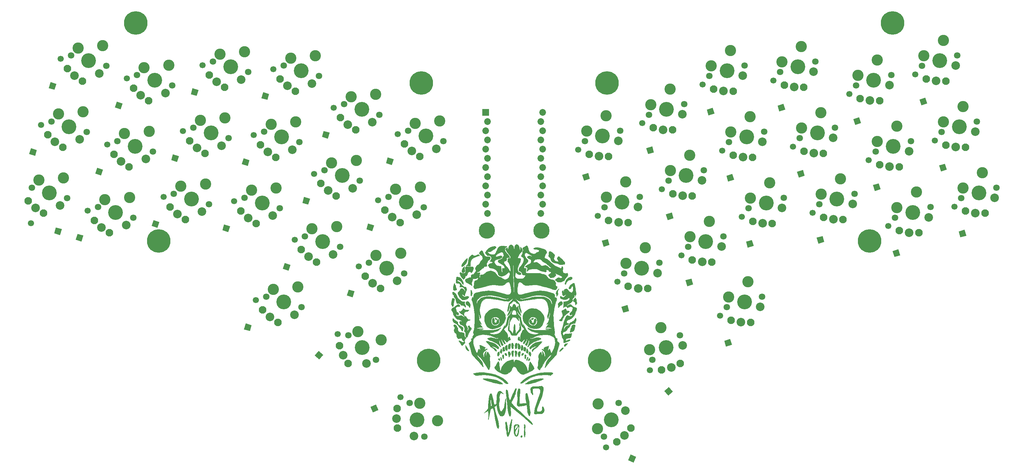
<source format=gts>
G04 #@! TF.GenerationSoftware,KiCad,Pcbnew,5.1.6-c6e7f7d~87~ubuntu16.04.1*
G04 #@! TF.CreationDate,2020-08-10T13:21:27+02:00*
G04 #@! TF.ProjectId,ack42_pcb,61636b34-325f-4706-9362-2e6b69636164,rev?*
G04 #@! TF.SameCoordinates,Original*
G04 #@! TF.FileFunction,Soldermask,Top*
G04 #@! TF.FilePolarity,Negative*
%FSLAX46Y46*%
G04 Gerber Fmt 4.6, Leading zero omitted, Abs format (unit mm)*
G04 Created by KiCad (PCBNEW 5.1.6-c6e7f7d~87~ubuntu16.04.1) date 2020-08-10 13:21:27*
%MOMM*%
%LPD*%
G01*
G04 APERTURE LIST*
%ADD10C,0.100000*%
%ADD11C,0.010000*%
%ADD12C,2.100000*%
%ADD13C,3.100000*%
%ADD14C,2.386000*%
%ADD15C,4.087800*%
%ADD16C,1.801800*%
%ADD17C,4.500000*%
%ADD18C,1.852600*%
%ADD19R,1.852600X1.852600*%
%ADD20C,1.700000*%
%ADD21C,6.500000*%
G04 APERTURE END LIST*
D10*
G36*
X143754729Y-138135956D02*
G01*
X142012308Y-138540264D01*
X142086283Y-138493314D01*
X142194640Y-138404307D01*
X142291537Y-138329319D01*
X142288063Y-138304542D01*
X142199839Y-137962543D01*
X142158853Y-137765951D01*
X142129327Y-137555339D01*
X142079999Y-137107708D01*
X142006013Y-136675726D01*
X141956010Y-137085215D01*
X141932403Y-137491443D01*
X141933100Y-137592184D01*
X141945258Y-137678907D01*
X141962626Y-137802796D01*
X141993192Y-137925055D01*
X142003270Y-138188483D01*
X141985216Y-138442783D01*
X142012308Y-138540264D01*
X143754729Y-138135956D01*
X143476197Y-138447642D01*
X143151126Y-138714663D01*
X143055966Y-138802040D01*
X143163992Y-139381058D01*
X143270281Y-139947688D01*
X143432833Y-140532573D01*
X143631505Y-141087790D01*
X143960084Y-142282339D01*
X144109439Y-142868855D01*
X144222675Y-143485040D01*
X144279647Y-144082969D01*
X144227565Y-144669163D01*
X144030299Y-144794360D01*
X143828165Y-144693297D01*
X143709032Y-144418134D01*
X143627756Y-144125691D01*
X143533282Y-143834879D01*
X143452006Y-143542436D01*
X143325572Y-142927882D01*
X143229008Y-142334844D01*
X143122719Y-141768215D01*
X143029628Y-141199955D01*
X142944524Y-140592898D01*
X142833024Y-139989102D01*
X142691314Y-139552883D01*
X142562800Y-139115034D01*
X142500286Y-139147964D01*
X142450970Y-139179264D01*
X142242243Y-139318481D01*
X142015107Y-139422161D01*
X141964054Y-139441072D01*
X141926552Y-139748188D01*
X141838694Y-140174957D01*
X141749099Y-140589337D01*
X141573383Y-141442874D01*
X141422325Y-142280761D01*
X141313968Y-142369768D01*
X141232349Y-142266420D01*
X141297274Y-141388759D01*
X141307672Y-140505231D01*
X141279186Y-140206267D01*
X141247227Y-139882525D01*
X141235766Y-139896544D01*
X140992657Y-140077819D01*
X140731139Y-140223558D01*
X140477609Y-140330499D01*
X140257421Y-140483735D01*
X140160525Y-140558723D01*
X140069879Y-140582525D01*
X140116761Y-140438095D01*
X140218171Y-140299532D01*
X140529348Y-139933399D01*
X140896789Y-139585523D01*
X141018343Y-139494886D01*
X141123227Y-139381101D01*
X141241651Y-139076591D01*
X141234349Y-138737199D01*
X141231561Y-138334232D01*
X141266629Y-137913985D01*
X141293367Y-137721630D01*
X141359698Y-137524383D01*
X141354133Y-137197380D01*
X141388161Y-136865486D01*
X141453098Y-136466756D01*
X141476705Y-136060528D01*
X141474271Y-135947397D01*
X141498233Y-135831006D01*
X141525668Y-135739392D01*
X141564563Y-135633759D01*
X141644092Y-135434882D01*
X141735080Y-135221986D01*
X141767726Y-135167539D01*
X141811832Y-135099073D01*
X141963255Y-135029953D01*
X142132047Y-135084721D01*
X142350509Y-135398027D01*
X142455404Y-135763173D01*
X142525220Y-136069635D01*
X142593298Y-136363708D01*
X142731193Y-136964243D01*
X142869087Y-137564779D01*
X142935429Y-137846463D01*
X142988573Y-138129778D01*
X143132010Y-138099454D01*
X143347684Y-138009793D01*
X143548424Y-137909373D01*
X143741874Y-137948492D01*
X143754729Y-138135956D01*
G37*
G36*
X144409244Y-138949946D02*
G01*
X144471073Y-139295205D01*
X144557560Y-139624815D01*
X144606533Y-139782610D01*
X144678428Y-139912366D01*
X144812838Y-140009193D01*
X144972945Y-140002017D01*
X145092763Y-139898990D01*
X145154580Y-139765319D01*
X145262240Y-139575570D01*
X145396296Y-139382560D01*
X145500482Y-139168034D01*
X145617866Y-138951877D01*
X145667526Y-138731483D01*
X145715448Y-138498700D01*
X145752950Y-138191583D01*
X145800176Y-137858059D01*
X145866495Y-137181881D01*
X146040132Y-136505050D01*
X146137028Y-136430062D01*
X146203713Y-136522652D01*
X146217961Y-136911599D01*
X146177683Y-137294680D01*
X146203050Y-137858703D01*
X146238140Y-138396317D01*
X146213836Y-138701803D01*
X146200993Y-138993270D01*
X146170095Y-139539036D01*
X146103079Y-140114472D01*
X145936732Y-140651765D01*
X145652648Y-141115378D01*
X145318892Y-141320455D01*
X145096271Y-141360561D01*
X144864965Y-141338722D01*
X144742713Y-141328618D01*
X144643383Y-141290475D01*
X144500290Y-141131704D01*
X144156445Y-140594421D01*
X143912970Y-140006929D01*
X143794181Y-139542672D01*
X143700050Y-139062765D01*
X143594458Y-138596877D01*
X143513525Y-138115340D01*
X143536081Y-137318534D01*
X143609690Y-136502818D01*
X143622876Y-136022257D01*
X143649260Y-135540065D01*
X143745105Y-135074500D01*
X143966676Y-134643816D01*
X144276813Y-134366036D01*
X144691148Y-134352660D01*
X144793951Y-134415581D01*
X144883558Y-134480132D01*
X145222535Y-134791153D01*
X145563249Y-135114563D01*
X145554222Y-135241713D01*
X145420510Y-135245628D01*
X145256231Y-135127284D01*
X145050624Y-135001443D01*
X144843976Y-134963954D01*
X144669631Y-135061113D01*
X144596354Y-135208804D01*
X144562668Y-135351604D01*
X144469600Y-135741206D01*
X144416124Y-136125916D01*
X144440793Y-136589198D01*
X144437331Y-137043351D01*
X144385592Y-137440450D01*
X144320655Y-137839180D01*
X144312679Y-138356908D01*
X144395350Y-138850834D01*
X144409244Y-138949946D01*
G37*
G36*
X153581159Y-143488432D02*
G01*
X153580119Y-143576784D01*
X153509618Y-143648511D01*
X153392577Y-143675574D01*
X153293247Y-143637431D01*
X152789991Y-143208066D01*
X152299934Y-142777072D01*
X151851206Y-142353574D01*
X151391017Y-141944096D01*
X149595761Y-140439202D01*
X147798768Y-138921919D01*
X147616082Y-138768039D01*
X147416725Y-138591011D01*
X147528578Y-139484644D01*
X147587641Y-140384797D01*
X147595640Y-140824931D01*
X147492847Y-141240941D01*
X147365042Y-141382765D01*
X147206671Y-141402330D01*
X147061841Y-141231170D01*
X146822183Y-140479361D01*
X146688105Y-139714509D01*
X146539436Y-138749804D01*
X146469952Y-137775316D01*
X146350443Y-136252455D01*
X146136814Y-134728619D01*
X146125696Y-134553543D01*
X146156948Y-134297613D01*
X146246200Y-134072328D01*
X146392413Y-133966041D01*
X146521612Y-134025701D01*
X146625113Y-134189363D01*
X146705692Y-134381064D01*
X146752929Y-134526470D01*
X146895348Y-135542362D01*
X146893268Y-135719067D01*
X146903689Y-135793401D01*
X146942242Y-135876862D01*
X147219070Y-136989580D01*
X147491694Y-136539986D01*
X147663251Y-136039860D01*
X147845229Y-135614067D01*
X148055339Y-135197403D01*
X148239054Y-134783999D01*
X148422768Y-134370596D01*
X148518968Y-134194866D01*
X148615167Y-134019137D01*
X148676984Y-133885465D01*
X148763460Y-133736144D01*
X148879804Y-133608340D01*
X149024977Y-133590405D01*
X149103819Y-133769717D01*
X149098963Y-134022387D01*
X149041317Y-134281578D01*
X148986447Y-134464805D01*
X148890601Y-134930371D01*
X148821494Y-135203581D01*
X148722518Y-135455275D01*
X148639516Y-135629374D01*
X148569712Y-135801843D01*
X148483934Y-136051906D01*
X148396418Y-136289580D01*
X148071701Y-136846437D01*
X147803248Y-137421551D01*
X147758799Y-137679112D01*
X147827220Y-137784091D01*
X148161684Y-138158686D01*
X148534004Y-138516002D01*
X148939666Y-138919613D01*
X149360262Y-139333982D01*
X149641238Y-139614358D01*
X149958334Y-139865064D01*
X150079546Y-139963521D01*
X150213955Y-140060348D01*
X150353575Y-140194341D01*
X150493195Y-140328335D01*
X151127043Y-141018843D01*
X151797010Y-141679682D01*
X152425991Y-142143928D01*
X153022326Y-142662622D01*
X153307473Y-143068517D01*
X153581159Y-143488432D01*
G37*
G36*
X152682150Y-138105276D02*
G01*
X152745074Y-138877343D01*
X152850586Y-139629969D01*
X152933036Y-140002614D01*
X152983838Y-140364990D01*
X152968605Y-140579556D01*
X152904923Y-140771749D01*
X152872888Y-140974211D01*
X152840854Y-141176673D01*
X152680273Y-141324121D01*
X152499368Y-141218860D01*
X152427471Y-141029237D01*
X152340727Y-140841448D01*
X152226243Y-140671266D01*
X152152392Y-140467705D01*
X152116437Y-140103495D01*
X152108223Y-139721679D01*
X152023421Y-139009031D01*
X151923771Y-138298217D01*
X151033720Y-138521603D01*
X150129991Y-138647427D01*
X149678712Y-138660640D01*
X149304008Y-138465889D01*
X149168031Y-138142393D01*
X149189511Y-137756909D01*
X149256703Y-137266525D01*
X149336789Y-136760370D01*
X149340684Y-136249448D01*
X149312930Y-135728256D01*
X149302750Y-134793706D01*
X149504338Y-133861351D01*
X149635226Y-133717572D01*
X149843087Y-133691893D01*
X150034932Y-133767445D01*
X150119722Y-133941296D01*
X150125210Y-134734637D01*
X150039662Y-135525046D01*
X149926372Y-136333061D01*
X149933815Y-137140340D01*
X149948277Y-137351237D01*
X149960784Y-137548196D01*
X149967430Y-137703343D01*
X149988923Y-137856656D01*
X150196785Y-137830977D01*
X150406600Y-137819236D01*
X151095436Y-137776676D01*
X151808888Y-137801968D01*
X151536136Y-136502846D01*
X151547435Y-135182811D01*
X151659568Y-135012990D01*
X151861567Y-134945499D01*
X152049504Y-134993176D01*
X152151095Y-135179130D01*
X152301149Y-135926254D01*
X152523484Y-136650270D01*
X152639935Y-137373187D01*
X152682150Y-138105276D01*
G37*
G36*
X156145164Y-138769239D02*
G01*
X156320593Y-138619956D01*
X156516345Y-138723384D01*
X156707418Y-139224399D01*
X156809408Y-139736419D01*
X156728539Y-140129240D01*
X156500366Y-140441006D01*
X156020961Y-140684557D01*
X155499353Y-140734816D01*
X154942189Y-140746932D01*
X154424489Y-140825066D01*
X154119729Y-140806000D01*
X153967734Y-140583736D01*
X154114613Y-139261130D01*
X154523665Y-137977031D01*
X154958503Y-136661389D01*
X155435929Y-135326306D01*
X155652764Y-134718184D01*
X155653921Y-134079989D01*
X155498018Y-133829850D01*
X155283511Y-133700382D01*
X155006491Y-133663710D01*
X154703684Y-133658581D01*
X154389938Y-133683162D01*
X154107840Y-133718011D01*
X153781200Y-133758364D01*
X153632728Y-133776706D01*
X153625696Y-133834290D01*
X153574521Y-134223443D01*
X153629231Y-134613694D01*
X153660108Y-135049426D01*
X153690985Y-135485157D01*
X153553452Y-135473790D01*
X153461630Y-135357523D01*
X153349100Y-135201278D01*
X153247509Y-135015324D01*
X153133024Y-134845141D01*
X153046280Y-134657352D01*
X152973600Y-134354395D01*
X152943507Y-134031998D01*
X153052502Y-133408839D01*
X153631931Y-133124574D01*
X153901135Y-133105496D01*
X154155493Y-133088252D01*
X154896685Y-133095939D01*
X155639048Y-133004229D01*
X155846910Y-132978550D01*
X156056725Y-132966809D01*
X156353284Y-133142857D01*
X156527942Y-133419037D01*
X156574836Y-133753538D01*
X156547494Y-134097209D01*
X156399432Y-134980414D01*
X156204875Y-135855184D01*
X156096265Y-136265612D01*
X155924358Y-136655500D01*
X155812226Y-136825321D01*
X155712988Y-136979370D01*
X155608671Y-137204941D01*
X155534049Y-137426843D01*
X155227746Y-138258702D01*
X154904641Y-139078458D01*
X154753443Y-139508326D01*
X154812061Y-139926451D01*
X154982026Y-140061422D01*
X155271940Y-140082323D01*
X155568885Y-140045639D01*
X155804487Y-140002354D01*
X156065092Y-139814191D01*
X156153777Y-139477120D01*
X156145563Y-139095304D01*
X156145164Y-138769239D01*
G37*
G36*
X147509178Y-142799481D02*
G01*
X147567416Y-142565186D01*
X147642292Y-142315271D01*
X147700529Y-142174694D01*
X147775405Y-142135645D01*
X147850282Y-142143455D01*
X147900199Y-142205934D01*
X147908519Y-142291842D01*
X147841962Y-142955678D01*
X147775405Y-143619514D01*
X147658931Y-144408307D01*
X147484220Y-145181481D01*
X147284549Y-146087422D01*
X147126477Y-146462294D01*
X146935126Y-146821547D01*
X146835291Y-146969934D01*
X146693858Y-147016793D01*
X146585703Y-146954314D01*
X146519147Y-146837166D01*
X146386033Y-146454484D01*
X146311157Y-146063993D01*
X146311157Y-145775029D01*
X146294518Y-145478255D01*
X146227961Y-145283009D01*
X146161404Y-145072144D01*
X146119806Y-144845658D01*
X146094847Y-144619173D01*
X146053249Y-144174012D01*
X146028291Y-143728852D01*
X146011652Y-143502367D01*
X146011652Y-143275881D01*
X146019971Y-143072826D01*
X146078208Y-142885389D01*
X146186363Y-142830721D01*
X146302837Y-142861960D01*
X146419312Y-143072826D01*
X146477549Y-143299311D01*
X146527466Y-143541416D01*
X146577384Y-143775711D01*
X146660580Y-144267730D01*
X146727137Y-144759750D01*
X146743776Y-145275199D01*
X146777054Y-145782839D01*
X146793693Y-145837507D01*
X146835291Y-145860937D01*
X146885209Y-145837507D01*
X146910168Y-145775029D01*
X147010003Y-145290819D01*
X147059920Y-144790989D01*
X147193034Y-143916288D01*
X147442622Y-143065016D01*
X147475900Y-142932248D01*
X147509178Y-142799481D01*
G37*
G36*
X149811884Y-144626850D02*
G01*
X149652148Y-144645594D01*
X149665459Y-144389431D01*
X149618869Y-144127021D01*
X149439166Y-144401927D01*
X149352642Y-144520636D01*
X149292741Y-144645594D01*
X149246152Y-144758055D01*
X149186250Y-144864269D01*
X148939990Y-145264133D01*
X148766943Y-145701484D01*
X148786910Y-145976390D01*
X148853467Y-146238800D01*
X148986580Y-146544946D01*
X149026514Y-146613672D01*
X149079760Y-146669903D01*
X149099727Y-146638664D01*
X149146316Y-146601177D01*
X149312708Y-146332518D01*
X149405888Y-146026373D01*
X149459133Y-145701484D01*
X149492412Y-145370347D01*
X149505723Y-145189158D01*
X149545657Y-145014218D01*
X149578935Y-144939244D01*
X149618869Y-144851773D01*
X149638836Y-144751807D01*
X149652148Y-144645594D01*
X149811884Y-144626850D01*
X149798573Y-144764303D01*
X149805228Y-144901756D01*
X149831851Y-145020466D01*
X149845162Y-145139175D01*
X149825195Y-145370347D01*
X149798573Y-145595270D01*
X149732016Y-146032621D01*
X149612214Y-146457476D01*
X149459133Y-146701143D01*
X149246152Y-146919818D01*
X148993236Y-147001040D01*
X148733665Y-146851091D01*
X148700386Y-144976731D01*
X148713698Y-145101688D01*
X148913368Y-144764303D01*
X148993236Y-144645594D01*
X149093071Y-144539380D01*
X149199562Y-144433166D01*
X149292741Y-144308209D01*
X149412543Y-144145764D01*
X149558968Y-144002063D01*
X149292741Y-143870858D01*
X148993236Y-143927089D01*
X148946646Y-143939585D01*
X148840155Y-144089533D01*
X148780254Y-144258226D01*
X148753632Y-144433166D01*
X148720353Y-144639346D01*
X148707042Y-144845526D01*
X148700386Y-144976731D01*
X148733665Y-146851091D01*
X148587240Y-146619920D01*
X148494060Y-146370006D01*
X148427504Y-146188817D01*
X148387569Y-146001381D01*
X148360947Y-145439073D01*
X148374258Y-144864269D01*
X148334324Y-144589363D01*
X148314357Y-144308209D01*
X148347635Y-144027055D01*
X148487405Y-143783388D01*
X148720353Y-143627191D01*
X149013203Y-143570960D01*
X149306053Y-143583456D01*
X149598902Y-143633439D01*
X149718704Y-143664678D01*
X149818540Y-143733405D01*
X149865129Y-143833371D01*
X149878441Y-143933337D01*
X149858474Y-144283217D01*
X149811884Y-144626850D01*
G37*
G36*
X150684817Y-146751125D02*
G01*
X150711440Y-146969801D01*
X150644883Y-147175981D01*
X150551704Y-147250955D01*
X150445213Y-147257203D01*
X150365345Y-147225964D01*
X150292132Y-147175981D01*
X150225576Y-147038527D01*
X150212264Y-146869835D01*
X150278821Y-146719886D01*
X150352034Y-146688647D01*
X150431902Y-146638664D01*
X150525081Y-146626168D01*
X150684817Y-146751125D01*
G37*
G36*
X151503465Y-146788613D02*
G01*
X151476843Y-146882331D01*
X151450220Y-146976049D01*
X151383663Y-147138493D01*
X151277172Y-147269699D01*
X151164026Y-146551194D01*
X151137403Y-145826441D01*
X151150715Y-145501552D01*
X151210616Y-145182910D01*
X151210616Y-144851773D01*
X151177337Y-144514388D01*
X151190649Y-144308209D01*
X151217271Y-144102029D01*
X151230583Y-143989568D01*
X151243894Y-143864610D01*
X151170682Y-143870858D01*
X151104125Y-143870858D01*
X151044224Y-143839619D01*
X151057535Y-143777140D01*
X151170682Y-143677174D01*
X151303795Y-143583456D01*
X151423597Y-143558465D01*
X151490154Y-143627191D01*
X151523432Y-143745901D01*
X151536744Y-143852114D01*
X151530088Y-144364440D01*
X151490154Y-144870517D01*
X151503465Y-145401586D01*
X151543399Y-145926407D01*
X151550055Y-146363758D01*
X151503465Y-146788613D01*
G37*
D11*
G36*
X140544281Y-130898542D02*
G01*
X141021986Y-130926640D01*
X141556056Y-130978318D01*
X142110695Y-131049897D01*
X142650102Y-131137701D01*
X143138480Y-131238053D01*
X143540029Y-131347277D01*
X143655487Y-131387701D01*
X144112604Y-131583806D01*
X144553990Y-131811716D01*
X144923778Y-132039631D01*
X145166099Y-132235750D01*
X145187292Y-132259604D01*
X145242549Y-132353058D01*
X145181064Y-132397505D01*
X144967337Y-132407040D01*
X144823592Y-132404023D01*
X144470523Y-132386196D01*
X144162546Y-132357541D01*
X144074552Y-132344594D01*
X143408998Y-132212134D01*
X142724659Y-132052955D01*
X142050335Y-131876184D01*
X141414828Y-131690947D01*
X140846939Y-131506369D01*
X140375468Y-131331577D01*
X140029219Y-131175696D01*
X139836991Y-131047854D01*
X139807352Y-130992482D01*
X139901165Y-130927785D01*
X140158742Y-130897698D01*
X140544281Y-130898542D01*
G37*
X140544281Y-130898542D02*
X141021986Y-130926640D01*
X141556056Y-130978318D01*
X142110695Y-131049897D01*
X142650102Y-131137701D01*
X143138480Y-131238053D01*
X143540029Y-131347277D01*
X143655487Y-131387701D01*
X144112604Y-131583806D01*
X144553990Y-131811716D01*
X144923778Y-132039631D01*
X145166099Y-132235750D01*
X145187292Y-132259604D01*
X145242549Y-132353058D01*
X145181064Y-132397505D01*
X144967337Y-132407040D01*
X144823592Y-132404023D01*
X144470523Y-132386196D01*
X144162546Y-132357541D01*
X144074552Y-132344594D01*
X143408998Y-132212134D01*
X142724659Y-132052955D01*
X142050335Y-131876184D01*
X141414828Y-131690947D01*
X140846939Y-131506369D01*
X140375468Y-131331577D01*
X140029219Y-131175696D01*
X139836991Y-131047854D01*
X139807352Y-130992482D01*
X139901165Y-130927785D01*
X140158742Y-130897698D01*
X140544281Y-130898542D01*
G36*
X139996733Y-129213761D02*
G01*
X141055365Y-129337965D01*
X142130642Y-129551070D01*
X143173863Y-129842612D01*
X144136324Y-130202124D01*
X144969325Y-130619139D01*
X145269700Y-130809488D01*
X145699795Y-131126272D01*
X146079685Y-131446594D01*
X146388749Y-131747492D01*
X146606364Y-132006002D01*
X146711909Y-132199162D01*
X146684760Y-132304008D01*
X146622861Y-132316260D01*
X146451164Y-132349773D01*
X146377511Y-132374610D01*
X146222298Y-132334964D01*
X145951603Y-132153716D01*
X145582947Y-131842886D01*
X145523303Y-131788601D01*
X145125916Y-131450902D01*
X144693729Y-131125949D01*
X144304972Y-130871609D01*
X144216522Y-130821974D01*
X143312974Y-130430482D01*
X142283804Y-130138005D01*
X141185439Y-129953298D01*
X140074311Y-129885116D01*
X139006847Y-129942213D01*
X138761964Y-129975757D01*
X138345819Y-130036410D01*
X138069951Y-130058144D01*
X137874329Y-130036220D01*
X137698927Y-129965904D01*
X137546752Y-129879873D01*
X137293857Y-129718312D01*
X137177242Y-129597927D01*
X137210950Y-129503981D01*
X137409023Y-129421742D01*
X137785502Y-129336473D01*
X138124211Y-129273924D01*
X139003447Y-129188925D01*
X139996733Y-129213761D01*
G37*
X139996733Y-129213761D02*
X141055365Y-129337965D01*
X142130642Y-129551070D01*
X143173863Y-129842612D01*
X144136324Y-130202124D01*
X144969325Y-130619139D01*
X145269700Y-130809488D01*
X145699795Y-131126272D01*
X146079685Y-131446594D01*
X146388749Y-131747492D01*
X146606364Y-132006002D01*
X146711909Y-132199162D01*
X146684760Y-132304008D01*
X146622861Y-132316260D01*
X146451164Y-132349773D01*
X146377511Y-132374610D01*
X146222298Y-132334964D01*
X145951603Y-132153716D01*
X145582947Y-131842886D01*
X145523303Y-131788601D01*
X145125916Y-131450902D01*
X144693729Y-131125949D01*
X144304972Y-130871609D01*
X144216522Y-130821974D01*
X143312974Y-130430482D01*
X142283804Y-130138005D01*
X141185439Y-129953298D01*
X140074311Y-129885116D01*
X139006847Y-129942213D01*
X138761964Y-129975757D01*
X138345819Y-130036410D01*
X138069951Y-130058144D01*
X137874329Y-130036220D01*
X137698927Y-129965904D01*
X137546752Y-129879873D01*
X137293857Y-129718312D01*
X137177242Y-129597927D01*
X137210950Y-129503981D01*
X137409023Y-129421742D01*
X137785502Y-129336473D01*
X138124211Y-129273924D01*
X139003447Y-129188925D01*
X139996733Y-129213761D01*
G36*
X156282207Y-130926063D02*
G01*
X156461767Y-130988375D01*
X156504868Y-131042134D01*
X156463321Y-131108816D01*
X156318377Y-131196869D01*
X156051287Y-131314735D01*
X155643300Y-131470862D01*
X155075668Y-131673692D01*
X154488552Y-131877138D01*
X153775026Y-132108051D01*
X153187737Y-132262929D01*
X152670425Y-132355105D01*
X152329552Y-132388797D01*
X151946178Y-132409815D01*
X151654933Y-132415547D01*
X151502937Y-132405463D01*
X151491352Y-132398268D01*
X151574922Y-132295955D01*
X151794944Y-132131903D01*
X152105378Y-131933752D01*
X152460188Y-131729143D01*
X152813337Y-131545715D01*
X153118787Y-131411108D01*
X153161772Y-131395379D01*
X153545856Y-131284591D01*
X154058260Y-131169251D01*
X154632099Y-131061078D01*
X155200487Y-130971786D01*
X155696538Y-130913092D01*
X156012552Y-130896014D01*
X156282207Y-130926063D01*
G37*
X156282207Y-130926063D02*
X156461767Y-130988375D01*
X156504868Y-131042134D01*
X156463321Y-131108816D01*
X156318377Y-131196869D01*
X156051287Y-131314735D01*
X155643300Y-131470862D01*
X155075668Y-131673692D01*
X154488552Y-131877138D01*
X153775026Y-132108051D01*
X153187737Y-132262929D01*
X152670425Y-132355105D01*
X152329552Y-132388797D01*
X151946178Y-132409815D01*
X151654933Y-132415547D01*
X151502937Y-132405463D01*
X151491352Y-132398268D01*
X151574922Y-132295955D01*
X151794944Y-132131903D01*
X152105378Y-131933752D01*
X152460188Y-131729143D01*
X152813337Y-131545715D01*
X153118787Y-131411108D01*
X153161772Y-131395379D01*
X153545856Y-131284591D01*
X154058260Y-131169251D01*
X154632099Y-131061078D01*
X155200487Y-130971786D01*
X155696538Y-130913092D01*
X156012552Y-130896014D01*
X156282207Y-130926063D01*
G36*
X158175280Y-129225758D02*
G01*
X158656784Y-129245013D01*
X158965842Y-129286302D01*
X159117716Y-129355767D01*
X159127665Y-129459547D01*
X159010951Y-129603784D01*
X158832146Y-129755988D01*
X158579940Y-129940894D01*
X158387491Y-130014805D01*
X158161635Y-130000537D01*
X157987371Y-129962893D01*
X157625209Y-129915547D01*
X157117876Y-129898120D01*
X156520760Y-129907887D01*
X155889252Y-129942122D01*
X155278741Y-129998100D01*
X154744615Y-130073098D01*
X154437752Y-130137519D01*
X153628358Y-130402110D01*
X152806223Y-130770514D01*
X152047300Y-131204902D01*
X151512746Y-131594335D01*
X151159471Y-131856897D01*
X150812125Y-132061023D01*
X150507642Y-132191667D01*
X150282953Y-132233785D01*
X150174991Y-132172331D01*
X150170552Y-132141091D01*
X150244895Y-132011039D01*
X150442447Y-131792455D01*
X150724987Y-131520223D01*
X151054295Y-131229226D01*
X151392151Y-130954348D01*
X151700337Y-130730471D01*
X151755115Y-130694845D01*
X152345227Y-130376944D01*
X153099362Y-130061054D01*
X153978738Y-129761810D01*
X154925163Y-129498678D01*
X155417497Y-129383733D01*
X155850430Y-129305515D01*
X156287976Y-129257169D01*
X156794151Y-129231844D01*
X157432972Y-129222686D01*
X157506071Y-129222397D01*
X158175280Y-129225758D01*
G37*
X158175280Y-129225758D02*
X158656784Y-129245013D01*
X158965842Y-129286302D01*
X159117716Y-129355767D01*
X159127665Y-129459547D01*
X159010951Y-129603784D01*
X158832146Y-129755988D01*
X158579940Y-129940894D01*
X158387491Y-130014805D01*
X158161635Y-130000537D01*
X157987371Y-129962893D01*
X157625209Y-129915547D01*
X157117876Y-129898120D01*
X156520760Y-129907887D01*
X155889252Y-129942122D01*
X155278741Y-129998100D01*
X154744615Y-130073098D01*
X154437752Y-130137519D01*
X153628358Y-130402110D01*
X152806223Y-130770514D01*
X152047300Y-131204902D01*
X151512746Y-131594335D01*
X151159471Y-131856897D01*
X150812125Y-132061023D01*
X150507642Y-132191667D01*
X150282953Y-132233785D01*
X150174991Y-132172331D01*
X150170552Y-132141091D01*
X150244895Y-132011039D01*
X150442447Y-131792455D01*
X150724987Y-131520223D01*
X151054295Y-131229226D01*
X151392151Y-130954348D01*
X151700337Y-130730471D01*
X151755115Y-130694845D01*
X152345227Y-130376944D01*
X153099362Y-130061054D01*
X153978738Y-129761810D01*
X154925163Y-129498678D01*
X155417497Y-129383733D01*
X155850430Y-129305515D01*
X156287976Y-129257169D01*
X156794151Y-129231844D01*
X157432972Y-129222686D01*
X157506071Y-129222397D01*
X158175280Y-129225758D01*
G36*
X148295158Y-126054549D02*
G01*
X148373178Y-126328352D01*
X148457053Y-126410366D01*
X148529095Y-126298045D01*
X148563914Y-126093260D01*
X148592768Y-125898054D01*
X148667173Y-125802204D01*
X148842891Y-125772889D01*
X149103752Y-125775529D01*
X149702418Y-125881124D01*
X150314095Y-126146239D01*
X150893092Y-126535861D01*
X151393720Y-127014973D01*
X151770288Y-127548561D01*
X151939519Y-127948740D01*
X152030151Y-128286010D01*
X152088720Y-128565554D01*
X152100952Y-128677100D01*
X152146152Y-128837841D01*
X152243371Y-128837645D01*
X152335036Y-128686690D01*
X152348954Y-128633260D01*
X152383186Y-128433064D01*
X152433581Y-128090927D01*
X152491510Y-127666591D01*
X152517771Y-127464473D01*
X152583950Y-127030936D01*
X152660014Y-126661494D01*
X152733603Y-126412020D01*
X152763867Y-126352037D01*
X152845382Y-126274836D01*
X152927984Y-126310869D01*
X153042432Y-126487327D01*
X153150158Y-126693540D01*
X153349580Y-127049054D01*
X153566925Y-127381102D01*
X153670124Y-127515842D01*
X153882801Y-127856179D01*
X153902507Y-128155554D01*
X153729917Y-128434577D01*
X153701152Y-128463070D01*
X153486669Y-128621547D01*
X153142199Y-128825583D01*
X152713814Y-129053091D01*
X152247587Y-129281986D01*
X151789591Y-129490184D01*
X151385897Y-129655600D01*
X151082578Y-129756149D01*
X150961639Y-129776260D01*
X150527523Y-129685725D01*
X150078334Y-129438830D01*
X149661274Y-129072634D01*
X149323545Y-128624199D01*
X149206964Y-128398561D01*
X148946407Y-127949429D01*
X148662017Y-127694778D01*
X148374316Y-127633460D01*
X148103823Y-127764329D01*
X147871059Y-128086237D01*
X147725579Y-128481371D01*
X147640056Y-128702315D01*
X147490327Y-128897186D01*
X147235161Y-129109382D01*
X146929234Y-129319571D01*
X146472921Y-129592992D01*
X146094536Y-129735742D01*
X145732836Y-129750774D01*
X145326579Y-129641039D01*
X144836552Y-129420435D01*
X144228818Y-129090520D01*
X143712987Y-128753738D01*
X143321665Y-128433884D01*
X143087460Y-128154754D01*
X143077432Y-128136679D01*
X143015665Y-127985076D01*
X143024582Y-127837143D01*
X143120973Y-127637053D01*
X143319337Y-127332357D01*
X143542511Y-126983933D01*
X143736370Y-126647659D01*
X143836957Y-126444703D01*
X143941646Y-126232904D01*
X144027921Y-126185151D01*
X144128452Y-126259646D01*
X144226316Y-126460734D01*
X144280736Y-126785685D01*
X144285778Y-126898802D01*
X144308033Y-127284370D01*
X144357228Y-127705457D01*
X144424287Y-128113420D01*
X144500133Y-128459617D01*
X144575691Y-128695407D01*
X144635474Y-128772998D01*
X144712873Y-128686736D01*
X144785766Y-128464881D01*
X144804228Y-128372313D01*
X144997516Y-127744060D01*
X145363855Y-127156066D01*
X145795464Y-126693173D01*
X146456521Y-126183898D01*
X147153537Y-125866004D01*
X147725151Y-125744950D01*
X148225950Y-125685638D01*
X148295158Y-126054549D01*
G37*
X148295158Y-126054549D02*
X148373178Y-126328352D01*
X148457053Y-126410366D01*
X148529095Y-126298045D01*
X148563914Y-126093260D01*
X148592768Y-125898054D01*
X148667173Y-125802204D01*
X148842891Y-125772889D01*
X149103752Y-125775529D01*
X149702418Y-125881124D01*
X150314095Y-126146239D01*
X150893092Y-126535861D01*
X151393720Y-127014973D01*
X151770288Y-127548561D01*
X151939519Y-127948740D01*
X152030151Y-128286010D01*
X152088720Y-128565554D01*
X152100952Y-128677100D01*
X152146152Y-128837841D01*
X152243371Y-128837645D01*
X152335036Y-128686690D01*
X152348954Y-128633260D01*
X152383186Y-128433064D01*
X152433581Y-128090927D01*
X152491510Y-127666591D01*
X152517771Y-127464473D01*
X152583950Y-127030936D01*
X152660014Y-126661494D01*
X152733603Y-126412020D01*
X152763867Y-126352037D01*
X152845382Y-126274836D01*
X152927984Y-126310869D01*
X153042432Y-126487327D01*
X153150158Y-126693540D01*
X153349580Y-127049054D01*
X153566925Y-127381102D01*
X153670124Y-127515842D01*
X153882801Y-127856179D01*
X153902507Y-128155554D01*
X153729917Y-128434577D01*
X153701152Y-128463070D01*
X153486669Y-128621547D01*
X153142199Y-128825583D01*
X152713814Y-129053091D01*
X152247587Y-129281986D01*
X151789591Y-129490184D01*
X151385897Y-129655600D01*
X151082578Y-129756149D01*
X150961639Y-129776260D01*
X150527523Y-129685725D01*
X150078334Y-129438830D01*
X149661274Y-129072634D01*
X149323545Y-128624199D01*
X149206964Y-128398561D01*
X148946407Y-127949429D01*
X148662017Y-127694778D01*
X148374316Y-127633460D01*
X148103823Y-127764329D01*
X147871059Y-128086237D01*
X147725579Y-128481371D01*
X147640056Y-128702315D01*
X147490327Y-128897186D01*
X147235161Y-129109382D01*
X146929234Y-129319571D01*
X146472921Y-129592992D01*
X146094536Y-129735742D01*
X145732836Y-129750774D01*
X145326579Y-129641039D01*
X144836552Y-129420435D01*
X144228818Y-129090520D01*
X143712987Y-128753738D01*
X143321665Y-128433884D01*
X143087460Y-128154754D01*
X143077432Y-128136679D01*
X143015665Y-127985076D01*
X143024582Y-127837143D01*
X143120973Y-127637053D01*
X143319337Y-127332357D01*
X143542511Y-126983933D01*
X143736370Y-126647659D01*
X143836957Y-126444703D01*
X143941646Y-126232904D01*
X144027921Y-126185151D01*
X144128452Y-126259646D01*
X144226316Y-126460734D01*
X144280736Y-126785685D01*
X144285778Y-126898802D01*
X144308033Y-127284370D01*
X144357228Y-127705457D01*
X144424287Y-128113420D01*
X144500133Y-128459617D01*
X144575691Y-128695407D01*
X144635474Y-128772998D01*
X144712873Y-128686736D01*
X144785766Y-128464881D01*
X144804228Y-128372313D01*
X144997516Y-127744060D01*
X145363855Y-127156066D01*
X145795464Y-126693173D01*
X146456521Y-126183898D01*
X147153537Y-125866004D01*
X147725151Y-125744950D01*
X148225950Y-125685638D01*
X148295158Y-126054549D01*
G36*
X149339905Y-93865116D02*
G01*
X149490336Y-93939933D01*
X149657625Y-94139383D01*
X149809122Y-94472760D01*
X149920425Y-94870976D01*
X149967132Y-95264940D01*
X149967352Y-95290514D01*
X150001481Y-95469835D01*
X150080672Y-95479016D01*
X150145990Y-95331937D01*
X150151145Y-95040214D01*
X150143953Y-94965019D01*
X150119818Y-94697741D01*
X150117109Y-94539544D01*
X150123442Y-94521060D01*
X150194800Y-94595374D01*
X150345499Y-94785737D01*
X150462431Y-94941858D01*
X150645904Y-95226774D01*
X150695351Y-95448926D01*
X150603654Y-95671565D01*
X150363697Y-95957942D01*
X150345978Y-95976882D01*
X150086667Y-96280029D01*
X149829880Y-96624487D01*
X149606078Y-96963476D01*
X149445724Y-97250215D01*
X149379278Y-97437922D01*
X149380081Y-97460250D01*
X149503484Y-97587403D01*
X149815855Y-97649796D01*
X149818412Y-97649986D01*
X150226520Y-97680113D01*
X150218157Y-98107186D01*
X150122148Y-98595185D01*
X149917137Y-99032867D01*
X149690330Y-99494635D01*
X149504838Y-100011569D01*
X149386633Y-100501702D01*
X149357752Y-100798280D01*
X149435298Y-101168669D01*
X149664987Y-101406185D01*
X149870999Y-101481812D01*
X150107813Y-101595426D01*
X150274818Y-101782733D01*
X150339094Y-101985236D01*
X150267722Y-102144441D01*
X150250689Y-102156474D01*
X149954012Y-102233481D01*
X149611058Y-102153039D01*
X149274480Y-101935190D01*
X149066593Y-101705802D01*
X148932794Y-101584734D01*
X148827707Y-101642400D01*
X148744663Y-101887605D01*
X148692928Y-102199167D01*
X148664252Y-102528132D01*
X148699899Y-102745581D01*
X148819236Y-102938164D01*
X148872320Y-103001800D01*
X149005563Y-103141738D01*
X149145065Y-103227663D01*
X149343277Y-103273515D01*
X149652649Y-103293236D01*
X149991589Y-103299292D01*
X150425360Y-103299106D01*
X150710416Y-103278566D01*
X150901055Y-103226105D01*
X151051572Y-103130153D01*
X151136061Y-103055460D01*
X151433681Y-102733704D01*
X151546256Y-102494548D01*
X151473448Y-102335896D01*
X151214920Y-102255655D01*
X151005563Y-102244215D01*
X150768377Y-102208598D01*
X150641395Y-102124082D01*
X150638428Y-102115660D01*
X150526522Y-101731523D01*
X150421191Y-101496567D01*
X150289044Y-101360741D01*
X150096688Y-101273997D01*
X150071279Y-101265582D01*
X149829760Y-101161135D01*
X149691499Y-101052594D01*
X149684287Y-101037867D01*
X149692334Y-100788771D01*
X149826518Y-100441922D01*
X150065802Y-100039675D01*
X150382669Y-99631774D01*
X150761169Y-99117238D01*
X151000609Y-98613507D01*
X151099163Y-98146505D01*
X151055008Y-97742159D01*
X150866317Y-97426395D01*
X150551552Y-97232091D01*
X150407651Y-97135835D01*
X150395609Y-96971732D01*
X150517372Y-96704226D01*
X150586832Y-96587873D01*
X150710322Y-96333351D01*
X150751038Y-96131656D01*
X150744420Y-96098491D01*
X150748947Y-95914715D01*
X150834689Y-95662307D01*
X150845415Y-95640193D01*
X150942286Y-95407664D01*
X150932069Y-95243005D01*
X150844764Y-95086681D01*
X150762348Y-94938621D01*
X150774842Y-94827661D01*
X150909427Y-94700496D01*
X151114888Y-94556958D01*
X151531463Y-94299416D01*
X151831015Y-94193261D01*
X152043963Y-94250524D01*
X152200726Y-94483234D01*
X152331723Y-94903421D01*
X152366972Y-95052116D01*
X152519336Y-95581255D01*
X152711623Y-95946323D01*
X152973726Y-96186202D01*
X153335536Y-96339773D01*
X153362964Y-96347623D01*
X153857053Y-96424996D01*
X154248050Y-96342510D01*
X154536540Y-96126272D01*
X154678127Y-96008373D01*
X154742225Y-96022305D01*
X154742552Y-96028943D01*
X154811058Y-96060918D01*
X154994793Y-95964625D01*
X155051511Y-95924319D01*
X155282339Y-95687106D01*
X155330911Y-95489477D01*
X155287063Y-95375998D01*
X155165576Y-95302024D01*
X154921890Y-95250705D01*
X154602349Y-95213977D01*
X154125740Y-95147811D01*
X153849108Y-95063536D01*
X153773280Y-94961606D01*
X153899081Y-94842480D01*
X153914747Y-94833890D01*
X154347293Y-94682017D01*
X154863575Y-94655188D01*
X155492105Y-94754068D01*
X155960244Y-94881729D01*
X156607596Y-95120453D01*
X157056215Y-95381615D01*
X157309888Y-95671044D01*
X157372402Y-95994565D01*
X157247542Y-96358007D01*
X157079352Y-96603859D01*
X156867406Y-96952808D01*
X156779290Y-97284494D01*
X156823477Y-97549351D01*
X156901552Y-97644210D01*
X157090649Y-97740817D01*
X157321245Y-97814322D01*
X157551653Y-97923839D01*
X157842606Y-98133945D01*
X158056692Y-98327158D01*
X158577142Y-98818454D01*
X159099551Y-99259194D01*
X159591542Y-99625688D01*
X160020737Y-99894248D01*
X160354759Y-100041184D01*
X160419880Y-100056186D01*
X160709611Y-100134362D01*
X160918288Y-100242095D01*
X160946743Y-100269402D01*
X161137860Y-100384360D01*
X161308192Y-100413860D01*
X161492976Y-100368747D01*
X161549114Y-100195931D01*
X161549752Y-100159860D01*
X161591611Y-99949433D01*
X161707973Y-99926857D01*
X161851098Y-100054098D01*
X161925906Y-100286682D01*
X161904178Y-100520802D01*
X161835892Y-101012003D01*
X161860067Y-101405824D01*
X161973028Y-101663490D01*
X162016210Y-101703193D01*
X162289466Y-101808024D01*
X162633237Y-101827892D01*
X162932371Y-101758745D01*
X162972127Y-101736825D01*
X163119521Y-101708906D01*
X163193586Y-101814580D01*
X163275020Y-102187660D01*
X163192787Y-102534150D01*
X162934420Y-102897727D01*
X162862575Y-102974214D01*
X162603079Y-103265444D01*
X162385090Y-103551204D01*
X162296907Y-103693765D01*
X162148277Y-103891270D01*
X162007512Y-103933333D01*
X161833468Y-103955925D01*
X161752072Y-104021719D01*
X161566117Y-104131329D01*
X161259554Y-104214105D01*
X160914561Y-104256145D01*
X160613319Y-104243545D01*
X160541908Y-104226448D01*
X160325661Y-104113397D01*
X160071543Y-103923460D01*
X160029561Y-103886217D01*
X159732327Y-103614260D01*
X160126206Y-103284060D01*
X160466082Y-103051711D01*
X160752155Y-102957258D01*
X160952105Y-103009245D01*
X160990952Y-103055460D01*
X161148126Y-103144602D01*
X161383746Y-103141891D01*
X161598800Y-103054466D01*
X161648530Y-103008060D01*
X161702862Y-102882853D01*
X161625457Y-102741316D01*
X161483170Y-102604870D01*
X161259550Y-102437153D01*
X161079954Y-102350541D01*
X161057428Y-102347470D01*
X160874129Y-102298529D01*
X160651028Y-102195049D01*
X160291179Y-102013613D01*
X159985166Y-101890254D01*
X159759274Y-101828956D01*
X159639792Y-101833701D01*
X159653005Y-101908469D01*
X159825199Y-102057245D01*
X159847952Y-102073391D01*
X159992694Y-102221251D01*
X159972605Y-102314383D01*
X159847664Y-102452541D01*
X159692205Y-102672353D01*
X159690863Y-102674460D01*
X159478501Y-102893700D01*
X159203930Y-102953860D01*
X158914013Y-102986927D01*
X158705800Y-103055005D01*
X158570028Y-103088201D01*
X158422698Y-103013900D01*
X158216956Y-102805054D01*
X158161100Y-102740586D01*
X157805392Y-102325021D01*
X158141584Y-102029840D01*
X158371629Y-101848925D01*
X158550635Y-101744686D01*
X158591364Y-101734660D01*
X158699630Y-101677917D01*
X158704952Y-101653379D01*
X158616760Y-101483237D01*
X158405459Y-101358903D01*
X158227431Y-101328260D01*
X158036359Y-101269115D01*
X157993752Y-101137759D01*
X157912590Y-100973868D01*
X157676252Y-100883759D01*
X157369159Y-100830654D01*
X157230236Y-100835462D01*
X157231238Y-100904015D01*
X157277162Y-100966165D01*
X157343434Y-101168029D01*
X157295887Y-101303342D01*
X157237488Y-101393357D01*
X157154309Y-101436566D01*
X157002806Y-101431985D01*
X156739434Y-101378632D01*
X156346017Y-101281891D01*
X155904239Y-101151607D01*
X155494759Y-100997406D01*
X155192389Y-100848223D01*
X155145932Y-100817714D01*
X154911950Y-100676821D01*
X154661994Y-100599931D01*
X154322377Y-100569643D01*
X154082152Y-100566536D01*
X153452685Y-100588432D01*
X152974562Y-100661980D01*
X152599704Y-100799814D01*
X152280035Y-101014567D01*
X152237057Y-101051396D01*
X152021571Y-101233543D01*
X151924521Y-101286438D01*
X151915946Y-101219643D01*
X151934429Y-101147984D01*
X152014627Y-100867566D01*
X152056998Y-100718660D01*
X152077337Y-100408782D01*
X151961534Y-100190154D01*
X151738505Y-100109060D01*
X151550778Y-100079584D01*
X151491352Y-100025170D01*
X151576579Y-99867729D01*
X151800606Y-99666111D01*
X152115950Y-99457311D01*
X152418995Y-99302405D01*
X152795585Y-99111073D01*
X153010013Y-98921624D01*
X153097560Y-98687919D01*
X153097650Y-98642700D01*
X153726552Y-98642700D01*
X153808867Y-98788205D01*
X154014263Y-98836122D01*
X154280417Y-98772019D01*
X154281977Y-98771310D01*
X154620305Y-98724531D01*
X154991070Y-98869832D01*
X155381578Y-99201171D01*
X155521783Y-99361454D01*
X155804819Y-99657424D01*
X156057719Y-99783659D01*
X156334755Y-99755263D01*
X156569217Y-99652963D01*
X156968215Y-99547778D01*
X157365202Y-99645630D01*
X157759637Y-99946361D01*
X157827499Y-100018876D01*
X158121184Y-100282916D01*
X158387028Y-100407007D01*
X158590891Y-100379035D01*
X158654152Y-100312260D01*
X158647244Y-100218586D01*
X158611373Y-100210660D01*
X158493596Y-100146337D01*
X158267496Y-99974206D01*
X157972907Y-99725520D01*
X157825150Y-99593826D01*
X157471380Y-99289397D01*
X157125584Y-99019065D01*
X156847425Y-98828692D01*
X156781725Y-98791783D01*
X156484592Y-98605978D01*
X156156540Y-98352401D01*
X156030717Y-98240216D01*
X155764683Y-98015277D01*
X155529647Y-97906843D01*
X155227274Y-97874693D01*
X155135038Y-97873860D01*
X154788727Y-97896511D01*
X154495823Y-97953835D01*
X154405672Y-97988156D01*
X154129732Y-98165809D01*
X153891223Y-98378443D01*
X153746341Y-98571895D01*
X153726552Y-98642700D01*
X153097650Y-98642700D01*
X153098107Y-98414350D01*
X153056503Y-98164422D01*
X152947587Y-98002530D01*
X152716900Y-97859579D01*
X152625474Y-97814691D01*
X152230919Y-97589597D01*
X152037135Y-97388480D01*
X152043358Y-97209359D01*
X152248823Y-97050254D01*
X152318323Y-97018733D01*
X152579883Y-96938196D01*
X152792288Y-96971385D01*
X152902523Y-97023011D01*
X153143511Y-97124881D01*
X153310498Y-97162034D01*
X153387490Y-97118694D01*
X153315243Y-97004200D01*
X153123306Y-96843959D01*
X152841229Y-96663380D01*
X152559059Y-96515898D01*
X152255891Y-96360175D01*
X152032114Y-96222724D01*
X151952181Y-96152532D01*
X151800650Y-96047290D01*
X151617381Y-96116659D01*
X151443161Y-96344814D01*
X151332026Y-96627593D01*
X151290907Y-96877819D01*
X151325310Y-97035505D01*
X151377425Y-97061060D01*
X151474242Y-97144838D01*
X151585243Y-97347356D01*
X151589136Y-97356648D01*
X151751126Y-97627425D01*
X151982751Y-97893211D01*
X152007862Y-97916232D01*
X152210838Y-98138806D01*
X152283806Y-98355859D01*
X152218847Y-98600644D01*
X152008039Y-98906414D01*
X151687648Y-99260626D01*
X151376300Y-99599118D01*
X151192223Y-99842560D01*
X151110417Y-100030451D01*
X151103448Y-100183655D01*
X151151375Y-100375462D01*
X151278764Y-100446231D01*
X151475344Y-100448657D01*
X151701562Y-100453262D01*
X151775157Y-100520741D01*
X151754689Y-100651857D01*
X151696499Y-100903128D01*
X151636403Y-101217930D01*
X151632262Y-101242365D01*
X151611412Y-101446562D01*
X151642427Y-101598486D01*
X151748927Y-101704207D01*
X151954525Y-101769792D01*
X152282841Y-101801309D01*
X152757489Y-101804828D01*
X153402088Y-101786416D01*
X153703745Y-101774638D01*
X154350216Y-101750970D01*
X154828057Y-101741323D01*
X155171466Y-101747348D01*
X155414635Y-101770695D01*
X155591761Y-101813015D01*
X155730337Y-101872469D01*
X156014394Y-101987566D01*
X156263452Y-102039246D01*
X156275118Y-102039460D01*
X156800959Y-102116367D01*
X157220851Y-102335576D01*
X157497097Y-102671298D01*
X157825777Y-103101172D01*
X158298215Y-103390343D01*
X158803242Y-103521413D01*
X159291107Y-103676975D01*
X159600819Y-103905326D01*
X159816310Y-104139527D01*
X159908035Y-104360266D01*
X159918333Y-104671123D01*
X159917908Y-104681060D01*
X159906794Y-105053223D01*
X159922879Y-105266487D01*
X159979181Y-105364658D01*
X160088721Y-105391541D01*
X160129287Y-105392260D01*
X160270611Y-105425692D01*
X160293193Y-105564650D01*
X160273783Y-105671660D01*
X160174102Y-106038345D01*
X160043458Y-106270857D01*
X159850059Y-106378223D01*
X159562111Y-106369469D01*
X159147822Y-106253623D01*
X158745034Y-106105729D01*
X158244016Y-105929029D01*
X157663630Y-105748243D01*
X157123494Y-105600469D01*
X157087563Y-105591660D01*
X156552828Y-105461730D01*
X155964277Y-105318448D01*
X155442902Y-105191271D01*
X155409008Y-105182990D01*
X154621434Y-105033758D01*
X153874447Y-104994219D01*
X153073847Y-105061381D01*
X152816965Y-105100591D01*
X152140812Y-105171911D01*
X151603713Y-105131351D01*
X151170922Y-104972315D01*
X150845823Y-104726275D01*
X150462811Y-104413366D01*
X150115797Y-104242813D01*
X149837320Y-104230109D01*
X149817818Y-104236818D01*
X149698351Y-104375103D01*
X149577896Y-104670382D01*
X149465699Y-105076705D01*
X149371008Y-105548126D01*
X149303067Y-106038694D01*
X149271122Y-106502462D01*
X149283990Y-106889698D01*
X149374190Y-107289966D01*
X149551307Y-107557164D01*
X149833576Y-107696755D01*
X150239232Y-107714200D01*
X150786511Y-107614963D01*
X151257507Y-107480919D01*
X152358166Y-107153862D01*
X153313518Y-106911405D01*
X154160441Y-106748148D01*
X154935809Y-106658691D01*
X155676498Y-106637634D01*
X156419383Y-106679575D01*
X156601289Y-106698325D01*
X157236851Y-106790233D01*
X157869134Y-106919304D01*
X158454632Y-107073284D01*
X158949839Y-107239918D01*
X159311247Y-107406948D01*
X159441552Y-107498399D01*
X159575520Y-107730646D01*
X159620907Y-108024206D01*
X159648384Y-108313386D01*
X159713253Y-108528841D01*
X159720952Y-108541860D01*
X159803105Y-108624525D01*
X159820996Y-108567260D01*
X159864480Y-108444874D01*
X159965532Y-108481998D01*
X160087735Y-108657981D01*
X160125136Y-108739710D01*
X160194777Y-108990330D01*
X160150815Y-109223355D01*
X160085195Y-109367860D01*
X159976485Y-109649773D01*
X159846805Y-110084340D01*
X159707108Y-110623542D01*
X159568347Y-111219354D01*
X159441475Y-111823757D01*
X159337445Y-112388727D01*
X159267209Y-112866243D01*
X159250601Y-113027040D01*
X159233939Y-113482312D01*
X159242888Y-114084129D01*
X159273592Y-114778091D01*
X159322195Y-115509796D01*
X159384840Y-116224843D01*
X159457671Y-116868829D01*
X159536831Y-117387353D01*
X159571769Y-117557818D01*
X159650270Y-117976654D01*
X159655515Y-118261966D01*
X159607756Y-118432735D01*
X159552856Y-118679527D01*
X159638749Y-118952640D01*
X159646001Y-118967177D01*
X159777400Y-119275786D01*
X159861029Y-119540060D01*
X159977052Y-119765555D01*
X160133891Y-119819460D01*
X160270478Y-119848658D01*
X160304808Y-119974728D01*
X160282202Y-120149660D01*
X160267211Y-120464098D01*
X160383027Y-120673434D01*
X160608752Y-120823182D01*
X160783868Y-120955904D01*
X160872348Y-121144630D01*
X160873680Y-121419994D01*
X160787351Y-121812631D01*
X160612846Y-122353175D01*
X160581650Y-122441553D01*
X160423335Y-122917718D01*
X160292253Y-123369846D01*
X160205451Y-123735864D01*
X160180566Y-123901881D01*
X160158434Y-124067037D01*
X160104897Y-124224701D01*
X159999408Y-124402270D01*
X159821420Y-124627145D01*
X159550388Y-124926721D01*
X159165764Y-125328399D01*
X158927064Y-125573397D01*
X158492100Y-126031250D01*
X158081903Y-126486106D01*
X157729657Y-126899478D01*
X157468549Y-127232882D01*
X157366745Y-127382948D01*
X157170746Y-127680761D01*
X157010971Y-127877716D01*
X156908559Y-127955399D01*
X156884645Y-127895399D01*
X156922812Y-127769660D01*
X156979237Y-127579097D01*
X157056684Y-127263752D01*
X157124399Y-126957225D01*
X157204531Y-126646980D01*
X157320336Y-126356579D01*
X157494010Y-126050240D01*
X157747749Y-125692179D01*
X158103749Y-125246614D01*
X158416305Y-124874520D01*
X158589620Y-124642719D01*
X158673845Y-124472463D01*
X158669883Y-124424124D01*
X158537840Y-124424817D01*
X158316862Y-124570198D01*
X158029559Y-124835113D01*
X157698546Y-125194405D01*
X157346433Y-125622920D01*
X156995833Y-126095500D01*
X156669359Y-126586991D01*
X156553048Y-126779060D01*
X156301896Y-127206967D01*
X156041623Y-127651158D01*
X155827680Y-128016999D01*
X155823791Y-128023660D01*
X155651592Y-128303952D01*
X155517321Y-128495757D01*
X155457685Y-128553406D01*
X155350741Y-128492719D01*
X155156189Y-128347456D01*
X155108981Y-128309371D01*
X154933139Y-128150901D01*
X154865328Y-128008504D01*
X154884981Y-127801019D01*
X154931181Y-127607634D01*
X155004792Y-127229846D01*
X155044886Y-126857855D01*
X155047352Y-126771257D01*
X155078900Y-126413473D01*
X155156021Y-126035286D01*
X155167670Y-125994647D01*
X155236239Y-125626727D01*
X155195675Y-125255459D01*
X155168823Y-125147512D01*
X155112034Y-124896380D01*
X155111902Y-124696700D01*
X155182586Y-124477230D01*
X155338243Y-124166728D01*
X155378704Y-124091353D01*
X155556847Y-123790394D01*
X155710766Y-123582525D01*
X155807843Y-123511627D01*
X155809352Y-123512017D01*
X155893389Y-123622316D01*
X155977723Y-123858595D01*
X155997991Y-123941976D01*
X156097218Y-124348102D01*
X156174123Y-124558185D01*
X156227389Y-124570636D01*
X156255699Y-124383864D01*
X156259675Y-124257780D01*
X156242440Y-123923018D01*
X156190937Y-123647929D01*
X156161377Y-123571980D01*
X156108088Y-123410781D01*
X156162870Y-123375460D01*
X156309481Y-123466973D01*
X156465723Y-123706992D01*
X156606951Y-124043733D01*
X156708522Y-124425412D01*
X156731441Y-124570217D01*
X156794457Y-124891630D01*
X156868169Y-125020168D01*
X156937270Y-124964485D01*
X156986458Y-124733233D01*
X157001198Y-124417681D01*
X156926672Y-123863170D01*
X156714339Y-123411772D01*
X156381061Y-123098566D01*
X156361609Y-123087210D01*
X156126413Y-122913495D01*
X156074480Y-122794105D01*
X156187012Y-122763170D01*
X156445211Y-122854824D01*
X156479703Y-122872786D01*
X156621006Y-122928357D01*
X156642158Y-122843739D01*
X156618893Y-122738247D01*
X156603217Y-122556947D01*
X156681378Y-122412713D01*
X156884177Y-122279580D01*
X157242416Y-122131580D01*
X157409558Y-122071695D01*
X157993764Y-121866835D01*
X157943780Y-122087747D01*
X157822302Y-122644808D01*
X157753665Y-123017355D01*
X157738149Y-123217158D01*
X157776037Y-123255988D01*
X157867609Y-123145615D01*
X157965179Y-122983463D01*
X158100105Y-122773798D01*
X158198679Y-122667971D01*
X158208963Y-122664902D01*
X158266759Y-122754115D01*
X158354956Y-122987260D01*
X158442820Y-123273860D01*
X158545840Y-123591339D01*
X158644030Y-123811836D01*
X158708497Y-123883460D01*
X158814648Y-123793027D01*
X158966032Y-123546293D01*
X159144759Y-123180100D01*
X159332935Y-122731293D01*
X159512670Y-122236715D01*
X159522572Y-122207060D01*
X159680089Y-121584404D01*
X159750560Y-120961217D01*
X159732498Y-120393608D01*
X159624420Y-119937684D01*
X159584947Y-119851166D01*
X159263690Y-119424363D01*
X158793486Y-119106874D01*
X158166062Y-118895396D01*
X157373144Y-118786624D01*
X156876152Y-118769446D01*
X155759115Y-118843547D01*
X154752172Y-119077703D01*
X153865785Y-119469451D01*
X153841510Y-119483413D01*
X153488445Y-119651718D01*
X153185598Y-119697920D01*
X153028710Y-119683039D01*
X152798503Y-119652860D01*
X152742456Y-119672889D01*
X152834867Y-119756635D01*
X152856970Y-119773299D01*
X153040050Y-119877946D01*
X153248900Y-119910231D01*
X153533221Y-119867452D01*
X153942714Y-119746903D01*
X154059957Y-119707849D01*
X154593722Y-119575737D01*
X155084842Y-119542685D01*
X155486115Y-119607578D01*
X155729961Y-119747326D01*
X155816251Y-119866730D01*
X155763018Y-119970002D01*
X155613108Y-120078244D01*
X155390598Y-120194752D01*
X155041033Y-120346059D01*
X154630559Y-120504008D01*
X154522161Y-120542639D01*
X153982763Y-120767592D01*
X153464713Y-121047997D01*
X153011945Y-121354365D01*
X152668394Y-121657204D01*
X152485437Y-121909784D01*
X152355792Y-122093806D01*
X152237043Y-122156260D01*
X152144369Y-122151818D01*
X152115562Y-122108716D01*
X152157853Y-121982284D01*
X152278472Y-121727853D01*
X152320286Y-121641943D01*
X152422703Y-121380306D01*
X152509758Y-121069027D01*
X152574101Y-120754680D01*
X152608385Y-120483840D01*
X152605261Y-120303080D01*
X152557379Y-120258975D01*
X152535708Y-120276660D01*
X152454707Y-120419314D01*
X152336202Y-120694971D01*
X152207758Y-121038660D01*
X152051343Y-121462996D01*
X151930708Y-121715513D01*
X151825431Y-121819665D01*
X151715089Y-121798906D01*
X151617626Y-121716377D01*
X151515428Y-121593765D01*
X151504864Y-121471179D01*
X151591954Y-121278233D01*
X151666369Y-121146637D01*
X151798524Y-120874362D01*
X151915907Y-120561205D01*
X152002945Y-120261997D01*
X152044066Y-120031568D01*
X152023698Y-119924749D01*
X152013952Y-119922784D01*
X151938533Y-120006623D01*
X151796653Y-120227612D01*
X151615522Y-120542583D01*
X151565657Y-120633984D01*
X151374020Y-120966669D01*
X151207514Y-121215740D01*
X151095821Y-121337849D01*
X151079869Y-121343460D01*
X150952145Y-121260946D01*
X150902293Y-121073292D01*
X150950937Y-120870325D01*
X150965890Y-120847050D01*
X151157056Y-120549690D01*
X151295983Y-120281158D01*
X151356782Y-120095471D01*
X151348398Y-120049039D01*
X151256133Y-120086767D01*
X151074831Y-120242295D01*
X150895937Y-120426055D01*
X150499814Y-120859408D01*
X150108398Y-120593434D01*
X149847246Y-120433650D01*
X149641957Y-120338786D01*
X149588167Y-120327460D01*
X149495348Y-120242324D01*
X149461453Y-120034224D01*
X149484715Y-119774122D01*
X149563366Y-119532977D01*
X149609821Y-119457878D01*
X149734426Y-119327810D01*
X149824055Y-119361150D01*
X149862265Y-119413060D01*
X149939746Y-119626664D01*
X149965796Y-119850856D01*
X149996627Y-120038977D01*
X150068952Y-120073460D01*
X150122857Y-119945785D01*
X150159697Y-119678042D01*
X150170552Y-119395497D01*
X150222362Y-118826438D01*
X150371994Y-118410893D01*
X150530605Y-118096244D01*
X150659470Y-117801493D01*
X150674279Y-117762060D01*
X150826311Y-117535150D01*
X150980837Y-117482660D01*
X151149757Y-117419423D01*
X151180601Y-117260445D01*
X151080795Y-117051824D01*
X150879787Y-116855542D01*
X150592181Y-116546576D01*
X150336348Y-116094746D01*
X150140487Y-115560355D01*
X150038545Y-115056546D01*
X149960074Y-114658101D01*
X149837432Y-114321408D01*
X149693077Y-114095811D01*
X149570493Y-114028260D01*
X149547185Y-114112863D01*
X149589639Y-114326563D01*
X149627693Y-114447887D01*
X149725667Y-114773455D01*
X149732186Y-114925512D01*
X149642497Y-114904586D01*
X149451845Y-114711206D01*
X149267296Y-114487980D01*
X149015826Y-114189344D01*
X148836877Y-114029153D01*
X148689179Y-113977505D01*
X148580496Y-113990367D01*
X148339029Y-113994279D01*
X148201038Y-113936359D01*
X148106284Y-113909993D01*
X147984887Y-113996946D01*
X147810897Y-114222004D01*
X147654537Y-114458413D01*
X147424552Y-114845836D01*
X147287481Y-115176787D01*
X147209666Y-115549489D01*
X147175252Y-115857060D01*
X147119097Y-116462229D01*
X147083021Y-116896801D01*
X147070033Y-117192660D01*
X147083138Y-117381691D01*
X147125345Y-117495778D01*
X147199660Y-117566805D01*
X147309089Y-117626657D01*
X147343815Y-117644401D01*
X147593880Y-117849696D01*
X147785379Y-118133773D01*
X147792319Y-118149808D01*
X147906759Y-118389573D01*
X147999879Y-118494846D01*
X148076179Y-118453584D01*
X148140160Y-118253743D01*
X148196322Y-117883280D01*
X148249164Y-117330151D01*
X148286654Y-116826879D01*
X148340066Y-116322219D01*
X148416446Y-115994670D01*
X148512742Y-115853300D01*
X148604512Y-115882754D01*
X148632542Y-116002810D01*
X148663600Y-116285114D01*
X148694090Y-116688824D01*
X148720417Y-117173096D01*
X148722738Y-117225670D01*
X148755333Y-117807670D01*
X148797533Y-118199514D01*
X148854247Y-118414190D01*
X148930382Y-118464687D01*
X149030847Y-118363995D01*
X149104727Y-118236636D01*
X149241050Y-118043669D01*
X149456108Y-117800248D01*
X149529055Y-117726547D01*
X149787250Y-117388656D01*
X149919810Y-116981961D01*
X149935733Y-116465558D01*
X149891744Y-116077420D01*
X149849092Y-115715135D01*
X149857917Y-115546395D01*
X149914638Y-115569146D01*
X150015676Y-115781336D01*
X150157452Y-116180911D01*
X150176926Y-116241025D01*
X150316343Y-116842726D01*
X150302556Y-117327577D01*
X150130810Y-117717487D01*
X149796348Y-118034363D01*
X149786092Y-118041381D01*
X149503020Y-118296872D01*
X149313336Y-118586783D01*
X149298120Y-118626807D01*
X149233034Y-118797363D01*
X149147396Y-118896882D01*
X148990663Y-118946253D01*
X148712287Y-118966365D01*
X148459925Y-118973221D01*
X148069381Y-118975198D01*
X147827830Y-118949936D01*
X147681620Y-118885218D01*
X147579882Y-118772814D01*
X147462398Y-118548588D01*
X147427349Y-118399853D01*
X147353128Y-118246019D01*
X147166390Y-118042058D01*
X147071749Y-117960928D01*
X146826854Y-117722248D01*
X146726474Y-117485601D01*
X146716825Y-117351328D01*
X146738802Y-117040969D01*
X146796892Y-116599399D01*
X146880732Y-116082780D01*
X146979963Y-115547276D01*
X147084222Y-115049049D01*
X147183150Y-114644263D01*
X147261003Y-114401572D01*
X147347377Y-114137375D01*
X147323045Y-114037319D01*
X147194300Y-114107534D01*
X147078593Y-114223900D01*
X146960453Y-114455019D01*
X146859102Y-114851237D01*
X146804060Y-115204722D01*
X146732016Y-115698560D01*
X146641708Y-116050607D01*
X146503946Y-116321979D01*
X146289541Y-116573791D01*
X146039524Y-116805494D01*
X145801068Y-117030066D01*
X145640943Y-117207439D01*
X145598552Y-117281915D01*
X145660415Y-117399201D01*
X145821185Y-117616407D01*
X146006408Y-117839943D01*
X146377452Y-118311599D01*
X146606356Y-118700826D01*
X146684607Y-118991633D01*
X146669123Y-119084269D01*
X146642476Y-119280909D01*
X146657917Y-119554660D01*
X146703964Y-119834025D01*
X146769135Y-120047507D01*
X146836134Y-120124260D01*
X146888195Y-120045054D01*
X146869770Y-119924897D01*
X146865707Y-119680189D01*
X146923641Y-119506644D01*
X147029069Y-119360672D01*
X147131863Y-119386744D01*
X147173065Y-119426606D01*
X147288387Y-119623305D01*
X147371265Y-119881296D01*
X147394394Y-120108218D01*
X147305713Y-120237508D01*
X147124026Y-120326849D01*
X146837080Y-120497040D01*
X146619528Y-120699809D01*
X146428191Y-120943054D01*
X145955650Y-120457457D01*
X145709358Y-120212620D01*
X145576765Y-120107422D01*
X145536697Y-120129514D01*
X145555115Y-120223894D01*
X145670494Y-120493542D01*
X145820465Y-120737442D01*
X145929080Y-120963067D01*
X145944969Y-121173527D01*
X145874248Y-121306333D01*
X145763834Y-121316110D01*
X145659570Y-121213578D01*
X145500633Y-120981568D01*
X145338652Y-120701397D01*
X145157616Y-120379981D01*
X144997414Y-120122733D01*
X144904947Y-119999615D01*
X144830887Y-119976137D01*
X144824088Y-120100920D01*
X144874951Y-120334125D01*
X144973879Y-120635910D01*
X145111273Y-120966433D01*
X145164592Y-121077373D01*
X145302506Y-121368964D01*
X145350733Y-121542189D01*
X145316619Y-121657216D01*
X145245200Y-121737773D01*
X145106000Y-121844953D01*
X144999945Y-121791565D01*
X144935284Y-121709612D01*
X144829954Y-121515332D01*
X144696073Y-121198485D01*
X144574605Y-120862381D01*
X144441881Y-120513769D01*
X144331429Y-120322826D01*
X144262391Y-120302180D01*
X144226183Y-120457684D01*
X144251871Y-120740064D01*
X144326929Y-121087116D01*
X144438831Y-121436635D01*
X144534506Y-121653587D01*
X144662498Y-121960466D01*
X144675558Y-122129413D01*
X144591702Y-122143628D01*
X144428944Y-121986310D01*
X144328552Y-121845649D01*
X144046060Y-121532116D01*
X143620527Y-121203072D01*
X143105964Y-120892609D01*
X142556381Y-120634820D01*
X142223520Y-120516935D01*
X141828710Y-120376611D01*
X141478323Y-120216743D01*
X141252124Y-120074779D01*
X140987751Y-119847374D01*
X141235751Y-119710970D01*
X141562421Y-119610326D01*
X141996290Y-119576827D01*
X142453392Y-119608728D01*
X142849761Y-119704284D01*
X142947161Y-119746551D01*
X143401195Y-119899783D01*
X143800762Y-119884468D01*
X144029733Y-119773299D01*
X144139924Y-119680083D01*
X144105118Y-119652349D01*
X143899606Y-119676612D01*
X143857747Y-119683079D01*
X143617468Y-119692974D01*
X143350466Y-119635568D01*
X143000475Y-119495087D01*
X142735498Y-119368444D01*
X141746264Y-118985115D01*
X140705530Y-118777225D01*
X139660958Y-118752935D01*
X139331341Y-118785575D01*
X138548954Y-118941682D01*
X137942907Y-119187999D01*
X137503070Y-119534000D01*
X137219312Y-119989160D01*
X137081502Y-120562953D01*
X137064152Y-120905744D01*
X137097323Y-121218755D01*
X137187106Y-121627481D01*
X137318906Y-122091510D01*
X137478127Y-122570428D01*
X137650174Y-123023822D01*
X137820450Y-123411281D01*
X137974361Y-123692391D01*
X138097311Y-123826739D01*
X138121243Y-123832660D01*
X138232473Y-123762813D01*
X138345174Y-123538214D01*
X138470384Y-123136273D01*
X138481197Y-123096060D01*
X138583399Y-122790627D01*
X138682550Y-122682228D01*
X138791998Y-122765355D01*
X138880447Y-122931389D01*
X138989063Y-123125194D01*
X139048449Y-123129547D01*
X139056993Y-122952540D01*
X139013080Y-122602264D01*
X138981851Y-122422959D01*
X138926191Y-122077032D01*
X138899565Y-121817613D01*
X138907617Y-121701328D01*
X139047321Y-121688359D01*
X139311600Y-121757315D01*
X139648222Y-121889970D01*
X140004957Y-122068097D01*
X140077670Y-122109651D01*
X140338886Y-122271398D01*
X140449230Y-122379205D01*
X140436839Y-122475285D01*
X140373908Y-122554088D01*
X140222825Y-122769696D01*
X140231117Y-122883751D01*
X140387417Y-122874660D01*
X140513506Y-122819269D01*
X140828450Y-122685819D01*
X140997121Y-122685842D01*
X141026552Y-122753533D01*
X140942607Y-122849500D01*
X140738630Y-122961899D01*
X140719694Y-122969912D01*
X140299564Y-123246922D01*
X139998000Y-123654459D01*
X139840061Y-124142645D01*
X139850805Y-124661602D01*
X139856407Y-124688317D01*
X139942253Y-124927325D01*
X140034598Y-124990468D01*
X140100127Y-124873412D01*
X140112718Y-124721660D01*
X140166019Y-124271743D01*
X140305690Y-123854450D01*
X140504063Y-123548418D01*
X140536350Y-123517690D01*
X140689317Y-123389412D01*
X140723977Y-123398356D01*
X140681064Y-123527860D01*
X140551534Y-124046863D01*
X140587875Y-124460047D01*
X140598359Y-124490013D01*
X140657274Y-124622577D01*
X140698027Y-124609745D01*
X140737880Y-124428827D01*
X140761831Y-124275132D01*
X140832951Y-123950582D01*
X140928532Y-123689209D01*
X140964948Y-123627052D01*
X141042573Y-123549417D01*
X141123489Y-123567211D01*
X141235668Y-123706502D01*
X141407084Y-123993357D01*
X141461873Y-124090119D01*
X141653612Y-124452075D01*
X141744537Y-124692698D01*
X141748769Y-124858227D01*
X141719471Y-124933616D01*
X141667197Y-125158509D01*
X141661108Y-125506044D01*
X141676648Y-125701430D01*
X141725100Y-126316885D01*
X141736317Y-126913471D01*
X141713254Y-127455396D01*
X141658862Y-127906867D01*
X141576095Y-128232089D01*
X141467907Y-128395270D01*
X141453828Y-128402083D01*
X141382028Y-128425490D01*
X141317359Y-128415813D01*
X141240512Y-128347380D01*
X141132179Y-128194515D01*
X140973049Y-127931546D01*
X140743814Y-127532799D01*
X140569352Y-127226073D01*
X140218777Y-126647402D01*
X139841632Y-126090067D01*
X139457295Y-125576256D01*
X139085143Y-125128160D01*
X138744551Y-124767965D01*
X138454899Y-124517860D01*
X138235562Y-124400034D01*
X138119068Y-124420277D01*
X138154114Y-124518429D01*
X138299543Y-124731377D01*
X138529423Y-125023221D01*
X138700140Y-125224763D01*
X138992996Y-125563029D01*
X139245133Y-125856277D01*
X139419884Y-126061766D01*
X139468625Y-126120526D01*
X139536516Y-126269149D01*
X139623024Y-126542248D01*
X139713726Y-126880684D01*
X139794201Y-127225314D01*
X139850026Y-127516999D01*
X139866778Y-127696599D01*
X139859551Y-127723552D01*
X139789818Y-127667051D01*
X139641261Y-127489619D01*
X139525232Y-127336733D01*
X139325268Y-127087795D01*
X139027810Y-126745337D01*
X138678067Y-126360496D01*
X138420759Y-126087440D01*
X137843699Y-125478753D01*
X137399111Y-124992858D01*
X137072832Y-124611873D01*
X136850700Y-124317917D01*
X136718551Y-124093109D01*
X136662226Y-123919568D01*
X136657752Y-123861503D01*
X136625270Y-123650746D01*
X136537593Y-123303276D01*
X136409375Y-122873195D01*
X136302151Y-122548484D01*
X136154823Y-122099828D01*
X136037270Y-121702952D01*
X135963912Y-121408930D01*
X135946551Y-121288845D01*
X136035250Y-121060737D01*
X136276775Y-120811304D01*
X136302151Y-120791548D01*
X136574883Y-120517245D01*
X136651340Y-120263446D01*
X136539607Y-120046755D01*
X136499792Y-119944242D01*
X136630986Y-119850924D01*
X136704277Y-119821085D01*
X136902384Y-119712242D01*
X136948222Y-119550804D01*
X136930625Y-119431225D01*
X136931495Y-119180871D01*
X137070755Y-119026114D01*
X137223392Y-118831984D01*
X137264225Y-118572244D01*
X137178529Y-118349355D01*
X137169383Y-118339731D01*
X137134081Y-118168665D01*
X137206093Y-117851821D01*
X137219381Y-117812289D01*
X137313439Y-117433662D01*
X137370460Y-117068050D01*
X138060915Y-117068050D01*
X138089694Y-117111017D01*
X138236658Y-117126628D01*
X138532547Y-117119325D01*
X138869186Y-117101566D01*
X139384341Y-117084855D01*
X139708043Y-117105067D01*
X139848755Y-117162747D01*
X139849942Y-117164577D01*
X139820682Y-117234499D01*
X139615504Y-117272081D01*
X139330748Y-117281015D01*
X138986279Y-117295630D01*
X138715912Y-117331710D01*
X138608151Y-117366549D01*
X138659430Y-117397486D01*
X138887010Y-117430573D01*
X139264043Y-117463415D01*
X139763681Y-117493616D01*
X140284551Y-117516144D01*
X141432788Y-117534461D01*
X142398273Y-117498178D01*
X143194379Y-117405839D01*
X143834483Y-117255986D01*
X144265577Y-117082470D01*
X144580426Y-116931221D01*
X144728295Y-116890029D01*
X144716432Y-116964382D01*
X144552085Y-117159768D01*
X144475482Y-117241383D01*
X143939322Y-117661812D01*
X143228483Y-117979003D01*
X142343431Y-118192751D01*
X142305230Y-118199015D01*
X141508458Y-118327548D01*
X141851705Y-118516902D01*
X142253742Y-118649216D01*
X142765958Y-118692044D01*
X143318310Y-118649769D01*
X143840757Y-118526773D01*
X144195149Y-118370269D01*
X144485553Y-118169164D01*
X144748257Y-117909603D01*
X145010283Y-117556470D01*
X145298649Y-117074647D01*
X145542570Y-116619060D01*
X145720408Y-116301581D01*
X145825483Y-116167942D01*
X145853049Y-116217759D01*
X145798357Y-116450644D01*
X145738884Y-116635021D01*
X145707268Y-116751013D01*
X145759224Y-116703842D01*
X145821859Y-116619060D01*
X145978517Y-116331306D01*
X146148120Y-115907298D01*
X146309560Y-115411105D01*
X146441728Y-114906798D01*
X146516643Y-114510147D01*
X146591202Y-114120796D01*
X146710784Y-113839965D01*
X146920741Y-113572976D01*
X147010635Y-113478864D01*
X147220612Y-113227980D01*
X147284899Y-113133642D01*
X147755261Y-113133642D01*
X147844011Y-113241032D01*
X148072894Y-113274013D01*
X148402888Y-113273653D01*
X149073624Y-113266260D01*
X149025133Y-112835925D01*
X148922740Y-112363246D01*
X148741096Y-112074991D01*
X148477100Y-111967193D01*
X148350668Y-111973279D01*
X148157891Y-112024455D01*
X148033259Y-112143204D01*
X147931672Y-112383855D01*
X147885086Y-112534153D01*
X147778376Y-112911473D01*
X147755261Y-113133642D01*
X147284899Y-113133642D01*
X147433473Y-112915619D01*
X147622244Y-112590623D01*
X147759953Y-112301835D01*
X147819628Y-112098098D01*
X147806833Y-112037075D01*
X147736388Y-112093910D01*
X147593060Y-112284918D01*
X147407330Y-112569329D01*
X147399859Y-112581408D01*
X147133007Y-112981280D01*
X146889641Y-113286635D01*
X146693970Y-113470942D01*
X146570201Y-113507673D01*
X146561072Y-113500646D01*
X146578408Y-113392018D01*
X146669213Y-113146174D01*
X146816225Y-112807715D01*
X146891790Y-112646136D01*
X147107536Y-112153784D01*
X147228214Y-111761916D01*
X147273172Y-111403088D01*
X147274847Y-111310760D01*
X147293596Y-110955475D01*
X147349481Y-110799327D01*
X147442232Y-110842592D01*
X147548637Y-111033690D01*
X147675708Y-111224084D01*
X147800628Y-111220183D01*
X147930511Y-111018735D01*
X148005933Y-110824596D01*
X148139094Y-110491990D01*
X148266349Y-110325138D01*
X148422431Y-110290697D01*
X148535008Y-110316704D01*
X148716866Y-110465644D01*
X148851106Y-110792728D01*
X148862097Y-110834796D01*
X148976219Y-111152756D01*
X149106764Y-111269384D01*
X149252095Y-111184117D01*
X149360933Y-111005660D01*
X149437668Y-110861719D01*
X149485411Y-110839079D01*
X149519836Y-110963092D01*
X149556615Y-111259113D01*
X149565049Y-111335860D01*
X149649136Y-111767744D01*
X149800132Y-112264785D01*
X149951959Y-112645312D01*
X150106224Y-112995357D01*
X150219756Y-113277488D01*
X150271130Y-113437967D01*
X150272152Y-113448459D01*
X150219742Y-113484776D01*
X150078892Y-113378317D01*
X149874169Y-113155179D01*
X149630140Y-112841465D01*
X149431213Y-112555060D01*
X149228543Y-112258706D01*
X149116272Y-112124127D01*
X149080568Y-112138666D01*
X149098092Y-112250260D01*
X149250780Y-112667565D01*
X149497665Y-113099487D01*
X149786968Y-113463978D01*
X149960668Y-113617100D01*
X150141851Y-113778434D01*
X150248284Y-113982926D01*
X150312601Y-114301425D01*
X150326391Y-114411139D01*
X150397489Y-114810549D01*
X150517255Y-115282068D01*
X150666391Y-115765832D01*
X150825597Y-116201975D01*
X150975575Y-116530632D01*
X151045467Y-116641735D01*
X151119024Y-116719321D01*
X151120351Y-116653724D01*
X151048774Y-116422928D01*
X151037766Y-116390460D01*
X150959173Y-116133347D01*
X150929177Y-115978783D01*
X150935924Y-115958660D01*
X150998491Y-116043000D01*
X151127375Y-116268470D01*
X151299456Y-116593741D01*
X151381697Y-116755439D01*
X151758857Y-117435930D01*
X152130450Y-117940582D01*
X152527758Y-118293387D01*
X152982060Y-118518338D01*
X153524637Y-118639426D01*
X153878952Y-118670825D01*
X154356695Y-118675904D01*
X154715825Y-118623146D01*
X154996552Y-118520406D01*
X155402952Y-118331545D01*
X154590152Y-118206266D01*
X153943554Y-118064585D01*
X153336521Y-117854276D01*
X152815431Y-117596460D01*
X152426661Y-117312257D01*
X152290847Y-117159175D01*
X152171261Y-116972128D01*
X152145052Y-116887610D01*
X152160175Y-116889692D01*
X152668051Y-117116971D01*
X153151211Y-117289072D01*
X153647573Y-117411442D01*
X154195056Y-117489532D01*
X154831580Y-117528791D01*
X155595063Y-117534667D01*
X156500290Y-117513378D01*
X157098933Y-117489198D01*
X157603151Y-117460270D01*
X157985979Y-117428824D01*
X158220454Y-117397089D01*
X158279611Y-117367295D01*
X158278290Y-117366387D01*
X158109306Y-117320297D01*
X157811732Y-117289195D01*
X157555955Y-117281015D01*
X157206638Y-117266038D01*
X157044063Y-117221261D01*
X157036851Y-117164430D01*
X157176163Y-117104534D01*
X157499912Y-117085280D01*
X157962067Y-117102688D01*
X158413871Y-117121483D01*
X158680895Y-117108510D01*
X158779243Y-117062589D01*
X158778503Y-117042913D01*
X158652747Y-116942738D01*
X158386208Y-116858126D01*
X158041282Y-116801867D01*
X157680366Y-116786752D01*
X157561952Y-116793537D01*
X157317458Y-116806309D01*
X157187425Y-116795355D01*
X157180952Y-116788811D01*
X157239917Y-116694091D01*
X157386660Y-116506321D01*
X157438641Y-116443746D01*
X157657962Y-116154623D01*
X157825609Y-115881429D01*
X157919127Y-115668057D01*
X157916056Y-115558400D01*
X157894761Y-115552260D01*
X157793971Y-115625417D01*
X157790552Y-115650285D01*
X157710832Y-115767507D01*
X157564446Y-115869318D01*
X157412461Y-115944338D01*
X157401923Y-115908555D01*
X157513159Y-115745893D01*
X157718959Y-115429123D01*
X157900522Y-115098814D01*
X158042166Y-114792811D01*
X158128204Y-114548958D01*
X158142953Y-114405100D01*
X158071556Y-114398566D01*
X158005941Y-114397609D01*
X158042171Y-114273526D01*
X158129053Y-114008969D01*
X158223483Y-113631465D01*
X158309237Y-113218806D01*
X158370088Y-112848786D01*
X158390013Y-112605860D01*
X158367272Y-112512247D01*
X158306404Y-112600570D01*
X158205676Y-112875302D01*
X158063355Y-113340922D01*
X157947498Y-113748860D01*
X157844714Y-114059361D01*
X157747225Y-114264048D01*
X157673669Y-114341986D01*
X157642685Y-114272240D01*
X157666971Y-114063959D01*
X157676299Y-113876356D01*
X157609214Y-113862348D01*
X157581319Y-113813858D01*
X157618525Y-113619912D01*
X157696309Y-113371343D01*
X157819674Y-112861239D01*
X157888619Y-112237782D01*
X157900278Y-111584171D01*
X157851787Y-110983605D01*
X157789315Y-110670866D01*
X157545926Y-109984602D01*
X157221705Y-109465982D01*
X156796400Y-109088688D01*
X156419689Y-108891220D01*
X156026308Y-108799237D01*
X155473572Y-108776132D01*
X154793013Y-108821126D01*
X154016164Y-108933440D01*
X153907832Y-108953304D01*
X153577050Y-109008194D01*
X153128859Y-109073190D01*
X152647830Y-109136180D01*
X152536232Y-109149732D01*
X151988641Y-109222997D01*
X151385811Y-109315826D01*
X150851709Y-109409041D01*
X150817184Y-109415647D01*
X150329083Y-109495305D01*
X149968596Y-109501825D01*
X149668264Y-109418962D01*
X149360628Y-109230469D01*
X149065131Y-108993717D01*
X148848250Y-108829329D01*
X148758005Y-108800981D01*
X148786784Y-108892178D01*
X148926974Y-109086423D01*
X149170963Y-109367220D01*
X149301473Y-109505865D01*
X149559482Y-109782914D01*
X149733971Y-110009680D01*
X149854694Y-110246525D01*
X149951410Y-110553813D01*
X150053873Y-110991903D01*
X150069778Y-111064399D01*
X150172881Y-111535139D01*
X150269368Y-111974741D01*
X150344504Y-112316112D01*
X150369253Y-112428060D01*
X150412554Y-112701819D01*
X150386136Y-112795441D01*
X150299148Y-112716056D01*
X150160741Y-112470795D01*
X150016123Y-112152852D01*
X149799387Y-111496409D01*
X149725292Y-110857452D01*
X149713352Y-110218260D01*
X149388071Y-110186789D01*
X149101931Y-110095941D01*
X148999366Y-109955482D01*
X148840646Y-109715075D01*
X148583904Y-109544280D01*
X148311836Y-109492328D01*
X148244012Y-109505834D01*
X148050008Y-109640177D01*
X147884364Y-109863022D01*
X147660898Y-110116704D01*
X147453678Y-110186022D01*
X147306210Y-110214446D01*
X147216976Y-110288292D01*
X147164853Y-110453766D01*
X147128719Y-110757078D01*
X147113834Y-110929460D01*
X147049776Y-111405114D01*
X146948608Y-111830954D01*
X146824695Y-112164838D01*
X146692403Y-112364620D01*
X146611663Y-112402660D01*
X146563238Y-112388380D01*
X146540273Y-112326863D01*
X146546729Y-112190089D01*
X146586567Y-111950038D01*
X146663749Y-111578691D01*
X146782237Y-111048028D01*
X146837616Y-110804478D01*
X146954592Y-110333355D01*
X147056271Y-110030665D01*
X147156000Y-109863670D01*
X147244977Y-109805250D01*
X147405689Y-109693398D01*
X147615531Y-109475380D01*
X147824161Y-109213849D01*
X147981241Y-108971453D01*
X148036951Y-108819593D01*
X147970546Y-108825814D01*
X147799252Y-108944908D01*
X147633113Y-109086259D01*
X147348250Y-109310454D01*
X147073010Y-109474637D01*
X146956467Y-109519573D01*
X146710743Y-109540659D01*
X146311695Y-109516502D01*
X145749374Y-109445773D01*
X145013833Y-109327142D01*
X144095124Y-109159278D01*
X143718952Y-109086796D01*
X143054861Y-108973326D01*
X142368774Y-108883251D01*
X141744396Y-108826581D01*
X141426384Y-108812636D01*
X140962309Y-108809190D01*
X140644633Y-108825058D01*
X140416749Y-108870748D01*
X140222047Y-108956768D01*
X140039392Y-109070078D01*
X139649543Y-109439512D01*
X139333185Y-109961394D01*
X139098872Y-110595629D01*
X138955161Y-111302119D01*
X138910605Y-112040770D01*
X138973760Y-112771483D01*
X139122404Y-113367860D01*
X139199853Y-113724235D01*
X139200079Y-114049697D01*
X139194537Y-114079060D01*
X139155122Y-114227517D01*
X139112865Y-114278361D01*
X139057122Y-114211338D01*
X138977249Y-114006196D01*
X138862600Y-113642682D01*
X138730445Y-113196059D01*
X138483473Y-112351860D01*
X138531702Y-112962435D01*
X138586402Y-113386531D01*
X138673796Y-113805933D01*
X138733383Y-114007941D01*
X138809971Y-114270760D01*
X138803068Y-114379067D01*
X138773476Y-114372812D01*
X138701574Y-114382589D01*
X138713502Y-114531526D01*
X138796403Y-114780056D01*
X138937423Y-115088616D01*
X139101117Y-115381210D01*
X139299642Y-115717792D01*
X139383041Y-115896166D01*
X139352354Y-115924844D01*
X139208625Y-115812337D01*
X139146952Y-115755460D01*
X138969498Y-115612712D01*
X138898763Y-115608083D01*
X138922487Y-115714966D01*
X139028409Y-115906752D01*
X139204272Y-116156835D01*
X139437815Y-116438607D01*
X139486341Y-116492060D01*
X139640702Y-116671524D01*
X139703112Y-116768878D01*
X139699360Y-116774458D01*
X139582903Y-116779778D01*
X139320224Y-116790845D01*
X138968138Y-116805266D01*
X138967340Y-116805299D01*
X138475029Y-116853207D01*
X138176992Y-116949588D01*
X138119579Y-116993289D01*
X138060915Y-117068050D01*
X137370460Y-117068050D01*
X137397093Y-116897291D01*
X137466765Y-116248518D01*
X137518877Y-115532686D01*
X137549850Y-114795135D01*
X137556105Y-114081208D01*
X137546093Y-113672660D01*
X137508684Y-113127974D01*
X137440705Y-112508508D01*
X137349307Y-111854437D01*
X137241639Y-111205934D01*
X137124851Y-110603173D01*
X137022571Y-110158040D01*
X137990378Y-110158040D01*
X138002204Y-110624660D01*
X138163815Y-110067549D01*
X138400682Y-109520617D01*
X138751813Y-109084050D01*
X139300385Y-108676755D01*
X139995826Y-108398440D01*
X140827570Y-108249617D01*
X141785048Y-108230801D01*
X142857692Y-108342504D01*
X144034936Y-108585240D01*
X144778256Y-108791320D01*
X145461314Y-108968690D01*
X146001050Y-109040563D01*
X146426474Y-109009104D01*
X146660571Y-108931951D01*
X146858656Y-108807936D01*
X146904676Y-108721129D01*
X149969807Y-108721129D01*
X150018585Y-108835750D01*
X150041489Y-108859837D01*
X150281134Y-108989736D01*
X150657566Y-109028479D01*
X151182564Y-108975177D01*
X151867912Y-108828940D01*
X152415866Y-108680487D01*
X152967423Y-108524621D01*
X153396252Y-108416602D01*
X153765580Y-108347683D01*
X154138632Y-108309115D01*
X154578633Y-108292152D01*
X155148810Y-108288045D01*
X155252688Y-108287997D01*
X155830294Y-108289279D01*
X156249986Y-108297961D01*
X156557048Y-108321105D01*
X156796765Y-108365776D01*
X157014422Y-108439037D01*
X157255304Y-108547952D01*
X157412685Y-108624917D01*
X157999605Y-108986584D01*
X158400889Y-109407939D01*
X158629031Y-109903559D01*
X158669327Y-110091260D01*
X158737110Y-110347071D01*
X158818316Y-110464286D01*
X158884460Y-110424687D01*
X158907585Y-110243660D01*
X158817491Y-109697889D01*
X158572493Y-109161104D01*
X158341741Y-108851615D01*
X157841598Y-108443036D01*
X157191356Y-108142686D01*
X156414305Y-107952842D01*
X155533738Y-107875781D01*
X154572947Y-107913780D01*
X153555222Y-108069118D01*
X152659752Y-108296025D01*
X152005934Y-108490811D01*
X151514808Y-108631915D01*
X151154901Y-108725578D01*
X150894741Y-108778043D01*
X150702857Y-108795553D01*
X150547776Y-108784349D01*
X150398026Y-108750674D01*
X150385221Y-108747165D01*
X150095580Y-108690433D01*
X149969807Y-108721129D01*
X146904676Y-108721129D01*
X146911743Y-108707799D01*
X146814683Y-108671892D01*
X146690752Y-108695475D01*
X146437263Y-108767435D01*
X146304546Y-108804358D01*
X146135497Y-108798627D01*
X145832719Y-108743996D01*
X145456562Y-108651757D01*
X145390146Y-108633286D01*
X144615170Y-108414608D01*
X144002547Y-108245284D01*
X143519237Y-108118891D01*
X143132195Y-108029007D01*
X142808382Y-107969210D01*
X142514755Y-107933077D01*
X142218272Y-107914187D01*
X141885892Y-107906117D01*
X141636152Y-107903641D01*
X140741217Y-107932265D01*
X140002933Y-108038907D01*
X139387359Y-108231120D01*
X138860554Y-108516454D01*
X138850065Y-108523590D01*
X138428134Y-108922386D01*
X138132626Y-109429769D01*
X137995621Y-109984746D01*
X137990378Y-110158040D01*
X137022571Y-110158040D01*
X137006093Y-110086329D01*
X136892516Y-109695575D01*
X136800842Y-109485234D01*
X136670540Y-109102887D01*
X136733907Y-108692725D01*
X136800128Y-108551936D01*
X136904675Y-108390044D01*
X136977169Y-108396315D01*
X137035853Y-108487684D01*
X137099724Y-108556562D01*
X137148608Y-108476881D01*
X137194932Y-108223935D01*
X137204802Y-108151741D01*
X137273717Y-107822010D01*
X137372199Y-107562366D01*
X137426823Y-107482502D01*
X137694354Y-107310069D01*
X138125539Y-107142655D01*
X138680842Y-106987511D01*
X139320729Y-106851889D01*
X140005665Y-106743039D01*
X140696116Y-106668211D01*
X141352547Y-106634657D01*
X141935423Y-106649628D01*
X141958079Y-106651458D01*
X142394075Y-106708803D01*
X142969104Y-106814225D01*
X143628336Y-106954924D01*
X144316938Y-107118096D01*
X144980079Y-107290940D01*
X145562926Y-107460654D01*
X145890725Y-107569638D01*
X146391534Y-107697223D01*
X146852318Y-107719808D01*
X147209809Y-107634738D01*
X147227380Y-107625732D01*
X147439999Y-107404585D01*
X147554431Y-107018480D01*
X147571247Y-106462924D01*
X147491019Y-105733420D01*
X147478377Y-105654939D01*
X147365631Y-105049286D01*
X147251767Y-104624347D01*
X147125279Y-104357904D01*
X146974662Y-104227738D01*
X146788409Y-104211630D01*
X146736566Y-104222407D01*
X146511738Y-104328594D01*
X146224249Y-104528386D01*
X146042696Y-104682246D01*
X145602745Y-105001894D01*
X145128490Y-105158182D01*
X144565493Y-105166477D01*
X144398404Y-105146365D01*
X143647302Y-105052082D01*
X143027939Y-105008909D01*
X142474909Y-105018713D01*
X141922808Y-105083362D01*
X141306232Y-105204722D01*
X141156722Y-105238918D01*
X140548313Y-105385383D01*
X139878914Y-105554097D01*
X139247371Y-105719838D01*
X138916234Y-105810589D01*
X138366576Y-105960663D01*
X137976040Y-106051695D01*
X137709570Y-106084518D01*
X137532108Y-106059966D01*
X137408601Y-105978875D01*
X137308416Y-105848860D01*
X137198858Y-105599759D01*
X137238250Y-105343333D01*
X137248630Y-105315460D01*
X137316334Y-105030225D01*
X137348180Y-104678013D01*
X137348454Y-104602769D01*
X137401691Y-104217057D01*
X137556651Y-103927134D01*
X137785324Y-103777599D01*
X137873540Y-103766660D01*
X138080450Y-103693603D01*
X138299987Y-103520757D01*
X138455645Y-103317608D01*
X138486551Y-103209898D01*
X138428336Y-103037412D01*
X138284198Y-103030048D01*
X138151778Y-103134055D01*
X137993518Y-103240293D01*
X137733581Y-103290466D01*
X137376200Y-103296874D01*
X137008100Y-103305933D01*
X136798555Y-103346964D01*
X136762522Y-103413674D01*
X136903951Y-103495607D01*
X136980233Y-103561471D01*
X136959540Y-103699156D01*
X136846547Y-103938277D01*
X136700085Y-104350355D01*
X136700004Y-104757260D01*
X136723083Y-105019832D01*
X136715946Y-105172962D01*
X136704159Y-105189060D01*
X136600006Y-105135887D01*
X136380221Y-104997477D01*
X136133783Y-104832002D01*
X135817234Y-104630347D01*
X135533454Y-104476789D01*
X135382606Y-104416689D01*
X135180989Y-104289000D01*
X135004821Y-104057438D01*
X134994573Y-104037147D01*
X134910880Y-103707094D01*
X135016348Y-103448679D01*
X135312126Y-103259887D01*
X135467953Y-103207860D01*
X135726066Y-103121242D01*
X135891929Y-103040462D01*
X135904369Y-103030059D01*
X136057120Y-102969756D01*
X136217485Y-102953859D01*
X136405875Y-102925726D01*
X136467518Y-102877660D01*
X136487177Y-102725190D01*
X136504981Y-102561698D01*
X136616762Y-102291166D01*
X136852907Y-102151560D01*
X136936859Y-102142615D01*
X137078714Y-102077879D01*
X137306044Y-101913466D01*
X137470259Y-101773637D01*
X137727899Y-101477049D01*
X137870852Y-101178571D01*
X137885205Y-100924001D01*
X137775352Y-100769459D01*
X137670193Y-100600641D01*
X137696717Y-100345192D01*
X137832114Y-100048474D01*
X138053571Y-99755851D01*
X138338279Y-99512682D01*
X138436937Y-99453833D01*
X138755138Y-99212820D01*
X138991370Y-98901921D01*
X139095018Y-98589889D01*
X139096152Y-98558412D01*
X139171657Y-98411691D01*
X139357663Y-98228130D01*
X139400952Y-98194725D01*
X139601784Y-98010423D01*
X139689069Y-97797346D01*
X139705752Y-97527658D01*
X139669077Y-97183598D01*
X139529662Y-96945894D01*
X139243418Y-96747026D01*
X139171488Y-96709426D01*
X138892022Y-96493597D01*
X138809823Y-96231338D01*
X138892952Y-95978019D01*
X139134224Y-95661877D01*
X139374310Y-95545513D01*
X139597713Y-95626010D01*
X139788941Y-95900450D01*
X139883956Y-96164620D01*
X140036791Y-96521416D01*
X140258377Y-96847488D01*
X140322553Y-96915559D01*
X140562094Y-97107817D01*
X140805579Y-97187909D01*
X141107071Y-97194721D01*
X141504043Y-97214794D01*
X141737421Y-97323196D01*
X141833379Y-97535601D01*
X141839352Y-97633265D01*
X141757158Y-97864833D01*
X141498072Y-98110285D01*
X141436407Y-98154225D01*
X141209271Y-98339144D01*
X141083896Y-98496927D01*
X141074767Y-98552231D01*
X141040784Y-98708076D01*
X140962145Y-98799552D01*
X140856829Y-98990068D01*
X140837602Y-99332589D01*
X140841185Y-99391180D01*
X140874152Y-99855060D01*
X140481860Y-99887266D01*
X140190821Y-99945368D01*
X140053417Y-100072081D01*
X140038210Y-100115866D01*
X139935585Y-100277298D01*
X139847086Y-100312260D01*
X139694902Y-100382914D01*
X139490561Y-100558462D01*
X139435741Y-100617059D01*
X139231074Y-100811532D01*
X139059890Y-100916107D01*
X139028557Y-100921859D01*
X138918555Y-101006589D01*
X138892952Y-101125060D01*
X138820101Y-101296105D01*
X138701007Y-101328260D01*
X138486639Y-101390867D01*
X138269207Y-101528079D01*
X138029352Y-101727899D01*
X138251955Y-101731279D01*
X138453933Y-101696579D01*
X138531457Y-101642598D01*
X138662481Y-101591115D01*
X138799644Y-101605789D01*
X138951162Y-101694455D01*
X138939082Y-101875024D01*
X138938872Y-101875651D01*
X138885713Y-102105021D01*
X138835297Y-102434544D01*
X138818466Y-102584865D01*
X138801348Y-102885865D01*
X138831673Y-103022732D01*
X138905532Y-103034333D01*
X139023575Y-102907587D01*
X139051169Y-102793728D01*
X139073161Y-102437368D01*
X139103238Y-102243235D01*
X139158338Y-102170549D01*
X139255399Y-102178529D01*
X139300947Y-102192366D01*
X139609449Y-102201706D01*
X139972925Y-102087667D01*
X140312393Y-101879663D01*
X140427411Y-101772858D01*
X140803340Y-101458105D01*
X141204665Y-101267402D01*
X141458386Y-101226660D01*
X141690813Y-101184470D01*
X141803206Y-101120565D01*
X141952848Y-101083963D01*
X142244522Y-101147000D01*
X142492327Y-101232607D01*
X142891326Y-101413273D01*
X143166169Y-101629043D01*
X143346352Y-101861498D01*
X143691810Y-102325100D01*
X144022017Y-102655364D01*
X144312651Y-102830118D01*
X144433101Y-102852260D01*
X144668990Y-102915808D01*
X144930476Y-103070843D01*
X144955756Y-103091165D01*
X145434709Y-103420011D01*
X145862687Y-103559384D01*
X146256488Y-103511379D01*
X146610405Y-103297357D01*
X146991058Y-102874847D01*
X147187350Y-102388778D01*
X147224152Y-102004575D01*
X147186017Y-101655327D01*
X147071678Y-101494443D01*
X146881229Y-101521960D01*
X146614764Y-101737910D01*
X146581934Y-101771988D01*
X146226748Y-102074327D01*
X145788381Y-102343815D01*
X145335685Y-102545508D01*
X144937514Y-102644466D01*
X144853631Y-102649059D01*
X144434981Y-102559853D01*
X144122564Y-102305694D01*
X143938872Y-101906774D01*
X143919405Y-101810456D01*
X143746342Y-101348827D01*
X143412162Y-100938397D01*
X142957822Y-100609020D01*
X142424281Y-100390551D01*
X141864752Y-100312826D01*
X141621476Y-100279598D01*
X141536024Y-100168465D01*
X141534552Y-100142460D01*
X141469746Y-99936419D01*
X141368761Y-99789463D01*
X141262507Y-99642497D01*
X141278301Y-99505565D01*
X141371103Y-99349663D01*
X141605901Y-99137093D01*
X141835698Y-99093060D01*
X142071078Y-99059261D01*
X142199232Y-98984533D01*
X142338020Y-98917685D01*
X142408428Y-98930544D01*
X142532144Y-98905257D01*
X142550552Y-98835481D01*
X142475809Y-98737612D01*
X142956952Y-98737612D01*
X143036315Y-99012805D01*
X143238340Y-99313707D01*
X143508930Y-99565796D01*
X143599831Y-99623245D01*
X143831704Y-99706978D01*
X144165069Y-99778198D01*
X144328552Y-99800403D01*
X144629017Y-99841820D01*
X144775598Y-99902145D01*
X144817238Y-100012571D01*
X144812855Y-100109060D01*
X144815018Y-100364335D01*
X144850960Y-100700779D01*
X144910011Y-101062204D01*
X144981500Y-101392420D01*
X145054759Y-101635239D01*
X145119117Y-101734470D01*
X145121540Y-101734660D01*
X145170046Y-101639658D01*
X145179752Y-101374245D01*
X145160888Y-101085206D01*
X145100241Y-100435752D01*
X145425596Y-100450206D01*
X145676416Y-100407078D01*
X145781710Y-100267248D01*
X145756301Y-100058828D01*
X145615011Y-99809930D01*
X145372664Y-99548666D01*
X145044082Y-99303149D01*
X144734408Y-99139309D01*
X144318748Y-98926850D01*
X144077845Y-98724509D01*
X143986494Y-98506290D01*
X143990552Y-98372161D01*
X144071553Y-98206738D01*
X144285918Y-98080651D01*
X144488740Y-98013030D01*
X144928735Y-97825486D01*
X145221677Y-97571637D01*
X145333984Y-97315846D01*
X145428382Y-97120152D01*
X145490565Y-97065007D01*
X145565471Y-96972412D01*
X145555339Y-96799482D01*
X145495574Y-96590531D01*
X145357925Y-96230503D01*
X145212824Y-96030901D01*
X145023226Y-95951119D01*
X144905249Y-95943460D01*
X144640105Y-96006316D01*
X144291700Y-96168921D01*
X143925277Y-96392324D01*
X143606079Y-96637579D01*
X143426334Y-96826331D01*
X143307048Y-97018332D01*
X143320520Y-97128134D01*
X143375534Y-97172827D01*
X143586208Y-97216714D01*
X143668152Y-97197320D01*
X143956246Y-97103358D01*
X144305124Y-97027318D01*
X144637978Y-96981881D01*
X144877999Y-96979729D01*
X144922531Y-96990207D01*
X145063404Y-97131742D01*
X145073649Y-97339215D01*
X144956179Y-97525406D01*
X144903478Y-97560429D01*
X144640952Y-97678725D01*
X144303322Y-97803365D01*
X143968391Y-97908545D01*
X143713962Y-97968458D01*
X143656606Y-97973981D01*
X143445569Y-98057310D01*
X143216566Y-98258138D01*
X143032669Y-98507623D01*
X142956953Y-98736924D01*
X142956952Y-98737612D01*
X142475809Y-98737612D01*
X142455796Y-98711408D01*
X142197549Y-98594142D01*
X142099483Y-98565237D01*
X141648415Y-98444595D01*
X141896283Y-98214878D01*
X142105682Y-97900201D01*
X142131858Y-97546090D01*
X141975195Y-97200169D01*
X141887319Y-97099791D01*
X141654339Y-96921767D01*
X141420437Y-96892356D01*
X141343285Y-96906039D01*
X141139814Y-96919800D01*
X140962530Y-96833243D01*
X140742855Y-96612361D01*
X140736517Y-96605154D01*
X140549017Y-96381777D01*
X140434055Y-96225881D01*
X140416952Y-96189877D01*
X140477491Y-96000879D01*
X140630771Y-95725318D01*
X140834289Y-95428285D01*
X141045537Y-95174871D01*
X141135876Y-95088951D01*
X141525135Y-94800319D01*
X141926245Y-94600703D01*
X142424345Y-94450214D01*
X142572414Y-94415946D01*
X142926621Y-94348722D01*
X143145121Y-94342953D01*
X143285908Y-94398684D01*
X143309014Y-94416524D01*
X143432095Y-94550121D01*
X143431742Y-94677725D01*
X143290268Y-94834979D01*
X142991384Y-95056553D01*
X142673526Y-95286566D01*
X142384697Y-95511672D01*
X142265348Y-95613260D01*
X142012934Y-95773418D01*
X141679349Y-95837472D01*
X141519716Y-95841860D01*
X141234829Y-95860386D01*
X141056697Y-95907620D01*
X141026551Y-95942018D01*
X141104560Y-96051338D01*
X141303572Y-96219237D01*
X141450932Y-96323018D01*
X141801513Y-96512327D01*
X142161482Y-96593253D01*
X142424929Y-96603860D01*
X142769045Y-96588498D01*
X142988918Y-96524120D01*
X143162355Y-96383286D01*
X143213860Y-96325639D01*
X143381992Y-96073748D01*
X143561311Y-95719992D01*
X143667224Y-95462039D01*
X143813191Y-95103819D01*
X143965630Y-94792646D01*
X144058002Y-94643482D01*
X144384380Y-94373436D01*
X144837383Y-94228104D01*
X145374880Y-94219009D01*
X145528339Y-94241283D01*
X145864802Y-94295172D01*
X146138788Y-94328071D01*
X146233552Y-94333078D01*
X146391197Y-94366483D01*
X146364867Y-94467381D01*
X146158456Y-94625833D01*
X146106552Y-94657298D01*
X145862731Y-94900718D01*
X145792241Y-95220028D01*
X145895659Y-95584128D01*
X146084161Y-95863724D01*
X146353068Y-96192031D01*
X146628931Y-96546111D01*
X146882278Y-96885889D01*
X147083639Y-97171289D01*
X147203543Y-97362238D01*
X147224152Y-97413938D01*
X147136611Y-97452631D01*
X146921292Y-97444189D01*
X146874843Y-97437362D01*
X146554176Y-97444060D01*
X146369907Y-97575609D01*
X146344191Y-97813471D01*
X146359004Y-97868984D01*
X146370753Y-98036310D01*
X146316598Y-98077060D01*
X146220427Y-98159242D01*
X146208152Y-98229460D01*
X146124726Y-98357187D01*
X146025272Y-98381860D01*
X145766895Y-98469027D01*
X145620331Y-98706401D01*
X145598552Y-98881585D01*
X145688691Y-99143602D01*
X145958363Y-99496939D01*
X146101637Y-99648665D01*
X146418981Y-100011663D01*
X146723062Y-100425617D01*
X146901898Y-100718660D01*
X147128049Y-101098726D01*
X147299307Y-101289127D01*
X147412290Y-101289371D01*
X147463614Y-101098964D01*
X147457262Y-100799523D01*
X147317946Y-99979920D01*
X147046457Y-99237814D01*
X146808864Y-98826142D01*
X146740068Y-98709531D01*
X148079137Y-98709531D01*
X148079385Y-99417799D01*
X148085312Y-100206966D01*
X148096346Y-101052537D01*
X148111914Y-101930021D01*
X148131445Y-102814922D01*
X148154367Y-103682746D01*
X148180107Y-104509001D01*
X148208094Y-105269192D01*
X148237755Y-105938826D01*
X148268519Y-106493408D01*
X148299813Y-106908445D01*
X148331066Y-107159444D01*
X148349521Y-107221060D01*
X148377707Y-107170361D01*
X148398750Y-106950181D01*
X148412662Y-106594109D01*
X148419457Y-106135738D01*
X148419148Y-105608660D01*
X148411747Y-105046465D01*
X148397267Y-104482745D01*
X148375721Y-103951093D01*
X148348082Y-103497777D01*
X148317884Y-102993327D01*
X148289843Y-102332189D01*
X148265283Y-101560873D01*
X148245531Y-100725891D01*
X148231914Y-99873752D01*
X148226420Y-99230577D01*
X148221617Y-98417889D01*
X148215583Y-97795791D01*
X148207606Y-97351674D01*
X148196973Y-97072928D01*
X148182973Y-96946946D01*
X148164893Y-96961117D01*
X148142020Y-97102832D01*
X148118183Y-97315060D01*
X148097964Y-97633668D01*
X148085139Y-98106656D01*
X148079137Y-98709531D01*
X146740068Y-98709531D01*
X146630357Y-98523572D01*
X146600755Y-98352339D01*
X146624257Y-98325061D01*
X146689078Y-98183005D01*
X146679260Y-97968800D01*
X146657158Y-97787695D01*
X146719973Y-97699257D01*
X146916548Y-97661609D01*
X147050024Y-97650922D01*
X147320796Y-97617020D01*
X147439291Y-97547072D01*
X147456381Y-97409518D01*
X147455397Y-97399431D01*
X147386941Y-97233307D01*
X147218364Y-96949458D01*
X146975915Y-96589289D01*
X146718797Y-96237470D01*
X146436703Y-95854947D01*
X146207222Y-95523872D01*
X146055157Y-95281393D01*
X146004952Y-95168260D01*
X146082050Y-95026683D01*
X146258614Y-94862561D01*
X146452546Y-94744590D01*
X146535558Y-94724260D01*
X146590629Y-94812767D01*
X146614522Y-95026565D01*
X146614552Y-95035056D01*
X146638561Y-95249063D01*
X146696823Y-95286244D01*
X146768685Y-95165413D01*
X146833496Y-94905386D01*
X146845693Y-94824466D01*
X146923248Y-94489462D01*
X147042484Y-94198825D01*
X147064945Y-94161589D01*
X147292483Y-93959626D01*
X147566887Y-93920885D01*
X147845991Y-94025929D01*
X148087628Y-94255323D01*
X148249632Y-94589631D01*
X148278647Y-94721011D01*
X148354157Y-95018177D01*
X148438665Y-95118036D01*
X148509569Y-95024007D01*
X148544267Y-94739509D01*
X148544952Y-94680717D01*
X148611497Y-94284008D01*
X148788653Y-93998223D01*
X149042696Y-93849784D01*
X149339905Y-93865116D01*
G37*
X149339905Y-93865116D02*
X149490336Y-93939933D01*
X149657625Y-94139383D01*
X149809122Y-94472760D01*
X149920425Y-94870976D01*
X149967132Y-95264940D01*
X149967352Y-95290514D01*
X150001481Y-95469835D01*
X150080672Y-95479016D01*
X150145990Y-95331937D01*
X150151145Y-95040214D01*
X150143953Y-94965019D01*
X150119818Y-94697741D01*
X150117109Y-94539544D01*
X150123442Y-94521060D01*
X150194800Y-94595374D01*
X150345499Y-94785737D01*
X150462431Y-94941858D01*
X150645904Y-95226774D01*
X150695351Y-95448926D01*
X150603654Y-95671565D01*
X150363697Y-95957942D01*
X150345978Y-95976882D01*
X150086667Y-96280029D01*
X149829880Y-96624487D01*
X149606078Y-96963476D01*
X149445724Y-97250215D01*
X149379278Y-97437922D01*
X149380081Y-97460250D01*
X149503484Y-97587403D01*
X149815855Y-97649796D01*
X149818412Y-97649986D01*
X150226520Y-97680113D01*
X150218157Y-98107186D01*
X150122148Y-98595185D01*
X149917137Y-99032867D01*
X149690330Y-99494635D01*
X149504838Y-100011569D01*
X149386633Y-100501702D01*
X149357752Y-100798280D01*
X149435298Y-101168669D01*
X149664987Y-101406185D01*
X149870999Y-101481812D01*
X150107813Y-101595426D01*
X150274818Y-101782733D01*
X150339094Y-101985236D01*
X150267722Y-102144441D01*
X150250689Y-102156474D01*
X149954012Y-102233481D01*
X149611058Y-102153039D01*
X149274480Y-101935190D01*
X149066593Y-101705802D01*
X148932794Y-101584734D01*
X148827707Y-101642400D01*
X148744663Y-101887605D01*
X148692928Y-102199167D01*
X148664252Y-102528132D01*
X148699899Y-102745581D01*
X148819236Y-102938164D01*
X148872320Y-103001800D01*
X149005563Y-103141738D01*
X149145065Y-103227663D01*
X149343277Y-103273515D01*
X149652649Y-103293236D01*
X149991589Y-103299292D01*
X150425360Y-103299106D01*
X150710416Y-103278566D01*
X150901055Y-103226105D01*
X151051572Y-103130153D01*
X151136061Y-103055460D01*
X151433681Y-102733704D01*
X151546256Y-102494548D01*
X151473448Y-102335896D01*
X151214920Y-102255655D01*
X151005563Y-102244215D01*
X150768377Y-102208598D01*
X150641395Y-102124082D01*
X150638428Y-102115660D01*
X150526522Y-101731523D01*
X150421191Y-101496567D01*
X150289044Y-101360741D01*
X150096688Y-101273997D01*
X150071279Y-101265582D01*
X149829760Y-101161135D01*
X149691499Y-101052594D01*
X149684287Y-101037867D01*
X149692334Y-100788771D01*
X149826518Y-100441922D01*
X150065802Y-100039675D01*
X150382669Y-99631774D01*
X150761169Y-99117238D01*
X151000609Y-98613507D01*
X151099163Y-98146505D01*
X151055008Y-97742159D01*
X150866317Y-97426395D01*
X150551552Y-97232091D01*
X150407651Y-97135835D01*
X150395609Y-96971732D01*
X150517372Y-96704226D01*
X150586832Y-96587873D01*
X150710322Y-96333351D01*
X150751038Y-96131656D01*
X150744420Y-96098491D01*
X150748947Y-95914715D01*
X150834689Y-95662307D01*
X150845415Y-95640193D01*
X150942286Y-95407664D01*
X150932069Y-95243005D01*
X150844764Y-95086681D01*
X150762348Y-94938621D01*
X150774842Y-94827661D01*
X150909427Y-94700496D01*
X151114888Y-94556958D01*
X151531463Y-94299416D01*
X151831015Y-94193261D01*
X152043963Y-94250524D01*
X152200726Y-94483234D01*
X152331723Y-94903421D01*
X152366972Y-95052116D01*
X152519336Y-95581255D01*
X152711623Y-95946323D01*
X152973726Y-96186202D01*
X153335536Y-96339773D01*
X153362964Y-96347623D01*
X153857053Y-96424996D01*
X154248050Y-96342510D01*
X154536540Y-96126272D01*
X154678127Y-96008373D01*
X154742225Y-96022305D01*
X154742552Y-96028943D01*
X154811058Y-96060918D01*
X154994793Y-95964625D01*
X155051511Y-95924319D01*
X155282339Y-95687106D01*
X155330911Y-95489477D01*
X155287063Y-95375998D01*
X155165576Y-95302024D01*
X154921890Y-95250705D01*
X154602349Y-95213977D01*
X154125740Y-95147811D01*
X153849108Y-95063536D01*
X153773280Y-94961606D01*
X153899081Y-94842480D01*
X153914747Y-94833890D01*
X154347293Y-94682017D01*
X154863575Y-94655188D01*
X155492105Y-94754068D01*
X155960244Y-94881729D01*
X156607596Y-95120453D01*
X157056215Y-95381615D01*
X157309888Y-95671044D01*
X157372402Y-95994565D01*
X157247542Y-96358007D01*
X157079352Y-96603859D01*
X156867406Y-96952808D01*
X156779290Y-97284494D01*
X156823477Y-97549351D01*
X156901552Y-97644210D01*
X157090649Y-97740817D01*
X157321245Y-97814322D01*
X157551653Y-97923839D01*
X157842606Y-98133945D01*
X158056692Y-98327158D01*
X158577142Y-98818454D01*
X159099551Y-99259194D01*
X159591542Y-99625688D01*
X160020737Y-99894248D01*
X160354759Y-100041184D01*
X160419880Y-100056186D01*
X160709611Y-100134362D01*
X160918288Y-100242095D01*
X160946743Y-100269402D01*
X161137860Y-100384360D01*
X161308192Y-100413860D01*
X161492976Y-100368747D01*
X161549114Y-100195931D01*
X161549752Y-100159860D01*
X161591611Y-99949433D01*
X161707973Y-99926857D01*
X161851098Y-100054098D01*
X161925906Y-100286682D01*
X161904178Y-100520802D01*
X161835892Y-101012003D01*
X161860067Y-101405824D01*
X161973028Y-101663490D01*
X162016210Y-101703193D01*
X162289466Y-101808024D01*
X162633237Y-101827892D01*
X162932371Y-101758745D01*
X162972127Y-101736825D01*
X163119521Y-101708906D01*
X163193586Y-101814580D01*
X163275020Y-102187660D01*
X163192787Y-102534150D01*
X162934420Y-102897727D01*
X162862575Y-102974214D01*
X162603079Y-103265444D01*
X162385090Y-103551204D01*
X162296907Y-103693765D01*
X162148277Y-103891270D01*
X162007512Y-103933333D01*
X161833468Y-103955925D01*
X161752072Y-104021719D01*
X161566117Y-104131329D01*
X161259554Y-104214105D01*
X160914561Y-104256145D01*
X160613319Y-104243545D01*
X160541908Y-104226448D01*
X160325661Y-104113397D01*
X160071543Y-103923460D01*
X160029561Y-103886217D01*
X159732327Y-103614260D01*
X160126206Y-103284060D01*
X160466082Y-103051711D01*
X160752155Y-102957258D01*
X160952105Y-103009245D01*
X160990952Y-103055460D01*
X161148126Y-103144602D01*
X161383746Y-103141891D01*
X161598800Y-103054466D01*
X161648530Y-103008060D01*
X161702862Y-102882853D01*
X161625457Y-102741316D01*
X161483170Y-102604870D01*
X161259550Y-102437153D01*
X161079954Y-102350541D01*
X161057428Y-102347470D01*
X160874129Y-102298529D01*
X160651028Y-102195049D01*
X160291179Y-102013613D01*
X159985166Y-101890254D01*
X159759274Y-101828956D01*
X159639792Y-101833701D01*
X159653005Y-101908469D01*
X159825199Y-102057245D01*
X159847952Y-102073391D01*
X159992694Y-102221251D01*
X159972605Y-102314383D01*
X159847664Y-102452541D01*
X159692205Y-102672353D01*
X159690863Y-102674460D01*
X159478501Y-102893700D01*
X159203930Y-102953860D01*
X158914013Y-102986927D01*
X158705800Y-103055005D01*
X158570028Y-103088201D01*
X158422698Y-103013900D01*
X158216956Y-102805054D01*
X158161100Y-102740586D01*
X157805392Y-102325021D01*
X158141584Y-102029840D01*
X158371629Y-101848925D01*
X158550635Y-101744686D01*
X158591364Y-101734660D01*
X158699630Y-101677917D01*
X158704952Y-101653379D01*
X158616760Y-101483237D01*
X158405459Y-101358903D01*
X158227431Y-101328260D01*
X158036359Y-101269115D01*
X157993752Y-101137759D01*
X157912590Y-100973868D01*
X157676252Y-100883759D01*
X157369159Y-100830654D01*
X157230236Y-100835462D01*
X157231238Y-100904015D01*
X157277162Y-100966165D01*
X157343434Y-101168029D01*
X157295887Y-101303342D01*
X157237488Y-101393357D01*
X157154309Y-101436566D01*
X157002806Y-101431985D01*
X156739434Y-101378632D01*
X156346017Y-101281891D01*
X155904239Y-101151607D01*
X155494759Y-100997406D01*
X155192389Y-100848223D01*
X155145932Y-100817714D01*
X154911950Y-100676821D01*
X154661994Y-100599931D01*
X154322377Y-100569643D01*
X154082152Y-100566536D01*
X153452685Y-100588432D01*
X152974562Y-100661980D01*
X152599704Y-100799814D01*
X152280035Y-101014567D01*
X152237057Y-101051396D01*
X152021571Y-101233543D01*
X151924521Y-101286438D01*
X151915946Y-101219643D01*
X151934429Y-101147984D01*
X152014627Y-100867566D01*
X152056998Y-100718660D01*
X152077337Y-100408782D01*
X151961534Y-100190154D01*
X151738505Y-100109060D01*
X151550778Y-100079584D01*
X151491352Y-100025170D01*
X151576579Y-99867729D01*
X151800606Y-99666111D01*
X152115950Y-99457311D01*
X152418995Y-99302405D01*
X152795585Y-99111073D01*
X153010013Y-98921624D01*
X153097560Y-98687919D01*
X153097650Y-98642700D01*
X153726552Y-98642700D01*
X153808867Y-98788205D01*
X154014263Y-98836122D01*
X154280417Y-98772019D01*
X154281977Y-98771310D01*
X154620305Y-98724531D01*
X154991070Y-98869832D01*
X155381578Y-99201171D01*
X155521783Y-99361454D01*
X155804819Y-99657424D01*
X156057719Y-99783659D01*
X156334755Y-99755263D01*
X156569217Y-99652963D01*
X156968215Y-99547778D01*
X157365202Y-99645630D01*
X157759637Y-99946361D01*
X157827499Y-100018876D01*
X158121184Y-100282916D01*
X158387028Y-100407007D01*
X158590891Y-100379035D01*
X158654152Y-100312260D01*
X158647244Y-100218586D01*
X158611373Y-100210660D01*
X158493596Y-100146337D01*
X158267496Y-99974206D01*
X157972907Y-99725520D01*
X157825150Y-99593826D01*
X157471380Y-99289397D01*
X157125584Y-99019065D01*
X156847425Y-98828692D01*
X156781725Y-98791783D01*
X156484592Y-98605978D01*
X156156540Y-98352401D01*
X156030717Y-98240216D01*
X155764683Y-98015277D01*
X155529647Y-97906843D01*
X155227274Y-97874693D01*
X155135038Y-97873860D01*
X154788727Y-97896511D01*
X154495823Y-97953835D01*
X154405672Y-97988156D01*
X154129732Y-98165809D01*
X153891223Y-98378443D01*
X153746341Y-98571895D01*
X153726552Y-98642700D01*
X153097650Y-98642700D01*
X153098107Y-98414350D01*
X153056503Y-98164422D01*
X152947587Y-98002530D01*
X152716900Y-97859579D01*
X152625474Y-97814691D01*
X152230919Y-97589597D01*
X152037135Y-97388480D01*
X152043358Y-97209359D01*
X152248823Y-97050254D01*
X152318323Y-97018733D01*
X152579883Y-96938196D01*
X152792288Y-96971385D01*
X152902523Y-97023011D01*
X153143511Y-97124881D01*
X153310498Y-97162034D01*
X153387490Y-97118694D01*
X153315243Y-97004200D01*
X153123306Y-96843959D01*
X152841229Y-96663380D01*
X152559059Y-96515898D01*
X152255891Y-96360175D01*
X152032114Y-96222724D01*
X151952181Y-96152532D01*
X151800650Y-96047290D01*
X151617381Y-96116659D01*
X151443161Y-96344814D01*
X151332026Y-96627593D01*
X151290907Y-96877819D01*
X151325310Y-97035505D01*
X151377425Y-97061060D01*
X151474242Y-97144838D01*
X151585243Y-97347356D01*
X151589136Y-97356648D01*
X151751126Y-97627425D01*
X151982751Y-97893211D01*
X152007862Y-97916232D01*
X152210838Y-98138806D01*
X152283806Y-98355859D01*
X152218847Y-98600644D01*
X152008039Y-98906414D01*
X151687648Y-99260626D01*
X151376300Y-99599118D01*
X151192223Y-99842560D01*
X151110417Y-100030451D01*
X151103448Y-100183655D01*
X151151375Y-100375462D01*
X151278764Y-100446231D01*
X151475344Y-100448657D01*
X151701562Y-100453262D01*
X151775157Y-100520741D01*
X151754689Y-100651857D01*
X151696499Y-100903128D01*
X151636403Y-101217930D01*
X151632262Y-101242365D01*
X151611412Y-101446562D01*
X151642427Y-101598486D01*
X151748927Y-101704207D01*
X151954525Y-101769792D01*
X152282841Y-101801309D01*
X152757489Y-101804828D01*
X153402088Y-101786416D01*
X153703745Y-101774638D01*
X154350216Y-101750970D01*
X154828057Y-101741323D01*
X155171466Y-101747348D01*
X155414635Y-101770695D01*
X155591761Y-101813015D01*
X155730337Y-101872469D01*
X156014394Y-101987566D01*
X156263452Y-102039246D01*
X156275118Y-102039460D01*
X156800959Y-102116367D01*
X157220851Y-102335576D01*
X157497097Y-102671298D01*
X157825777Y-103101172D01*
X158298215Y-103390343D01*
X158803242Y-103521413D01*
X159291107Y-103676975D01*
X159600819Y-103905326D01*
X159816310Y-104139527D01*
X159908035Y-104360266D01*
X159918333Y-104671123D01*
X159917908Y-104681060D01*
X159906794Y-105053223D01*
X159922879Y-105266487D01*
X159979181Y-105364658D01*
X160088721Y-105391541D01*
X160129287Y-105392260D01*
X160270611Y-105425692D01*
X160293193Y-105564650D01*
X160273783Y-105671660D01*
X160174102Y-106038345D01*
X160043458Y-106270857D01*
X159850059Y-106378223D01*
X159562111Y-106369469D01*
X159147822Y-106253623D01*
X158745034Y-106105729D01*
X158244016Y-105929029D01*
X157663630Y-105748243D01*
X157123494Y-105600469D01*
X157087563Y-105591660D01*
X156552828Y-105461730D01*
X155964277Y-105318448D01*
X155442902Y-105191271D01*
X155409008Y-105182990D01*
X154621434Y-105033758D01*
X153874447Y-104994219D01*
X153073847Y-105061381D01*
X152816965Y-105100591D01*
X152140812Y-105171911D01*
X151603713Y-105131351D01*
X151170922Y-104972315D01*
X150845823Y-104726275D01*
X150462811Y-104413366D01*
X150115797Y-104242813D01*
X149837320Y-104230109D01*
X149817818Y-104236818D01*
X149698351Y-104375103D01*
X149577896Y-104670382D01*
X149465699Y-105076705D01*
X149371008Y-105548126D01*
X149303067Y-106038694D01*
X149271122Y-106502462D01*
X149283990Y-106889698D01*
X149374190Y-107289966D01*
X149551307Y-107557164D01*
X149833576Y-107696755D01*
X150239232Y-107714200D01*
X150786511Y-107614963D01*
X151257507Y-107480919D01*
X152358166Y-107153862D01*
X153313518Y-106911405D01*
X154160441Y-106748148D01*
X154935809Y-106658691D01*
X155676498Y-106637634D01*
X156419383Y-106679575D01*
X156601289Y-106698325D01*
X157236851Y-106790233D01*
X157869134Y-106919304D01*
X158454632Y-107073284D01*
X158949839Y-107239918D01*
X159311247Y-107406948D01*
X159441552Y-107498399D01*
X159575520Y-107730646D01*
X159620907Y-108024206D01*
X159648384Y-108313386D01*
X159713253Y-108528841D01*
X159720952Y-108541860D01*
X159803105Y-108624525D01*
X159820996Y-108567260D01*
X159864480Y-108444874D01*
X159965532Y-108481998D01*
X160087735Y-108657981D01*
X160125136Y-108739710D01*
X160194777Y-108990330D01*
X160150815Y-109223355D01*
X160085195Y-109367860D01*
X159976485Y-109649773D01*
X159846805Y-110084340D01*
X159707108Y-110623542D01*
X159568347Y-111219354D01*
X159441475Y-111823757D01*
X159337445Y-112388727D01*
X159267209Y-112866243D01*
X159250601Y-113027040D01*
X159233939Y-113482312D01*
X159242888Y-114084129D01*
X159273592Y-114778091D01*
X159322195Y-115509796D01*
X159384840Y-116224843D01*
X159457671Y-116868829D01*
X159536831Y-117387353D01*
X159571769Y-117557818D01*
X159650270Y-117976654D01*
X159655515Y-118261966D01*
X159607756Y-118432735D01*
X159552856Y-118679527D01*
X159638749Y-118952640D01*
X159646001Y-118967177D01*
X159777400Y-119275786D01*
X159861029Y-119540060D01*
X159977052Y-119765555D01*
X160133891Y-119819460D01*
X160270478Y-119848658D01*
X160304808Y-119974728D01*
X160282202Y-120149660D01*
X160267211Y-120464098D01*
X160383027Y-120673434D01*
X160608752Y-120823182D01*
X160783868Y-120955904D01*
X160872348Y-121144630D01*
X160873680Y-121419994D01*
X160787351Y-121812631D01*
X160612846Y-122353175D01*
X160581650Y-122441553D01*
X160423335Y-122917718D01*
X160292253Y-123369846D01*
X160205451Y-123735864D01*
X160180566Y-123901881D01*
X160158434Y-124067037D01*
X160104897Y-124224701D01*
X159999408Y-124402270D01*
X159821420Y-124627145D01*
X159550388Y-124926721D01*
X159165764Y-125328399D01*
X158927064Y-125573397D01*
X158492100Y-126031250D01*
X158081903Y-126486106D01*
X157729657Y-126899478D01*
X157468549Y-127232882D01*
X157366745Y-127382948D01*
X157170746Y-127680761D01*
X157010971Y-127877716D01*
X156908559Y-127955399D01*
X156884645Y-127895399D01*
X156922812Y-127769660D01*
X156979237Y-127579097D01*
X157056684Y-127263752D01*
X157124399Y-126957225D01*
X157204531Y-126646980D01*
X157320336Y-126356579D01*
X157494010Y-126050240D01*
X157747749Y-125692179D01*
X158103749Y-125246614D01*
X158416305Y-124874520D01*
X158589620Y-124642719D01*
X158673845Y-124472463D01*
X158669883Y-124424124D01*
X158537840Y-124424817D01*
X158316862Y-124570198D01*
X158029559Y-124835113D01*
X157698546Y-125194405D01*
X157346433Y-125622920D01*
X156995833Y-126095500D01*
X156669359Y-126586991D01*
X156553048Y-126779060D01*
X156301896Y-127206967D01*
X156041623Y-127651158D01*
X155827680Y-128016999D01*
X155823791Y-128023660D01*
X155651592Y-128303952D01*
X155517321Y-128495757D01*
X155457685Y-128553406D01*
X155350741Y-128492719D01*
X155156189Y-128347456D01*
X155108981Y-128309371D01*
X154933139Y-128150901D01*
X154865328Y-128008504D01*
X154884981Y-127801019D01*
X154931181Y-127607634D01*
X155004792Y-127229846D01*
X155044886Y-126857855D01*
X155047352Y-126771257D01*
X155078900Y-126413473D01*
X155156021Y-126035286D01*
X155167670Y-125994647D01*
X155236239Y-125626727D01*
X155195675Y-125255459D01*
X155168823Y-125147512D01*
X155112034Y-124896380D01*
X155111902Y-124696700D01*
X155182586Y-124477230D01*
X155338243Y-124166728D01*
X155378704Y-124091353D01*
X155556847Y-123790394D01*
X155710766Y-123582525D01*
X155807843Y-123511627D01*
X155809352Y-123512017D01*
X155893389Y-123622316D01*
X155977723Y-123858595D01*
X155997991Y-123941976D01*
X156097218Y-124348102D01*
X156174123Y-124558185D01*
X156227389Y-124570636D01*
X156255699Y-124383864D01*
X156259675Y-124257780D01*
X156242440Y-123923018D01*
X156190937Y-123647929D01*
X156161377Y-123571980D01*
X156108088Y-123410781D01*
X156162870Y-123375460D01*
X156309481Y-123466973D01*
X156465723Y-123706992D01*
X156606951Y-124043733D01*
X156708522Y-124425412D01*
X156731441Y-124570217D01*
X156794457Y-124891630D01*
X156868169Y-125020168D01*
X156937270Y-124964485D01*
X156986458Y-124733233D01*
X157001198Y-124417681D01*
X156926672Y-123863170D01*
X156714339Y-123411772D01*
X156381061Y-123098566D01*
X156361609Y-123087210D01*
X156126413Y-122913495D01*
X156074480Y-122794105D01*
X156187012Y-122763170D01*
X156445211Y-122854824D01*
X156479703Y-122872786D01*
X156621006Y-122928357D01*
X156642158Y-122843739D01*
X156618893Y-122738247D01*
X156603217Y-122556947D01*
X156681378Y-122412713D01*
X156884177Y-122279580D01*
X157242416Y-122131580D01*
X157409558Y-122071695D01*
X157993764Y-121866835D01*
X157943780Y-122087747D01*
X157822302Y-122644808D01*
X157753665Y-123017355D01*
X157738149Y-123217158D01*
X157776037Y-123255988D01*
X157867609Y-123145615D01*
X157965179Y-122983463D01*
X158100105Y-122773798D01*
X158198679Y-122667971D01*
X158208963Y-122664902D01*
X158266759Y-122754115D01*
X158354956Y-122987260D01*
X158442820Y-123273860D01*
X158545840Y-123591339D01*
X158644030Y-123811836D01*
X158708497Y-123883460D01*
X158814648Y-123793027D01*
X158966032Y-123546293D01*
X159144759Y-123180100D01*
X159332935Y-122731293D01*
X159512670Y-122236715D01*
X159522572Y-122207060D01*
X159680089Y-121584404D01*
X159750560Y-120961217D01*
X159732498Y-120393608D01*
X159624420Y-119937684D01*
X159584947Y-119851166D01*
X159263690Y-119424363D01*
X158793486Y-119106874D01*
X158166062Y-118895396D01*
X157373144Y-118786624D01*
X156876152Y-118769446D01*
X155759115Y-118843547D01*
X154752172Y-119077703D01*
X153865785Y-119469451D01*
X153841510Y-119483413D01*
X153488445Y-119651718D01*
X153185598Y-119697920D01*
X153028710Y-119683039D01*
X152798503Y-119652860D01*
X152742456Y-119672889D01*
X152834867Y-119756635D01*
X152856970Y-119773299D01*
X153040050Y-119877946D01*
X153248900Y-119910231D01*
X153533221Y-119867452D01*
X153942714Y-119746903D01*
X154059957Y-119707849D01*
X154593722Y-119575737D01*
X155084842Y-119542685D01*
X155486115Y-119607578D01*
X155729961Y-119747326D01*
X155816251Y-119866730D01*
X155763018Y-119970002D01*
X155613108Y-120078244D01*
X155390598Y-120194752D01*
X155041033Y-120346059D01*
X154630559Y-120504008D01*
X154522161Y-120542639D01*
X153982763Y-120767592D01*
X153464713Y-121047997D01*
X153011945Y-121354365D01*
X152668394Y-121657204D01*
X152485437Y-121909784D01*
X152355792Y-122093806D01*
X152237043Y-122156260D01*
X152144369Y-122151818D01*
X152115562Y-122108716D01*
X152157853Y-121982284D01*
X152278472Y-121727853D01*
X152320286Y-121641943D01*
X152422703Y-121380306D01*
X152509758Y-121069027D01*
X152574101Y-120754680D01*
X152608385Y-120483840D01*
X152605261Y-120303080D01*
X152557379Y-120258975D01*
X152535708Y-120276660D01*
X152454707Y-120419314D01*
X152336202Y-120694971D01*
X152207758Y-121038660D01*
X152051343Y-121462996D01*
X151930708Y-121715513D01*
X151825431Y-121819665D01*
X151715089Y-121798906D01*
X151617626Y-121716377D01*
X151515428Y-121593765D01*
X151504864Y-121471179D01*
X151591954Y-121278233D01*
X151666369Y-121146637D01*
X151798524Y-120874362D01*
X151915907Y-120561205D01*
X152002945Y-120261997D01*
X152044066Y-120031568D01*
X152023698Y-119924749D01*
X152013952Y-119922784D01*
X151938533Y-120006623D01*
X151796653Y-120227612D01*
X151615522Y-120542583D01*
X151565657Y-120633984D01*
X151374020Y-120966669D01*
X151207514Y-121215740D01*
X151095821Y-121337849D01*
X151079869Y-121343460D01*
X150952145Y-121260946D01*
X150902293Y-121073292D01*
X150950937Y-120870325D01*
X150965890Y-120847050D01*
X151157056Y-120549690D01*
X151295983Y-120281158D01*
X151356782Y-120095471D01*
X151348398Y-120049039D01*
X151256133Y-120086767D01*
X151074831Y-120242295D01*
X150895937Y-120426055D01*
X150499814Y-120859408D01*
X150108398Y-120593434D01*
X149847246Y-120433650D01*
X149641957Y-120338786D01*
X149588167Y-120327460D01*
X149495348Y-120242324D01*
X149461453Y-120034224D01*
X149484715Y-119774122D01*
X149563366Y-119532977D01*
X149609821Y-119457878D01*
X149734426Y-119327810D01*
X149824055Y-119361150D01*
X149862265Y-119413060D01*
X149939746Y-119626664D01*
X149965796Y-119850856D01*
X149996627Y-120038977D01*
X150068952Y-120073460D01*
X150122857Y-119945785D01*
X150159697Y-119678042D01*
X150170552Y-119395497D01*
X150222362Y-118826438D01*
X150371994Y-118410893D01*
X150530605Y-118096244D01*
X150659470Y-117801493D01*
X150674279Y-117762060D01*
X150826311Y-117535150D01*
X150980837Y-117482660D01*
X151149757Y-117419423D01*
X151180601Y-117260445D01*
X151080795Y-117051824D01*
X150879787Y-116855542D01*
X150592181Y-116546576D01*
X150336348Y-116094746D01*
X150140487Y-115560355D01*
X150038545Y-115056546D01*
X149960074Y-114658101D01*
X149837432Y-114321408D01*
X149693077Y-114095811D01*
X149570493Y-114028260D01*
X149547185Y-114112863D01*
X149589639Y-114326563D01*
X149627693Y-114447887D01*
X149725667Y-114773455D01*
X149732186Y-114925512D01*
X149642497Y-114904586D01*
X149451845Y-114711206D01*
X149267296Y-114487980D01*
X149015826Y-114189344D01*
X148836877Y-114029153D01*
X148689179Y-113977505D01*
X148580496Y-113990367D01*
X148339029Y-113994279D01*
X148201038Y-113936359D01*
X148106284Y-113909993D01*
X147984887Y-113996946D01*
X147810897Y-114222004D01*
X147654537Y-114458413D01*
X147424552Y-114845836D01*
X147287481Y-115176787D01*
X147209666Y-115549489D01*
X147175252Y-115857060D01*
X147119097Y-116462229D01*
X147083021Y-116896801D01*
X147070033Y-117192660D01*
X147083138Y-117381691D01*
X147125345Y-117495778D01*
X147199660Y-117566805D01*
X147309089Y-117626657D01*
X147343815Y-117644401D01*
X147593880Y-117849696D01*
X147785379Y-118133773D01*
X147792319Y-118149808D01*
X147906759Y-118389573D01*
X147999879Y-118494846D01*
X148076179Y-118453584D01*
X148140160Y-118253743D01*
X148196322Y-117883280D01*
X148249164Y-117330151D01*
X148286654Y-116826879D01*
X148340066Y-116322219D01*
X148416446Y-115994670D01*
X148512742Y-115853300D01*
X148604512Y-115882754D01*
X148632542Y-116002810D01*
X148663600Y-116285114D01*
X148694090Y-116688824D01*
X148720417Y-117173096D01*
X148722738Y-117225670D01*
X148755333Y-117807670D01*
X148797533Y-118199514D01*
X148854247Y-118414190D01*
X148930382Y-118464687D01*
X149030847Y-118363995D01*
X149104727Y-118236636D01*
X149241050Y-118043669D01*
X149456108Y-117800248D01*
X149529055Y-117726547D01*
X149787250Y-117388656D01*
X149919810Y-116981961D01*
X149935733Y-116465558D01*
X149891744Y-116077420D01*
X149849092Y-115715135D01*
X149857917Y-115546395D01*
X149914638Y-115569146D01*
X150015676Y-115781336D01*
X150157452Y-116180911D01*
X150176926Y-116241025D01*
X150316343Y-116842726D01*
X150302556Y-117327577D01*
X150130810Y-117717487D01*
X149796348Y-118034363D01*
X149786092Y-118041381D01*
X149503020Y-118296872D01*
X149313336Y-118586783D01*
X149298120Y-118626807D01*
X149233034Y-118797363D01*
X149147396Y-118896882D01*
X148990663Y-118946253D01*
X148712287Y-118966365D01*
X148459925Y-118973221D01*
X148069381Y-118975198D01*
X147827830Y-118949936D01*
X147681620Y-118885218D01*
X147579882Y-118772814D01*
X147462398Y-118548588D01*
X147427349Y-118399853D01*
X147353128Y-118246019D01*
X147166390Y-118042058D01*
X147071749Y-117960928D01*
X146826854Y-117722248D01*
X146726474Y-117485601D01*
X146716825Y-117351328D01*
X146738802Y-117040969D01*
X146796892Y-116599399D01*
X146880732Y-116082780D01*
X146979963Y-115547276D01*
X147084222Y-115049049D01*
X147183150Y-114644263D01*
X147261003Y-114401572D01*
X147347377Y-114137375D01*
X147323045Y-114037319D01*
X147194300Y-114107534D01*
X147078593Y-114223900D01*
X146960453Y-114455019D01*
X146859102Y-114851237D01*
X146804060Y-115204722D01*
X146732016Y-115698560D01*
X146641708Y-116050607D01*
X146503946Y-116321979D01*
X146289541Y-116573791D01*
X146039524Y-116805494D01*
X145801068Y-117030066D01*
X145640943Y-117207439D01*
X145598552Y-117281915D01*
X145660415Y-117399201D01*
X145821185Y-117616407D01*
X146006408Y-117839943D01*
X146377452Y-118311599D01*
X146606356Y-118700826D01*
X146684607Y-118991633D01*
X146669123Y-119084269D01*
X146642476Y-119280909D01*
X146657917Y-119554660D01*
X146703964Y-119834025D01*
X146769135Y-120047507D01*
X146836134Y-120124260D01*
X146888195Y-120045054D01*
X146869770Y-119924897D01*
X146865707Y-119680189D01*
X146923641Y-119506644D01*
X147029069Y-119360672D01*
X147131863Y-119386744D01*
X147173065Y-119426606D01*
X147288387Y-119623305D01*
X147371265Y-119881296D01*
X147394394Y-120108218D01*
X147305713Y-120237508D01*
X147124026Y-120326849D01*
X146837080Y-120497040D01*
X146619528Y-120699809D01*
X146428191Y-120943054D01*
X145955650Y-120457457D01*
X145709358Y-120212620D01*
X145576765Y-120107422D01*
X145536697Y-120129514D01*
X145555115Y-120223894D01*
X145670494Y-120493542D01*
X145820465Y-120737442D01*
X145929080Y-120963067D01*
X145944969Y-121173527D01*
X145874248Y-121306333D01*
X145763834Y-121316110D01*
X145659570Y-121213578D01*
X145500633Y-120981568D01*
X145338652Y-120701397D01*
X145157616Y-120379981D01*
X144997414Y-120122733D01*
X144904947Y-119999615D01*
X144830887Y-119976137D01*
X144824088Y-120100920D01*
X144874951Y-120334125D01*
X144973879Y-120635910D01*
X145111273Y-120966433D01*
X145164592Y-121077373D01*
X145302506Y-121368964D01*
X145350733Y-121542189D01*
X145316619Y-121657216D01*
X145245200Y-121737773D01*
X145106000Y-121844953D01*
X144999945Y-121791565D01*
X144935284Y-121709612D01*
X144829954Y-121515332D01*
X144696073Y-121198485D01*
X144574605Y-120862381D01*
X144441881Y-120513769D01*
X144331429Y-120322826D01*
X144262391Y-120302180D01*
X144226183Y-120457684D01*
X144251871Y-120740064D01*
X144326929Y-121087116D01*
X144438831Y-121436635D01*
X144534506Y-121653587D01*
X144662498Y-121960466D01*
X144675558Y-122129413D01*
X144591702Y-122143628D01*
X144428944Y-121986310D01*
X144328552Y-121845649D01*
X144046060Y-121532116D01*
X143620527Y-121203072D01*
X143105964Y-120892609D01*
X142556381Y-120634820D01*
X142223520Y-120516935D01*
X141828710Y-120376611D01*
X141478323Y-120216743D01*
X141252124Y-120074779D01*
X140987751Y-119847374D01*
X141235751Y-119710970D01*
X141562421Y-119610326D01*
X141996290Y-119576827D01*
X142453392Y-119608728D01*
X142849761Y-119704284D01*
X142947161Y-119746551D01*
X143401195Y-119899783D01*
X143800762Y-119884468D01*
X144029733Y-119773299D01*
X144139924Y-119680083D01*
X144105118Y-119652349D01*
X143899606Y-119676612D01*
X143857747Y-119683079D01*
X143617468Y-119692974D01*
X143350466Y-119635568D01*
X143000475Y-119495087D01*
X142735498Y-119368444D01*
X141746264Y-118985115D01*
X140705530Y-118777225D01*
X139660958Y-118752935D01*
X139331341Y-118785575D01*
X138548954Y-118941682D01*
X137942907Y-119187999D01*
X137503070Y-119534000D01*
X137219312Y-119989160D01*
X137081502Y-120562953D01*
X137064152Y-120905744D01*
X137097323Y-121218755D01*
X137187106Y-121627481D01*
X137318906Y-122091510D01*
X137478127Y-122570428D01*
X137650174Y-123023822D01*
X137820450Y-123411281D01*
X137974361Y-123692391D01*
X138097311Y-123826739D01*
X138121243Y-123832660D01*
X138232473Y-123762813D01*
X138345174Y-123538214D01*
X138470384Y-123136273D01*
X138481197Y-123096060D01*
X138583399Y-122790627D01*
X138682550Y-122682228D01*
X138791998Y-122765355D01*
X138880447Y-122931389D01*
X138989063Y-123125194D01*
X139048449Y-123129547D01*
X139056993Y-122952540D01*
X139013080Y-122602264D01*
X138981851Y-122422959D01*
X138926191Y-122077032D01*
X138899565Y-121817613D01*
X138907617Y-121701328D01*
X139047321Y-121688359D01*
X139311600Y-121757315D01*
X139648222Y-121889970D01*
X140004957Y-122068097D01*
X140077670Y-122109651D01*
X140338886Y-122271398D01*
X140449230Y-122379205D01*
X140436839Y-122475285D01*
X140373908Y-122554088D01*
X140222825Y-122769696D01*
X140231117Y-122883751D01*
X140387417Y-122874660D01*
X140513506Y-122819269D01*
X140828450Y-122685819D01*
X140997121Y-122685842D01*
X141026552Y-122753533D01*
X140942607Y-122849500D01*
X140738630Y-122961899D01*
X140719694Y-122969912D01*
X140299564Y-123246922D01*
X139998000Y-123654459D01*
X139840061Y-124142645D01*
X139850805Y-124661602D01*
X139856407Y-124688317D01*
X139942253Y-124927325D01*
X140034598Y-124990468D01*
X140100127Y-124873412D01*
X140112718Y-124721660D01*
X140166019Y-124271743D01*
X140305690Y-123854450D01*
X140504063Y-123548418D01*
X140536350Y-123517690D01*
X140689317Y-123389412D01*
X140723977Y-123398356D01*
X140681064Y-123527860D01*
X140551534Y-124046863D01*
X140587875Y-124460047D01*
X140598359Y-124490013D01*
X140657274Y-124622577D01*
X140698027Y-124609745D01*
X140737880Y-124428827D01*
X140761831Y-124275132D01*
X140832951Y-123950582D01*
X140928532Y-123689209D01*
X140964948Y-123627052D01*
X141042573Y-123549417D01*
X141123489Y-123567211D01*
X141235668Y-123706502D01*
X141407084Y-123993357D01*
X141461873Y-124090119D01*
X141653612Y-124452075D01*
X141744537Y-124692698D01*
X141748769Y-124858227D01*
X141719471Y-124933616D01*
X141667197Y-125158509D01*
X141661108Y-125506044D01*
X141676648Y-125701430D01*
X141725100Y-126316885D01*
X141736317Y-126913471D01*
X141713254Y-127455396D01*
X141658862Y-127906867D01*
X141576095Y-128232089D01*
X141467907Y-128395270D01*
X141453828Y-128402083D01*
X141382028Y-128425490D01*
X141317359Y-128415813D01*
X141240512Y-128347380D01*
X141132179Y-128194515D01*
X140973049Y-127931546D01*
X140743814Y-127532799D01*
X140569352Y-127226073D01*
X140218777Y-126647402D01*
X139841632Y-126090067D01*
X139457295Y-125576256D01*
X139085143Y-125128160D01*
X138744551Y-124767965D01*
X138454899Y-124517860D01*
X138235562Y-124400034D01*
X138119068Y-124420277D01*
X138154114Y-124518429D01*
X138299543Y-124731377D01*
X138529423Y-125023221D01*
X138700140Y-125224763D01*
X138992996Y-125563029D01*
X139245133Y-125856277D01*
X139419884Y-126061766D01*
X139468625Y-126120526D01*
X139536516Y-126269149D01*
X139623024Y-126542248D01*
X139713726Y-126880684D01*
X139794201Y-127225314D01*
X139850026Y-127516999D01*
X139866778Y-127696599D01*
X139859551Y-127723552D01*
X139789818Y-127667051D01*
X139641261Y-127489619D01*
X139525232Y-127336733D01*
X139325268Y-127087795D01*
X139027810Y-126745337D01*
X138678067Y-126360496D01*
X138420759Y-126087440D01*
X137843699Y-125478753D01*
X137399111Y-124992858D01*
X137072832Y-124611873D01*
X136850700Y-124317917D01*
X136718551Y-124093109D01*
X136662226Y-123919568D01*
X136657752Y-123861503D01*
X136625270Y-123650746D01*
X136537593Y-123303276D01*
X136409375Y-122873195D01*
X136302151Y-122548484D01*
X136154823Y-122099828D01*
X136037270Y-121702952D01*
X135963912Y-121408930D01*
X135946551Y-121288845D01*
X136035250Y-121060737D01*
X136276775Y-120811304D01*
X136302151Y-120791548D01*
X136574883Y-120517245D01*
X136651340Y-120263446D01*
X136539607Y-120046755D01*
X136499792Y-119944242D01*
X136630986Y-119850924D01*
X136704277Y-119821085D01*
X136902384Y-119712242D01*
X136948222Y-119550804D01*
X136930625Y-119431225D01*
X136931495Y-119180871D01*
X137070755Y-119026114D01*
X137223392Y-118831984D01*
X137264225Y-118572244D01*
X137178529Y-118349355D01*
X137169383Y-118339731D01*
X137134081Y-118168665D01*
X137206093Y-117851821D01*
X137219381Y-117812289D01*
X137313439Y-117433662D01*
X137370460Y-117068050D01*
X138060915Y-117068050D01*
X138089694Y-117111017D01*
X138236658Y-117126628D01*
X138532547Y-117119325D01*
X138869186Y-117101566D01*
X139384341Y-117084855D01*
X139708043Y-117105067D01*
X139848755Y-117162747D01*
X139849942Y-117164577D01*
X139820682Y-117234499D01*
X139615504Y-117272081D01*
X139330748Y-117281015D01*
X138986279Y-117295630D01*
X138715912Y-117331710D01*
X138608151Y-117366549D01*
X138659430Y-117397486D01*
X138887010Y-117430573D01*
X139264043Y-117463415D01*
X139763681Y-117493616D01*
X140284551Y-117516144D01*
X141432788Y-117534461D01*
X142398273Y-117498178D01*
X143194379Y-117405839D01*
X143834483Y-117255986D01*
X144265577Y-117082470D01*
X144580426Y-116931221D01*
X144728295Y-116890029D01*
X144716432Y-116964382D01*
X144552085Y-117159768D01*
X144475482Y-117241383D01*
X143939322Y-117661812D01*
X143228483Y-117979003D01*
X142343431Y-118192751D01*
X142305230Y-118199015D01*
X141508458Y-118327548D01*
X141851705Y-118516902D01*
X142253742Y-118649216D01*
X142765958Y-118692044D01*
X143318310Y-118649769D01*
X143840757Y-118526773D01*
X144195149Y-118370269D01*
X144485553Y-118169164D01*
X144748257Y-117909603D01*
X145010283Y-117556470D01*
X145298649Y-117074647D01*
X145542570Y-116619060D01*
X145720408Y-116301581D01*
X145825483Y-116167942D01*
X145853049Y-116217759D01*
X145798357Y-116450644D01*
X145738884Y-116635021D01*
X145707268Y-116751013D01*
X145759224Y-116703842D01*
X145821859Y-116619060D01*
X145978517Y-116331306D01*
X146148120Y-115907298D01*
X146309560Y-115411105D01*
X146441728Y-114906798D01*
X146516643Y-114510147D01*
X146591202Y-114120796D01*
X146710784Y-113839965D01*
X146920741Y-113572976D01*
X147010635Y-113478864D01*
X147220612Y-113227980D01*
X147284899Y-113133642D01*
X147755261Y-113133642D01*
X147844011Y-113241032D01*
X148072894Y-113274013D01*
X148402888Y-113273653D01*
X149073624Y-113266260D01*
X149025133Y-112835925D01*
X148922740Y-112363246D01*
X148741096Y-112074991D01*
X148477100Y-111967193D01*
X148350668Y-111973279D01*
X148157891Y-112024455D01*
X148033259Y-112143204D01*
X147931672Y-112383855D01*
X147885086Y-112534153D01*
X147778376Y-112911473D01*
X147755261Y-113133642D01*
X147284899Y-113133642D01*
X147433473Y-112915619D01*
X147622244Y-112590623D01*
X147759953Y-112301835D01*
X147819628Y-112098098D01*
X147806833Y-112037075D01*
X147736388Y-112093910D01*
X147593060Y-112284918D01*
X147407330Y-112569329D01*
X147399859Y-112581408D01*
X147133007Y-112981280D01*
X146889641Y-113286635D01*
X146693970Y-113470942D01*
X146570201Y-113507673D01*
X146561072Y-113500646D01*
X146578408Y-113392018D01*
X146669213Y-113146174D01*
X146816225Y-112807715D01*
X146891790Y-112646136D01*
X147107536Y-112153784D01*
X147228214Y-111761916D01*
X147273172Y-111403088D01*
X147274847Y-111310760D01*
X147293596Y-110955475D01*
X147349481Y-110799327D01*
X147442232Y-110842592D01*
X147548637Y-111033690D01*
X147675708Y-111224084D01*
X147800628Y-111220183D01*
X147930511Y-111018735D01*
X148005933Y-110824596D01*
X148139094Y-110491990D01*
X148266349Y-110325138D01*
X148422431Y-110290697D01*
X148535008Y-110316704D01*
X148716866Y-110465644D01*
X148851106Y-110792728D01*
X148862097Y-110834796D01*
X148976219Y-111152756D01*
X149106764Y-111269384D01*
X149252095Y-111184117D01*
X149360933Y-111005660D01*
X149437668Y-110861719D01*
X149485411Y-110839079D01*
X149519836Y-110963092D01*
X149556615Y-111259113D01*
X149565049Y-111335860D01*
X149649136Y-111767744D01*
X149800132Y-112264785D01*
X149951959Y-112645312D01*
X150106224Y-112995357D01*
X150219756Y-113277488D01*
X150271130Y-113437967D01*
X150272152Y-113448459D01*
X150219742Y-113484776D01*
X150078892Y-113378317D01*
X149874169Y-113155179D01*
X149630140Y-112841465D01*
X149431213Y-112555060D01*
X149228543Y-112258706D01*
X149116272Y-112124127D01*
X149080568Y-112138666D01*
X149098092Y-112250260D01*
X149250780Y-112667565D01*
X149497665Y-113099487D01*
X149786968Y-113463978D01*
X149960668Y-113617100D01*
X150141851Y-113778434D01*
X150248284Y-113982926D01*
X150312601Y-114301425D01*
X150326391Y-114411139D01*
X150397489Y-114810549D01*
X150517255Y-115282068D01*
X150666391Y-115765832D01*
X150825597Y-116201975D01*
X150975575Y-116530632D01*
X151045467Y-116641735D01*
X151119024Y-116719321D01*
X151120351Y-116653724D01*
X151048774Y-116422928D01*
X151037766Y-116390460D01*
X150959173Y-116133347D01*
X150929177Y-115978783D01*
X150935924Y-115958660D01*
X150998491Y-116043000D01*
X151127375Y-116268470D01*
X151299456Y-116593741D01*
X151381697Y-116755439D01*
X151758857Y-117435930D01*
X152130450Y-117940582D01*
X152527758Y-118293387D01*
X152982060Y-118518338D01*
X153524637Y-118639426D01*
X153878952Y-118670825D01*
X154356695Y-118675904D01*
X154715825Y-118623146D01*
X154996552Y-118520406D01*
X155402952Y-118331545D01*
X154590152Y-118206266D01*
X153943554Y-118064585D01*
X153336521Y-117854276D01*
X152815431Y-117596460D01*
X152426661Y-117312257D01*
X152290847Y-117159175D01*
X152171261Y-116972128D01*
X152145052Y-116887610D01*
X152160175Y-116889692D01*
X152668051Y-117116971D01*
X153151211Y-117289072D01*
X153647573Y-117411442D01*
X154195056Y-117489532D01*
X154831580Y-117528791D01*
X155595063Y-117534667D01*
X156500290Y-117513378D01*
X157098933Y-117489198D01*
X157603151Y-117460270D01*
X157985979Y-117428824D01*
X158220454Y-117397089D01*
X158279611Y-117367295D01*
X158278290Y-117366387D01*
X158109306Y-117320297D01*
X157811732Y-117289195D01*
X157555955Y-117281015D01*
X157206638Y-117266038D01*
X157044063Y-117221261D01*
X157036851Y-117164430D01*
X157176163Y-117104534D01*
X157499912Y-117085280D01*
X157962067Y-117102688D01*
X158413871Y-117121483D01*
X158680895Y-117108510D01*
X158779243Y-117062589D01*
X158778503Y-117042913D01*
X158652747Y-116942738D01*
X158386208Y-116858126D01*
X158041282Y-116801867D01*
X157680366Y-116786752D01*
X157561952Y-116793537D01*
X157317458Y-116806309D01*
X157187425Y-116795355D01*
X157180952Y-116788811D01*
X157239917Y-116694091D01*
X157386660Y-116506321D01*
X157438641Y-116443746D01*
X157657962Y-116154623D01*
X157825609Y-115881429D01*
X157919127Y-115668057D01*
X157916056Y-115558400D01*
X157894761Y-115552260D01*
X157793971Y-115625417D01*
X157790552Y-115650285D01*
X157710832Y-115767507D01*
X157564446Y-115869318D01*
X157412461Y-115944338D01*
X157401923Y-115908555D01*
X157513159Y-115745893D01*
X157718959Y-115429123D01*
X157900522Y-115098814D01*
X158042166Y-114792811D01*
X158128204Y-114548958D01*
X158142953Y-114405100D01*
X158071556Y-114398566D01*
X158005941Y-114397609D01*
X158042171Y-114273526D01*
X158129053Y-114008969D01*
X158223483Y-113631465D01*
X158309237Y-113218806D01*
X158370088Y-112848786D01*
X158390013Y-112605860D01*
X158367272Y-112512247D01*
X158306404Y-112600570D01*
X158205676Y-112875302D01*
X158063355Y-113340922D01*
X157947498Y-113748860D01*
X157844714Y-114059361D01*
X157747225Y-114264048D01*
X157673669Y-114341986D01*
X157642685Y-114272240D01*
X157666971Y-114063959D01*
X157676299Y-113876356D01*
X157609214Y-113862348D01*
X157581319Y-113813858D01*
X157618525Y-113619912D01*
X157696309Y-113371343D01*
X157819674Y-112861239D01*
X157888619Y-112237782D01*
X157900278Y-111584171D01*
X157851787Y-110983605D01*
X157789315Y-110670866D01*
X157545926Y-109984602D01*
X157221705Y-109465982D01*
X156796400Y-109088688D01*
X156419689Y-108891220D01*
X156026308Y-108799237D01*
X155473572Y-108776132D01*
X154793013Y-108821126D01*
X154016164Y-108933440D01*
X153907832Y-108953304D01*
X153577050Y-109008194D01*
X153128859Y-109073190D01*
X152647830Y-109136180D01*
X152536232Y-109149732D01*
X151988641Y-109222997D01*
X151385811Y-109315826D01*
X150851709Y-109409041D01*
X150817184Y-109415647D01*
X150329083Y-109495305D01*
X149968596Y-109501825D01*
X149668264Y-109418962D01*
X149360628Y-109230469D01*
X149065131Y-108993717D01*
X148848250Y-108829329D01*
X148758005Y-108800981D01*
X148786784Y-108892178D01*
X148926974Y-109086423D01*
X149170963Y-109367220D01*
X149301473Y-109505865D01*
X149559482Y-109782914D01*
X149733971Y-110009680D01*
X149854694Y-110246525D01*
X149951410Y-110553813D01*
X150053873Y-110991903D01*
X150069778Y-111064399D01*
X150172881Y-111535139D01*
X150269368Y-111974741D01*
X150344504Y-112316112D01*
X150369253Y-112428060D01*
X150412554Y-112701819D01*
X150386136Y-112795441D01*
X150299148Y-112716056D01*
X150160741Y-112470795D01*
X150016123Y-112152852D01*
X149799387Y-111496409D01*
X149725292Y-110857452D01*
X149713352Y-110218260D01*
X149388071Y-110186789D01*
X149101931Y-110095941D01*
X148999366Y-109955482D01*
X148840646Y-109715075D01*
X148583904Y-109544280D01*
X148311836Y-109492328D01*
X148244012Y-109505834D01*
X148050008Y-109640177D01*
X147884364Y-109863022D01*
X147660898Y-110116704D01*
X147453678Y-110186022D01*
X147306210Y-110214446D01*
X147216976Y-110288292D01*
X147164853Y-110453766D01*
X147128719Y-110757078D01*
X147113834Y-110929460D01*
X147049776Y-111405114D01*
X146948608Y-111830954D01*
X146824695Y-112164838D01*
X146692403Y-112364620D01*
X146611663Y-112402660D01*
X146563238Y-112388380D01*
X146540273Y-112326863D01*
X146546729Y-112190089D01*
X146586567Y-111950038D01*
X146663749Y-111578691D01*
X146782237Y-111048028D01*
X146837616Y-110804478D01*
X146954592Y-110333355D01*
X147056271Y-110030665D01*
X147156000Y-109863670D01*
X147244977Y-109805250D01*
X147405689Y-109693398D01*
X147615531Y-109475380D01*
X147824161Y-109213849D01*
X147981241Y-108971453D01*
X148036951Y-108819593D01*
X147970546Y-108825814D01*
X147799252Y-108944908D01*
X147633113Y-109086259D01*
X147348250Y-109310454D01*
X147073010Y-109474637D01*
X146956467Y-109519573D01*
X146710743Y-109540659D01*
X146311695Y-109516502D01*
X145749374Y-109445773D01*
X145013833Y-109327142D01*
X144095124Y-109159278D01*
X143718952Y-109086796D01*
X143054861Y-108973326D01*
X142368774Y-108883251D01*
X141744396Y-108826581D01*
X141426384Y-108812636D01*
X140962309Y-108809190D01*
X140644633Y-108825058D01*
X140416749Y-108870748D01*
X140222047Y-108956768D01*
X140039392Y-109070078D01*
X139649543Y-109439512D01*
X139333185Y-109961394D01*
X139098872Y-110595629D01*
X138955161Y-111302119D01*
X138910605Y-112040770D01*
X138973760Y-112771483D01*
X139122404Y-113367860D01*
X139199853Y-113724235D01*
X139200079Y-114049697D01*
X139194537Y-114079060D01*
X139155122Y-114227517D01*
X139112865Y-114278361D01*
X139057122Y-114211338D01*
X138977249Y-114006196D01*
X138862600Y-113642682D01*
X138730445Y-113196059D01*
X138483473Y-112351860D01*
X138531702Y-112962435D01*
X138586402Y-113386531D01*
X138673796Y-113805933D01*
X138733383Y-114007941D01*
X138809971Y-114270760D01*
X138803068Y-114379067D01*
X138773476Y-114372812D01*
X138701574Y-114382589D01*
X138713502Y-114531526D01*
X138796403Y-114780056D01*
X138937423Y-115088616D01*
X139101117Y-115381210D01*
X139299642Y-115717792D01*
X139383041Y-115896166D01*
X139352354Y-115924844D01*
X139208625Y-115812337D01*
X139146952Y-115755460D01*
X138969498Y-115612712D01*
X138898763Y-115608083D01*
X138922487Y-115714966D01*
X139028409Y-115906752D01*
X139204272Y-116156835D01*
X139437815Y-116438607D01*
X139486341Y-116492060D01*
X139640702Y-116671524D01*
X139703112Y-116768878D01*
X139699360Y-116774458D01*
X139582903Y-116779778D01*
X139320224Y-116790845D01*
X138968138Y-116805266D01*
X138967340Y-116805299D01*
X138475029Y-116853207D01*
X138176992Y-116949588D01*
X138119579Y-116993289D01*
X138060915Y-117068050D01*
X137370460Y-117068050D01*
X137397093Y-116897291D01*
X137466765Y-116248518D01*
X137518877Y-115532686D01*
X137549850Y-114795135D01*
X137556105Y-114081208D01*
X137546093Y-113672660D01*
X137508684Y-113127974D01*
X137440705Y-112508508D01*
X137349307Y-111854437D01*
X137241639Y-111205934D01*
X137124851Y-110603173D01*
X137022571Y-110158040D01*
X137990378Y-110158040D01*
X138002204Y-110624660D01*
X138163815Y-110067549D01*
X138400682Y-109520617D01*
X138751813Y-109084050D01*
X139300385Y-108676755D01*
X139995826Y-108398440D01*
X140827570Y-108249617D01*
X141785048Y-108230801D01*
X142857692Y-108342504D01*
X144034936Y-108585240D01*
X144778256Y-108791320D01*
X145461314Y-108968690D01*
X146001050Y-109040563D01*
X146426474Y-109009104D01*
X146660571Y-108931951D01*
X146858656Y-108807936D01*
X146904676Y-108721129D01*
X149969807Y-108721129D01*
X150018585Y-108835750D01*
X150041489Y-108859837D01*
X150281134Y-108989736D01*
X150657566Y-109028479D01*
X151182564Y-108975177D01*
X151867912Y-108828940D01*
X152415866Y-108680487D01*
X152967423Y-108524621D01*
X153396252Y-108416602D01*
X153765580Y-108347683D01*
X154138632Y-108309115D01*
X154578633Y-108292152D01*
X155148810Y-108288045D01*
X155252688Y-108287997D01*
X155830294Y-108289279D01*
X156249986Y-108297961D01*
X156557048Y-108321105D01*
X156796765Y-108365776D01*
X157014422Y-108439037D01*
X157255304Y-108547952D01*
X157412685Y-108624917D01*
X157999605Y-108986584D01*
X158400889Y-109407939D01*
X158629031Y-109903559D01*
X158669327Y-110091260D01*
X158737110Y-110347071D01*
X158818316Y-110464286D01*
X158884460Y-110424687D01*
X158907585Y-110243660D01*
X158817491Y-109697889D01*
X158572493Y-109161104D01*
X158341741Y-108851615D01*
X157841598Y-108443036D01*
X157191356Y-108142686D01*
X156414305Y-107952842D01*
X155533738Y-107875781D01*
X154572947Y-107913780D01*
X153555222Y-108069118D01*
X152659752Y-108296025D01*
X152005934Y-108490811D01*
X151514808Y-108631915D01*
X151154901Y-108725578D01*
X150894741Y-108778043D01*
X150702857Y-108795553D01*
X150547776Y-108784349D01*
X150398026Y-108750674D01*
X150385221Y-108747165D01*
X150095580Y-108690433D01*
X149969807Y-108721129D01*
X146904676Y-108721129D01*
X146911743Y-108707799D01*
X146814683Y-108671892D01*
X146690752Y-108695475D01*
X146437263Y-108767435D01*
X146304546Y-108804358D01*
X146135497Y-108798627D01*
X145832719Y-108743996D01*
X145456562Y-108651757D01*
X145390146Y-108633286D01*
X144615170Y-108414608D01*
X144002547Y-108245284D01*
X143519237Y-108118891D01*
X143132195Y-108029007D01*
X142808382Y-107969210D01*
X142514755Y-107933077D01*
X142218272Y-107914187D01*
X141885892Y-107906117D01*
X141636152Y-107903641D01*
X140741217Y-107932265D01*
X140002933Y-108038907D01*
X139387359Y-108231120D01*
X138860554Y-108516454D01*
X138850065Y-108523590D01*
X138428134Y-108922386D01*
X138132626Y-109429769D01*
X137995621Y-109984746D01*
X137990378Y-110158040D01*
X137022571Y-110158040D01*
X137006093Y-110086329D01*
X136892516Y-109695575D01*
X136800842Y-109485234D01*
X136670540Y-109102887D01*
X136733907Y-108692725D01*
X136800128Y-108551936D01*
X136904675Y-108390044D01*
X136977169Y-108396315D01*
X137035853Y-108487684D01*
X137099724Y-108556562D01*
X137148608Y-108476881D01*
X137194932Y-108223935D01*
X137204802Y-108151741D01*
X137273717Y-107822010D01*
X137372199Y-107562366D01*
X137426823Y-107482502D01*
X137694354Y-107310069D01*
X138125539Y-107142655D01*
X138680842Y-106987511D01*
X139320729Y-106851889D01*
X140005665Y-106743039D01*
X140696116Y-106668211D01*
X141352547Y-106634657D01*
X141935423Y-106649628D01*
X141958079Y-106651458D01*
X142394075Y-106708803D01*
X142969104Y-106814225D01*
X143628336Y-106954924D01*
X144316938Y-107118096D01*
X144980079Y-107290940D01*
X145562926Y-107460654D01*
X145890725Y-107569638D01*
X146391534Y-107697223D01*
X146852318Y-107719808D01*
X147209809Y-107634738D01*
X147227380Y-107625732D01*
X147439999Y-107404585D01*
X147554431Y-107018480D01*
X147571247Y-106462924D01*
X147491019Y-105733420D01*
X147478377Y-105654939D01*
X147365631Y-105049286D01*
X147251767Y-104624347D01*
X147125279Y-104357904D01*
X146974662Y-104227738D01*
X146788409Y-104211630D01*
X146736566Y-104222407D01*
X146511738Y-104328594D01*
X146224249Y-104528386D01*
X146042696Y-104682246D01*
X145602745Y-105001894D01*
X145128490Y-105158182D01*
X144565493Y-105166477D01*
X144398404Y-105146365D01*
X143647302Y-105052082D01*
X143027939Y-105008909D01*
X142474909Y-105018713D01*
X141922808Y-105083362D01*
X141306232Y-105204722D01*
X141156722Y-105238918D01*
X140548313Y-105385383D01*
X139878914Y-105554097D01*
X139247371Y-105719838D01*
X138916234Y-105810589D01*
X138366576Y-105960663D01*
X137976040Y-106051695D01*
X137709570Y-106084518D01*
X137532108Y-106059966D01*
X137408601Y-105978875D01*
X137308416Y-105848860D01*
X137198858Y-105599759D01*
X137238250Y-105343333D01*
X137248630Y-105315460D01*
X137316334Y-105030225D01*
X137348180Y-104678013D01*
X137348454Y-104602769D01*
X137401691Y-104217057D01*
X137556651Y-103927134D01*
X137785324Y-103777599D01*
X137873540Y-103766660D01*
X138080450Y-103693603D01*
X138299987Y-103520757D01*
X138455645Y-103317608D01*
X138486551Y-103209898D01*
X138428336Y-103037412D01*
X138284198Y-103030048D01*
X138151778Y-103134055D01*
X137993518Y-103240293D01*
X137733581Y-103290466D01*
X137376200Y-103296874D01*
X137008100Y-103305933D01*
X136798555Y-103346964D01*
X136762522Y-103413674D01*
X136903951Y-103495607D01*
X136980233Y-103561471D01*
X136959540Y-103699156D01*
X136846547Y-103938277D01*
X136700085Y-104350355D01*
X136700004Y-104757260D01*
X136723083Y-105019832D01*
X136715946Y-105172962D01*
X136704159Y-105189060D01*
X136600006Y-105135887D01*
X136380221Y-104997477D01*
X136133783Y-104832002D01*
X135817234Y-104630347D01*
X135533454Y-104476789D01*
X135382606Y-104416689D01*
X135180989Y-104289000D01*
X135004821Y-104057438D01*
X134994573Y-104037147D01*
X134910880Y-103707094D01*
X135016348Y-103448679D01*
X135312126Y-103259887D01*
X135467953Y-103207860D01*
X135726066Y-103121242D01*
X135891929Y-103040462D01*
X135904369Y-103030059D01*
X136057120Y-102969756D01*
X136217485Y-102953859D01*
X136405875Y-102925726D01*
X136467518Y-102877660D01*
X136487177Y-102725190D01*
X136504981Y-102561698D01*
X136616762Y-102291166D01*
X136852907Y-102151560D01*
X136936859Y-102142615D01*
X137078714Y-102077879D01*
X137306044Y-101913466D01*
X137470259Y-101773637D01*
X137727899Y-101477049D01*
X137870852Y-101178571D01*
X137885205Y-100924001D01*
X137775352Y-100769459D01*
X137670193Y-100600641D01*
X137696717Y-100345192D01*
X137832114Y-100048474D01*
X138053571Y-99755851D01*
X138338279Y-99512682D01*
X138436937Y-99453833D01*
X138755138Y-99212820D01*
X138991370Y-98901921D01*
X139095018Y-98589889D01*
X139096152Y-98558412D01*
X139171657Y-98411691D01*
X139357663Y-98228130D01*
X139400952Y-98194725D01*
X139601784Y-98010423D01*
X139689069Y-97797346D01*
X139705752Y-97527658D01*
X139669077Y-97183598D01*
X139529662Y-96945894D01*
X139243418Y-96747026D01*
X139171488Y-96709426D01*
X138892022Y-96493597D01*
X138809823Y-96231338D01*
X138892952Y-95978019D01*
X139134224Y-95661877D01*
X139374310Y-95545513D01*
X139597713Y-95626010D01*
X139788941Y-95900450D01*
X139883956Y-96164620D01*
X140036791Y-96521416D01*
X140258377Y-96847488D01*
X140322553Y-96915559D01*
X140562094Y-97107817D01*
X140805579Y-97187909D01*
X141107071Y-97194721D01*
X141504043Y-97214794D01*
X141737421Y-97323196D01*
X141833379Y-97535601D01*
X141839352Y-97633265D01*
X141757158Y-97864833D01*
X141498072Y-98110285D01*
X141436407Y-98154225D01*
X141209271Y-98339144D01*
X141083896Y-98496927D01*
X141074767Y-98552231D01*
X141040784Y-98708076D01*
X140962145Y-98799552D01*
X140856829Y-98990068D01*
X140837602Y-99332589D01*
X140841185Y-99391180D01*
X140874152Y-99855060D01*
X140481860Y-99887266D01*
X140190821Y-99945368D01*
X140053417Y-100072081D01*
X140038210Y-100115866D01*
X139935585Y-100277298D01*
X139847086Y-100312260D01*
X139694902Y-100382914D01*
X139490561Y-100558462D01*
X139435741Y-100617059D01*
X139231074Y-100811532D01*
X139059890Y-100916107D01*
X139028557Y-100921859D01*
X138918555Y-101006589D01*
X138892952Y-101125060D01*
X138820101Y-101296105D01*
X138701007Y-101328260D01*
X138486639Y-101390867D01*
X138269207Y-101528079D01*
X138029352Y-101727899D01*
X138251955Y-101731279D01*
X138453933Y-101696579D01*
X138531457Y-101642598D01*
X138662481Y-101591115D01*
X138799644Y-101605789D01*
X138951162Y-101694455D01*
X138939082Y-101875024D01*
X138938872Y-101875651D01*
X138885713Y-102105021D01*
X138835297Y-102434544D01*
X138818466Y-102584865D01*
X138801348Y-102885865D01*
X138831673Y-103022732D01*
X138905532Y-103034333D01*
X139023575Y-102907587D01*
X139051169Y-102793728D01*
X139073161Y-102437368D01*
X139103238Y-102243235D01*
X139158338Y-102170549D01*
X139255399Y-102178529D01*
X139300947Y-102192366D01*
X139609449Y-102201706D01*
X139972925Y-102087667D01*
X140312393Y-101879663D01*
X140427411Y-101772858D01*
X140803340Y-101458105D01*
X141204665Y-101267402D01*
X141458386Y-101226660D01*
X141690813Y-101184470D01*
X141803206Y-101120565D01*
X141952848Y-101083963D01*
X142244522Y-101147000D01*
X142492327Y-101232607D01*
X142891326Y-101413273D01*
X143166169Y-101629043D01*
X143346352Y-101861498D01*
X143691810Y-102325100D01*
X144022017Y-102655364D01*
X144312651Y-102830118D01*
X144433101Y-102852260D01*
X144668990Y-102915808D01*
X144930476Y-103070843D01*
X144955756Y-103091165D01*
X145434709Y-103420011D01*
X145862687Y-103559384D01*
X146256488Y-103511379D01*
X146610405Y-103297357D01*
X146991058Y-102874847D01*
X147187350Y-102388778D01*
X147224152Y-102004575D01*
X147186017Y-101655327D01*
X147071678Y-101494443D01*
X146881229Y-101521960D01*
X146614764Y-101737910D01*
X146581934Y-101771988D01*
X146226748Y-102074327D01*
X145788381Y-102343815D01*
X145335685Y-102545508D01*
X144937514Y-102644466D01*
X144853631Y-102649059D01*
X144434981Y-102559853D01*
X144122564Y-102305694D01*
X143938872Y-101906774D01*
X143919405Y-101810456D01*
X143746342Y-101348827D01*
X143412162Y-100938397D01*
X142957822Y-100609020D01*
X142424281Y-100390551D01*
X141864752Y-100312826D01*
X141621476Y-100279598D01*
X141536024Y-100168465D01*
X141534552Y-100142460D01*
X141469746Y-99936419D01*
X141368761Y-99789463D01*
X141262507Y-99642497D01*
X141278301Y-99505565D01*
X141371103Y-99349663D01*
X141605901Y-99137093D01*
X141835698Y-99093060D01*
X142071078Y-99059261D01*
X142199232Y-98984533D01*
X142338020Y-98917685D01*
X142408428Y-98930544D01*
X142532144Y-98905257D01*
X142550552Y-98835481D01*
X142475809Y-98737612D01*
X142956952Y-98737612D01*
X143036315Y-99012805D01*
X143238340Y-99313707D01*
X143508930Y-99565796D01*
X143599831Y-99623245D01*
X143831704Y-99706978D01*
X144165069Y-99778198D01*
X144328552Y-99800403D01*
X144629017Y-99841820D01*
X144775598Y-99902145D01*
X144817238Y-100012571D01*
X144812855Y-100109060D01*
X144815018Y-100364335D01*
X144850960Y-100700779D01*
X144910011Y-101062204D01*
X144981500Y-101392420D01*
X145054759Y-101635239D01*
X145119117Y-101734470D01*
X145121540Y-101734660D01*
X145170046Y-101639658D01*
X145179752Y-101374245D01*
X145160888Y-101085206D01*
X145100241Y-100435752D01*
X145425596Y-100450206D01*
X145676416Y-100407078D01*
X145781710Y-100267248D01*
X145756301Y-100058828D01*
X145615011Y-99809930D01*
X145372664Y-99548666D01*
X145044082Y-99303149D01*
X144734408Y-99139309D01*
X144318748Y-98926850D01*
X144077845Y-98724509D01*
X143986494Y-98506290D01*
X143990552Y-98372161D01*
X144071553Y-98206738D01*
X144285918Y-98080651D01*
X144488740Y-98013030D01*
X144928735Y-97825486D01*
X145221677Y-97571637D01*
X145333984Y-97315846D01*
X145428382Y-97120152D01*
X145490565Y-97065007D01*
X145565471Y-96972412D01*
X145555339Y-96799482D01*
X145495574Y-96590531D01*
X145357925Y-96230503D01*
X145212824Y-96030901D01*
X145023226Y-95951119D01*
X144905249Y-95943460D01*
X144640105Y-96006316D01*
X144291700Y-96168921D01*
X143925277Y-96392324D01*
X143606079Y-96637579D01*
X143426334Y-96826331D01*
X143307048Y-97018332D01*
X143320520Y-97128134D01*
X143375534Y-97172827D01*
X143586208Y-97216714D01*
X143668152Y-97197320D01*
X143956246Y-97103358D01*
X144305124Y-97027318D01*
X144637978Y-96981881D01*
X144877999Y-96979729D01*
X144922531Y-96990207D01*
X145063404Y-97131742D01*
X145073649Y-97339215D01*
X144956179Y-97525406D01*
X144903478Y-97560429D01*
X144640952Y-97678725D01*
X144303322Y-97803365D01*
X143968391Y-97908545D01*
X143713962Y-97968458D01*
X143656606Y-97973981D01*
X143445569Y-98057310D01*
X143216566Y-98258138D01*
X143032669Y-98507623D01*
X142956953Y-98736924D01*
X142956952Y-98737612D01*
X142475809Y-98737612D01*
X142455796Y-98711408D01*
X142197549Y-98594142D01*
X142099483Y-98565237D01*
X141648415Y-98444595D01*
X141896283Y-98214878D01*
X142105682Y-97900201D01*
X142131858Y-97546090D01*
X141975195Y-97200169D01*
X141887319Y-97099791D01*
X141654339Y-96921767D01*
X141420437Y-96892356D01*
X141343285Y-96906039D01*
X141139814Y-96919800D01*
X140962530Y-96833243D01*
X140742855Y-96612361D01*
X140736517Y-96605154D01*
X140549017Y-96381777D01*
X140434055Y-96225881D01*
X140416952Y-96189877D01*
X140477491Y-96000879D01*
X140630771Y-95725318D01*
X140834289Y-95428285D01*
X141045537Y-95174871D01*
X141135876Y-95088951D01*
X141525135Y-94800319D01*
X141926245Y-94600703D01*
X142424345Y-94450214D01*
X142572414Y-94415946D01*
X142926621Y-94348722D01*
X143145121Y-94342953D01*
X143285908Y-94398684D01*
X143309014Y-94416524D01*
X143432095Y-94550121D01*
X143431742Y-94677725D01*
X143290268Y-94834979D01*
X142991384Y-95056553D01*
X142673526Y-95286566D01*
X142384697Y-95511672D01*
X142265348Y-95613260D01*
X142012934Y-95773418D01*
X141679349Y-95837472D01*
X141519716Y-95841860D01*
X141234829Y-95860386D01*
X141056697Y-95907620D01*
X141026551Y-95942018D01*
X141104560Y-96051338D01*
X141303572Y-96219237D01*
X141450932Y-96323018D01*
X141801513Y-96512327D01*
X142161482Y-96593253D01*
X142424929Y-96603860D01*
X142769045Y-96588498D01*
X142988918Y-96524120D01*
X143162355Y-96383286D01*
X143213860Y-96325639D01*
X143381992Y-96073748D01*
X143561311Y-95719992D01*
X143667224Y-95462039D01*
X143813191Y-95103819D01*
X143965630Y-94792646D01*
X144058002Y-94643482D01*
X144384380Y-94373436D01*
X144837383Y-94228104D01*
X145374880Y-94219009D01*
X145528339Y-94241283D01*
X145864802Y-94295172D01*
X146138788Y-94328071D01*
X146233552Y-94333078D01*
X146391197Y-94366483D01*
X146364867Y-94467381D01*
X146158456Y-94625833D01*
X146106552Y-94657298D01*
X145862731Y-94900718D01*
X145792241Y-95220028D01*
X145895659Y-95584128D01*
X146084161Y-95863724D01*
X146353068Y-96192031D01*
X146628931Y-96546111D01*
X146882278Y-96885889D01*
X147083639Y-97171289D01*
X147203543Y-97362238D01*
X147224152Y-97413938D01*
X147136611Y-97452631D01*
X146921292Y-97444189D01*
X146874843Y-97437362D01*
X146554176Y-97444060D01*
X146369907Y-97575609D01*
X146344191Y-97813471D01*
X146359004Y-97868984D01*
X146370753Y-98036310D01*
X146316598Y-98077060D01*
X146220427Y-98159242D01*
X146208152Y-98229460D01*
X146124726Y-98357187D01*
X146025272Y-98381860D01*
X145766895Y-98469027D01*
X145620331Y-98706401D01*
X145598552Y-98881585D01*
X145688691Y-99143602D01*
X145958363Y-99496939D01*
X146101637Y-99648665D01*
X146418981Y-100011663D01*
X146723062Y-100425617D01*
X146901898Y-100718660D01*
X147128049Y-101098726D01*
X147299307Y-101289127D01*
X147412290Y-101289371D01*
X147463614Y-101098964D01*
X147457262Y-100799523D01*
X147317946Y-99979920D01*
X147046457Y-99237814D01*
X146808864Y-98826142D01*
X146740068Y-98709531D01*
X148079137Y-98709531D01*
X148079385Y-99417799D01*
X148085312Y-100206966D01*
X148096346Y-101052537D01*
X148111914Y-101930021D01*
X148131445Y-102814922D01*
X148154367Y-103682746D01*
X148180107Y-104509001D01*
X148208094Y-105269192D01*
X148237755Y-105938826D01*
X148268519Y-106493408D01*
X148299813Y-106908445D01*
X148331066Y-107159444D01*
X148349521Y-107221060D01*
X148377707Y-107170361D01*
X148398750Y-106950181D01*
X148412662Y-106594109D01*
X148419457Y-106135738D01*
X148419148Y-105608660D01*
X148411747Y-105046465D01*
X148397267Y-104482745D01*
X148375721Y-103951093D01*
X148348082Y-103497777D01*
X148317884Y-102993327D01*
X148289843Y-102332189D01*
X148265283Y-101560873D01*
X148245531Y-100725891D01*
X148231914Y-99873752D01*
X148226420Y-99230577D01*
X148221617Y-98417889D01*
X148215583Y-97795791D01*
X148207606Y-97351674D01*
X148196973Y-97072928D01*
X148182973Y-96946946D01*
X148164893Y-96961117D01*
X148142020Y-97102832D01*
X148118183Y-97315060D01*
X148097964Y-97633668D01*
X148085139Y-98106656D01*
X148079137Y-98709531D01*
X146740068Y-98709531D01*
X146630357Y-98523572D01*
X146600755Y-98352339D01*
X146624257Y-98325061D01*
X146689078Y-98183005D01*
X146679260Y-97968800D01*
X146657158Y-97787695D01*
X146719973Y-97699257D01*
X146916548Y-97661609D01*
X147050024Y-97650922D01*
X147320796Y-97617020D01*
X147439291Y-97547072D01*
X147456381Y-97409518D01*
X147455397Y-97399431D01*
X147386941Y-97233307D01*
X147218364Y-96949458D01*
X146975915Y-96589289D01*
X146718797Y-96237470D01*
X146436703Y-95854947D01*
X146207222Y-95523872D01*
X146055157Y-95281393D01*
X146004952Y-95168260D01*
X146082050Y-95026683D01*
X146258614Y-94862561D01*
X146452546Y-94744590D01*
X146535558Y-94724260D01*
X146590629Y-94812767D01*
X146614522Y-95026565D01*
X146614552Y-95035056D01*
X146638561Y-95249063D01*
X146696823Y-95286244D01*
X146768685Y-95165413D01*
X146833496Y-94905386D01*
X146845693Y-94824466D01*
X146923248Y-94489462D01*
X147042484Y-94198825D01*
X147064945Y-94161589D01*
X147292483Y-93959626D01*
X147566887Y-93920885D01*
X147845991Y-94025929D01*
X148087628Y-94255323D01*
X148249632Y-94589631D01*
X148278647Y-94721011D01*
X148354157Y-95018177D01*
X148438665Y-95118036D01*
X148509569Y-95024007D01*
X148544267Y-94739509D01*
X148544952Y-94680717D01*
X148611497Y-94284008D01*
X148788653Y-93998223D01*
X149042696Y-93849784D01*
X149339905Y-93865116D01*
G36*
X144360456Y-125392455D02*
G01*
X144438136Y-125555500D01*
X144476716Y-125837553D01*
X144407156Y-125948590D01*
X144252352Y-125904094D01*
X144124646Y-125756340D01*
X144076320Y-125554018D01*
X144111034Y-125377222D01*
X144225016Y-125305860D01*
X144360456Y-125392455D01*
G37*
X144360456Y-125392455D02*
X144438136Y-125555500D01*
X144476716Y-125837553D01*
X144407156Y-125948590D01*
X144252352Y-125904094D01*
X144124646Y-125756340D01*
X144076320Y-125554018D01*
X144111034Y-125377222D01*
X144225016Y-125305860D01*
X144360456Y-125392455D01*
G36*
X152744536Y-125382440D02*
G01*
X152774625Y-125562520D01*
X152693095Y-125771605D01*
X152656327Y-125817644D01*
X152466089Y-125981954D01*
X152337893Y-126005348D01*
X152304152Y-125922074D01*
X152346110Y-125712842D01*
X152444317Y-125488321D01*
X152557274Y-125332227D01*
X152609626Y-125305860D01*
X152744536Y-125382440D01*
G37*
X152744536Y-125382440D02*
X152774625Y-125562520D01*
X152693095Y-125771605D01*
X152656327Y-125817644D01*
X152466089Y-125981954D01*
X152337893Y-126005348D01*
X152304152Y-125922074D01*
X152346110Y-125712842D01*
X152444317Y-125488321D01*
X152557274Y-125332227D01*
X152609626Y-125305860D01*
X152744536Y-125382440D01*
G36*
X144807095Y-125098557D02*
G01*
X144882455Y-125242180D01*
X144994629Y-125610667D01*
X144989764Y-125823915D01*
X144925408Y-125883767D01*
X144818290Y-125831367D01*
X144755810Y-125691107D01*
X144677255Y-125391937D01*
X144629704Y-125229660D01*
X144614385Y-125046492D01*
X144691011Y-125003658D01*
X144807095Y-125098557D01*
G37*
X144807095Y-125098557D02*
X144882455Y-125242180D01*
X144994629Y-125610667D01*
X144989764Y-125823915D01*
X144925408Y-125883767D01*
X144818290Y-125831367D01*
X144755810Y-125691107D01*
X144677255Y-125391937D01*
X144629704Y-125229660D01*
X144614385Y-125046492D01*
X144691011Y-125003658D01*
X144807095Y-125098557D01*
G36*
X152215739Y-124973607D02*
G01*
X152268367Y-125137918D01*
X152211964Y-125288272D01*
X152120399Y-125550937D01*
X152100952Y-125705580D01*
X152034705Y-125879784D01*
X151937537Y-125915460D01*
X151825049Y-125864731D01*
X151832392Y-125683815D01*
X151836748Y-125665940D01*
X151966304Y-125231256D01*
X152086641Y-124994578D01*
X152196543Y-124958123D01*
X152215739Y-124973607D01*
G37*
X152215739Y-124973607D02*
X152268367Y-125137918D01*
X152211964Y-125288272D01*
X152120399Y-125550937D01*
X152100952Y-125705580D01*
X152034705Y-125879784D01*
X151937537Y-125915460D01*
X151825049Y-125864731D01*
X151832392Y-125683815D01*
X151836748Y-125665940D01*
X151966304Y-125231256D01*
X152086641Y-124994578D01*
X152196543Y-124958123D01*
X152215739Y-124973607D01*
G36*
X145451414Y-124350827D02*
G01*
X145537119Y-124558341D01*
X145548700Y-124614782D01*
X145560060Y-124870420D01*
X145522849Y-125152353D01*
X145453048Y-125388307D01*
X145366636Y-125506007D01*
X145350982Y-125509060D01*
X145296938Y-125421085D01*
X145220040Y-125200194D01*
X145190091Y-125095008D01*
X145112418Y-124685776D01*
X145146262Y-124431274D01*
X145294296Y-124314639D01*
X145314526Y-124310092D01*
X145451414Y-124350827D01*
G37*
X145451414Y-124350827D02*
X145537119Y-124558341D01*
X145548700Y-124614782D01*
X145560060Y-124870420D01*
X145522849Y-125152353D01*
X145453048Y-125388307D01*
X145366636Y-125506007D01*
X145350982Y-125509060D01*
X145296938Y-125421085D01*
X145220040Y-125200194D01*
X145190091Y-125095008D01*
X145112418Y-124685776D01*
X145146262Y-124431274D01*
X145294296Y-124314639D01*
X145314526Y-124310092D01*
X145451414Y-124350827D01*
G36*
X151673380Y-124361768D02*
G01*
X151744627Y-124582611D01*
X151696141Y-124960060D01*
X151671940Y-125056157D01*
X151570121Y-125372834D01*
X151484417Y-125489650D01*
X151409587Y-125408822D01*
X151351652Y-125191560D01*
X151285920Y-124716842D01*
X151314732Y-124418885D01*
X151438567Y-124294332D01*
X151480481Y-124289860D01*
X151673380Y-124361768D01*
G37*
X151673380Y-124361768D02*
X151744627Y-124582611D01*
X151696141Y-124960060D01*
X151671940Y-125056157D01*
X151570121Y-125372834D01*
X151484417Y-125489650D01*
X151409587Y-125408822D01*
X151351652Y-125191560D01*
X151285920Y-124716842D01*
X151314732Y-124418885D01*
X151438567Y-124294332D01*
X151480481Y-124289860D01*
X151673380Y-124361768D01*
G36*
X147151771Y-123518544D02*
G01*
X147307512Y-123800946D01*
X147388511Y-124062537D01*
X147381962Y-124273637D01*
X147281554Y-124540622D01*
X147260935Y-124585725D01*
X147134119Y-124833631D01*
X147034730Y-124980978D01*
X147009434Y-124998438D01*
X146957216Y-124909208D01*
X146884677Y-124674791D01*
X146821124Y-124407352D01*
X146740879Y-123935253D01*
X146741040Y-123629174D01*
X146824881Y-123467146D01*
X146967320Y-123426260D01*
X147151771Y-123518544D01*
G37*
X147151771Y-123518544D02*
X147307512Y-123800946D01*
X147388511Y-124062537D01*
X147381962Y-124273637D01*
X147281554Y-124540622D01*
X147260935Y-124585725D01*
X147134119Y-124833631D01*
X147034730Y-124980978D01*
X147009434Y-124998438D01*
X146957216Y-124909208D01*
X146884677Y-124674791D01*
X146821124Y-124407352D01*
X146740879Y-123935253D01*
X146741040Y-123629174D01*
X146824881Y-123467146D01*
X146967320Y-123426260D01*
X147151771Y-123518544D01*
G36*
X150133888Y-123519106D02*
G01*
X150158344Y-123792956D01*
X150086397Y-124231847D01*
X150036696Y-124435425D01*
X149920143Y-124786270D01*
X149804813Y-124952716D01*
X149699108Y-124928937D01*
X149615821Y-124727102D01*
X149536666Y-124503749D01*
X149458967Y-124391222D01*
X149418059Y-124261043D01*
X149454421Y-124026762D01*
X149543946Y-123760381D01*
X149662528Y-123533903D01*
X149784178Y-123419903D01*
X150010133Y-123398641D01*
X150133888Y-123519106D01*
G37*
X150133888Y-123519106D02*
X150158344Y-123792956D01*
X150086397Y-124231847D01*
X150036696Y-124435425D01*
X149920143Y-124786270D01*
X149804813Y-124952716D01*
X149699108Y-124928937D01*
X149615821Y-124727102D01*
X149536666Y-124503749D01*
X149458967Y-124391222D01*
X149418059Y-124261043D01*
X149454421Y-124026762D01*
X149543946Y-123760381D01*
X149662528Y-123533903D01*
X149784178Y-123419903D01*
X150010133Y-123398641D01*
X150133888Y-123519106D01*
G36*
X148197396Y-123206024D02*
G01*
X148233050Y-123334190D01*
X148230675Y-123597069D01*
X148211435Y-123858060D01*
X148150719Y-124395982D01*
X148077835Y-124740022D01*
X147995244Y-124888248D01*
X147905407Y-124838725D01*
X147810785Y-124589521D01*
X147731420Y-124235180D01*
X147668905Y-123869295D01*
X147655595Y-123642048D01*
X147695277Y-123494015D01*
X147786462Y-123371580D01*
X147976801Y-123220108D01*
X148118234Y-123172260D01*
X148197396Y-123206024D01*
G37*
X148197396Y-123206024D02*
X148233050Y-123334190D01*
X148230675Y-123597069D01*
X148211435Y-123858060D01*
X148150719Y-124395982D01*
X148077835Y-124740022D01*
X147995244Y-124888248D01*
X147905407Y-124838725D01*
X147810785Y-124589521D01*
X147731420Y-124235180D01*
X147668905Y-123869295D01*
X147655595Y-123642048D01*
X147695277Y-123494015D01*
X147786462Y-123371580D01*
X147976801Y-123220108D01*
X148118234Y-123172260D01*
X148197396Y-123206024D01*
G36*
X148951713Y-123242266D02*
G01*
X149082847Y-123352360D01*
X149166782Y-123476104D01*
X149197745Y-123638862D01*
X149178749Y-123897296D01*
X149128757Y-124215960D01*
X149047596Y-124620845D01*
X148970177Y-124839064D01*
X148886817Y-124886706D01*
X148788615Y-124781135D01*
X148746569Y-124626720D01*
X148704197Y-124330629D01*
X148670089Y-123954193D01*
X148667658Y-123917535D01*
X148649486Y-123525211D01*
X148660967Y-123296129D01*
X148707378Y-123191799D01*
X148769844Y-123172260D01*
X148951713Y-123242266D01*
G37*
X148951713Y-123242266D02*
X149082847Y-123352360D01*
X149166782Y-123476104D01*
X149197745Y-123638862D01*
X149178749Y-123897296D01*
X149128757Y-124215960D01*
X149047596Y-124620845D01*
X148970177Y-124839064D01*
X148886817Y-124886706D01*
X148788615Y-124781135D01*
X148746569Y-124626720D01*
X148704197Y-124330629D01*
X148670089Y-123954193D01*
X148667658Y-123917535D01*
X148649486Y-123525211D01*
X148660967Y-123296129D01*
X148707378Y-123191799D01*
X148769844Y-123172260D01*
X148951713Y-123242266D01*
G36*
X144254803Y-123518264D02*
G01*
X144277752Y-123659940D01*
X144328831Y-123870831D01*
X144376871Y-123941939D01*
X144398617Y-124103450D01*
X144276764Y-124368659D01*
X144095601Y-124618146D01*
X143950962Y-124691279D01*
X143837485Y-124628526D01*
X143769770Y-124444004D01*
X143771478Y-124161773D01*
X143831920Y-123870865D01*
X143940406Y-123660310D01*
X143955552Y-123645206D01*
X144154181Y-123498351D01*
X144254803Y-123518264D01*
G37*
X144254803Y-123518264D02*
X144277752Y-123659940D01*
X144328831Y-123870831D01*
X144376871Y-123941939D01*
X144398617Y-124103450D01*
X144276764Y-124368659D01*
X144095601Y-124618146D01*
X143950962Y-124691279D01*
X143837485Y-124628526D01*
X143769770Y-124444004D01*
X143771478Y-124161773D01*
X143831920Y-123870865D01*
X143940406Y-123660310D01*
X143955552Y-123645206D01*
X144154181Y-123498351D01*
X144254803Y-123518264D01*
G36*
X152889909Y-123618659D02*
G01*
X152959409Y-123708952D01*
X153032135Y-123915277D01*
X153056785Y-124187659D01*
X153037077Y-124454925D01*
X152976730Y-124645901D01*
X152907832Y-124696260D01*
X152796184Y-124623947D01*
X152631510Y-124447472D01*
X152612554Y-124423762D01*
X152481298Y-124199921D01*
X152449291Y-124020471D01*
X152452779Y-124009053D01*
X152500349Y-123785414D01*
X152507352Y-123671950D01*
X152567487Y-123510714D01*
X152712635Y-123494393D01*
X152889909Y-123618659D01*
G37*
X152889909Y-123618659D02*
X152959409Y-123708952D01*
X153032135Y-123915277D01*
X153056785Y-124187659D01*
X153037077Y-124454925D01*
X152976730Y-124645901D01*
X152907832Y-124696260D01*
X152796184Y-124623947D01*
X152631510Y-124447472D01*
X152612554Y-124423762D01*
X152481298Y-124199921D01*
X152449291Y-124020471D01*
X152452779Y-124009053D01*
X152500349Y-123785414D01*
X152507352Y-123671950D01*
X152567487Y-123510714D01*
X152712635Y-123494393D01*
X152889909Y-123618659D01*
G36*
X146251481Y-123928249D02*
G01*
X146311139Y-124010460D01*
X146337356Y-124206466D01*
X146373789Y-124366060D01*
X146385325Y-124541298D01*
X146261665Y-124594028D01*
X146231686Y-124594660D01*
X146026326Y-124515199D01*
X145880018Y-124366060D01*
X145773654Y-124106929D01*
X145839655Y-123940584D01*
X146064218Y-123883460D01*
X146251481Y-123928249D01*
G37*
X146251481Y-123928249D02*
X146311139Y-124010460D01*
X146337356Y-124206466D01*
X146373789Y-124366060D01*
X146385325Y-124541298D01*
X146261665Y-124594028D01*
X146231686Y-124594660D01*
X146026326Y-124515199D01*
X145880018Y-124366060D01*
X145773654Y-124106929D01*
X145839655Y-123940584D01*
X146064218Y-123883460D01*
X146251481Y-123928249D01*
G36*
X151024829Y-123924697D02*
G01*
X151079191Y-124047926D01*
X150966693Y-124251069D01*
X150849803Y-124373749D01*
X150631218Y-124552343D01*
X150516389Y-124563517D01*
X150485542Y-124401192D01*
X150494314Y-124264460D01*
X150547375Y-124027454D01*
X150682132Y-123924888D01*
X150805552Y-123902111D01*
X151024829Y-123924697D01*
G37*
X151024829Y-123924697D02*
X151079191Y-124047926D01*
X150966693Y-124251069D01*
X150849803Y-124373749D01*
X150631218Y-124552343D01*
X150516389Y-124563517D01*
X150485542Y-124401192D01*
X150494314Y-124264460D01*
X150547375Y-124027454D01*
X150682132Y-123924888D01*
X150805552Y-123902111D01*
X151024829Y-123924697D01*
G36*
X144937750Y-122755627D02*
G01*
X144993281Y-122990313D01*
X145023625Y-123196005D01*
X145037604Y-123593281D01*
X144977120Y-123848223D01*
X144852844Y-123942753D01*
X144675444Y-123858795D01*
X144647866Y-123832660D01*
X144516023Y-123664960D01*
X144480952Y-123573458D01*
X144518386Y-123403394D01*
X144609727Y-123156985D01*
X144723534Y-122905117D01*
X144828364Y-122718676D01*
X144884231Y-122664260D01*
X144937750Y-122755627D01*
G37*
X144937750Y-122755627D02*
X144993281Y-122990313D01*
X145023625Y-123196005D01*
X145037604Y-123593281D01*
X144977120Y-123848223D01*
X144852844Y-123942753D01*
X144675444Y-123858795D01*
X144647866Y-123832660D01*
X144516023Y-123664960D01*
X144480952Y-123573458D01*
X144518386Y-123403394D01*
X144609727Y-123156985D01*
X144723534Y-122905117D01*
X144828364Y-122718676D01*
X144884231Y-122664260D01*
X144937750Y-122755627D01*
G36*
X152133637Y-122904872D02*
G01*
X152257278Y-123179808D01*
X152297685Y-123460167D01*
X152266960Y-123704399D01*
X152177207Y-123870953D01*
X152040529Y-123918278D01*
X151870886Y-123806901D01*
X151780734Y-123669693D01*
X151764127Y-123496343D01*
X151817529Y-123216217D01*
X151837349Y-123137047D01*
X151963122Y-122644634D01*
X152133637Y-122904872D01*
G37*
X152133637Y-122904872D02*
X152257278Y-123179808D01*
X152297685Y-123460167D01*
X152266960Y-123704399D01*
X152177207Y-123870953D01*
X152040529Y-123918278D01*
X151870886Y-123806901D01*
X151780734Y-123669693D01*
X151764127Y-123496343D01*
X151817529Y-123216217D01*
X151837349Y-123137047D01*
X151963122Y-122644634D01*
X152133637Y-122904872D01*
G36*
X141057639Y-120600175D02*
G01*
X141433716Y-120682590D01*
X141857079Y-120796432D01*
X142279735Y-120929294D01*
X142653696Y-121068772D01*
X142819018Y-121142728D01*
X143187551Y-121357115D01*
X143548867Y-121625482D01*
X143861442Y-121909773D01*
X144083752Y-122171930D01*
X144174272Y-122373893D01*
X144174596Y-122385152D01*
X144121890Y-122580831D01*
X144083983Y-122652477D01*
X143998243Y-122711505D01*
X143852565Y-122659402D01*
X143606320Y-122480726D01*
X143582955Y-122462025D01*
X143253639Y-122251353D01*
X142885920Y-122096877D01*
X142542915Y-122017980D01*
X142287738Y-122034045D01*
X142249325Y-122052451D01*
X142264309Y-122119338D01*
X142433549Y-122206721D01*
X142541596Y-122243173D01*
X142876639Y-122395475D01*
X143193176Y-122624832D01*
X143438852Y-122883694D01*
X143561312Y-123124509D01*
X143566552Y-123174079D01*
X143529576Y-123367919D01*
X143414366Y-123387540D01*
X143214495Y-123231063D01*
X143019435Y-123014148D01*
X142728651Y-122716475D01*
X142404863Y-122457272D01*
X142239944Y-122356497D01*
X141996892Y-122210135D01*
X141854670Y-122081236D01*
X141839352Y-122043801D01*
X141773033Y-121926361D01*
X141595752Y-121704505D01*
X141340015Y-121417711D01*
X141213241Y-121283443D01*
X140941459Y-120989335D01*
X140741651Y-120751610D01*
X140642777Y-120605804D01*
X140639296Y-120579248D01*
X140776835Y-120561592D01*
X141057639Y-120600175D01*
G37*
X141057639Y-120600175D02*
X141433716Y-120682590D01*
X141857079Y-120796432D01*
X142279735Y-120929294D01*
X142653696Y-121068772D01*
X142819018Y-121142728D01*
X143187551Y-121357115D01*
X143548867Y-121625482D01*
X143861442Y-121909773D01*
X144083752Y-122171930D01*
X144174272Y-122373893D01*
X144174596Y-122385152D01*
X144121890Y-122580831D01*
X144083983Y-122652477D01*
X143998243Y-122711505D01*
X143852565Y-122659402D01*
X143606320Y-122480726D01*
X143582955Y-122462025D01*
X143253639Y-122251353D01*
X142885920Y-122096877D01*
X142542915Y-122017980D01*
X142287738Y-122034045D01*
X142249325Y-122052451D01*
X142264309Y-122119338D01*
X142433549Y-122206721D01*
X142541596Y-122243173D01*
X142876639Y-122395475D01*
X143193176Y-122624832D01*
X143438852Y-122883694D01*
X143561312Y-123124509D01*
X143566552Y-123174079D01*
X143529576Y-123367919D01*
X143414366Y-123387540D01*
X143214495Y-123231063D01*
X143019435Y-123014148D01*
X142728651Y-122716475D01*
X142404863Y-122457272D01*
X142239944Y-122356497D01*
X141996892Y-122210135D01*
X141854670Y-122081236D01*
X141839352Y-122043801D01*
X141773033Y-121926361D01*
X141595752Y-121704505D01*
X141340015Y-121417711D01*
X141213241Y-121283443D01*
X140941459Y-120989335D01*
X140741651Y-120751610D01*
X140642777Y-120605804D01*
X140639296Y-120579248D01*
X140776835Y-120561592D01*
X141057639Y-120600175D01*
G36*
X156125844Y-120660991D02*
G01*
X156127463Y-120662505D01*
X156093562Y-120761537D01*
X155943405Y-120967182D01*
X155705029Y-121242981D01*
X155571862Y-121385043D01*
X155292651Y-121685405D01*
X155077583Y-121935027D01*
X154959014Y-122095517D01*
X154945752Y-122127913D01*
X154861344Y-122220507D01*
X154648942Y-122346399D01*
X154540865Y-122397389D01*
X154186517Y-122627456D01*
X153856089Y-122968211D01*
X153812442Y-123026542D01*
X153627832Y-123275056D01*
X153494509Y-123438680D01*
X153452140Y-123477060D01*
X153390144Y-123396988D01*
X153350779Y-123308726D01*
X153352606Y-123046912D01*
X153529314Y-122766041D01*
X153858197Y-122494493D01*
X154119703Y-122347566D01*
X154430492Y-122174678D01*
X154554987Y-122056295D01*
X154493921Y-122001860D01*
X154248026Y-122020819D01*
X154096729Y-122051372D01*
X153818310Y-122145244D01*
X153513442Y-122292997D01*
X153240634Y-122460073D01*
X153058395Y-122611915D01*
X153016046Y-122689660D01*
X152932718Y-122757372D01*
X152862952Y-122765860D01*
X152741553Y-122675666D01*
X152710552Y-122474963D01*
X152794320Y-122220664D01*
X153018734Y-121913098D01*
X153343450Y-121591383D01*
X153728131Y-121294634D01*
X154132433Y-121061970D01*
X154198139Y-121032492D01*
X154518251Y-120918332D01*
X154909229Y-120811569D01*
X155318275Y-120722328D01*
X155692591Y-120660735D01*
X155979380Y-120636914D01*
X156125844Y-120660991D01*
G37*
X156125844Y-120660991D02*
X156127463Y-120662505D01*
X156093562Y-120761537D01*
X155943405Y-120967182D01*
X155705029Y-121242981D01*
X155571862Y-121385043D01*
X155292651Y-121685405D01*
X155077583Y-121935027D01*
X154959014Y-122095517D01*
X154945752Y-122127913D01*
X154861344Y-122220507D01*
X154648942Y-122346399D01*
X154540865Y-122397389D01*
X154186517Y-122627456D01*
X153856089Y-122968211D01*
X153812442Y-123026542D01*
X153627832Y-123275056D01*
X153494509Y-123438680D01*
X153452140Y-123477060D01*
X153390144Y-123396988D01*
X153350779Y-123308726D01*
X153352606Y-123046912D01*
X153529314Y-122766041D01*
X153858197Y-122494493D01*
X154119703Y-122347566D01*
X154430492Y-122174678D01*
X154554987Y-122056295D01*
X154493921Y-122001860D01*
X154248026Y-122020819D01*
X154096729Y-122051372D01*
X153818310Y-122145244D01*
X153513442Y-122292997D01*
X153240634Y-122460073D01*
X153058395Y-122611915D01*
X153016046Y-122689660D01*
X152932718Y-122757372D01*
X152862952Y-122765860D01*
X152741553Y-122675666D01*
X152710552Y-122474963D01*
X152794320Y-122220664D01*
X153018734Y-121913098D01*
X153343450Y-121591383D01*
X153728131Y-121294634D01*
X154132433Y-121061970D01*
X154198139Y-121032492D01*
X154518251Y-120918332D01*
X154909229Y-120811569D01*
X155318275Y-120722328D01*
X155692591Y-120660735D01*
X155979380Y-120636914D01*
X156125844Y-120660991D01*
G36*
X161991753Y-122422116D02*
G01*
X161949333Y-122584268D01*
X161804021Y-122807191D01*
X161578845Y-123052160D01*
X161409826Y-123197660D01*
X161149308Y-123392255D01*
X161007817Y-123461384D01*
X160949976Y-123411676D01*
X160940152Y-123285682D01*
X161015684Y-123109214D01*
X161204875Y-122874764D01*
X161451614Y-122636016D01*
X161699791Y-122446652D01*
X161893296Y-122360356D01*
X161908253Y-122359460D01*
X161991753Y-122422116D01*
G37*
X161991753Y-122422116D02*
X161949333Y-122584268D01*
X161804021Y-122807191D01*
X161578845Y-123052160D01*
X161409826Y-123197660D01*
X161149308Y-123392255D01*
X161007817Y-123461384D01*
X160949976Y-123411676D01*
X160940152Y-123285682D01*
X161015684Y-123109214D01*
X161204875Y-122874764D01*
X161451614Y-122636016D01*
X161699791Y-122446652D01*
X161893296Y-122360356D01*
X161908253Y-122359460D01*
X161991753Y-122422116D01*
G36*
X145654546Y-122222243D02*
G01*
X145700152Y-122403645D01*
X145737478Y-122690995D01*
X145804594Y-122925736D01*
X145870744Y-123131096D01*
X145880586Y-123228892D01*
X145736140Y-123292055D01*
X145513911Y-123331807D01*
X145320558Y-123333546D01*
X145265292Y-123313133D01*
X145207840Y-123148690D01*
X145192989Y-122873850D01*
X145216621Y-122575971D01*
X145274619Y-122342412D01*
X145314071Y-122278180D01*
X145511463Y-122161773D01*
X145654546Y-122222243D01*
G37*
X145654546Y-122222243D02*
X145700152Y-122403645D01*
X145737478Y-122690995D01*
X145804594Y-122925736D01*
X145870744Y-123131096D01*
X145880586Y-123228892D01*
X145736140Y-123292055D01*
X145513911Y-123331807D01*
X145320558Y-123333546D01*
X145265292Y-123313133D01*
X145207840Y-123148690D01*
X145192989Y-122873850D01*
X145216621Y-122575971D01*
X145274619Y-122342412D01*
X145314071Y-122278180D01*
X145511463Y-122161773D01*
X145654546Y-122222243D01*
G36*
X151491134Y-122246915D02*
G01*
X151615922Y-122477897D01*
X151669002Y-122787733D01*
X151651976Y-123011750D01*
X151580905Y-123259186D01*
X151453887Y-123348993D01*
X151209738Y-123317779D01*
X151161142Y-123305422D01*
X151050979Y-123238923D01*
X151019060Y-123081774D01*
X151042613Y-122834608D01*
X151100155Y-122469846D01*
X151156365Y-122264109D01*
X151228855Y-122174106D01*
X151318594Y-122156260D01*
X151491134Y-122246915D01*
G37*
X151491134Y-122246915D02*
X151615922Y-122477897D01*
X151669002Y-122787733D01*
X151651976Y-123011750D01*
X151580905Y-123259186D01*
X151453887Y-123348993D01*
X151209738Y-123317779D01*
X151161142Y-123305422D01*
X151050979Y-123238923D01*
X151019060Y-123081774D01*
X151042613Y-122834608D01*
X151100155Y-122469846D01*
X151156365Y-122264109D01*
X151228855Y-122174106D01*
X151318594Y-122156260D01*
X151491134Y-122246915D01*
G36*
X135463952Y-122442262D02*
G01*
X135728273Y-122845779D01*
X135881750Y-123103623D01*
X135927865Y-123238109D01*
X135870101Y-123271551D01*
X135711940Y-123226264D01*
X135578109Y-123173739D01*
X135274843Y-122953810D01*
X135050450Y-122609512D01*
X134948834Y-122216645D01*
X134949758Y-122088897D01*
X134981352Y-121714699D01*
X135463952Y-122442262D01*
G37*
X135463952Y-122442262D02*
X135728273Y-122845779D01*
X135881750Y-123103623D01*
X135927865Y-123238109D01*
X135870101Y-123271551D01*
X135711940Y-123226264D01*
X135578109Y-123173739D01*
X135274843Y-122953810D01*
X135050450Y-122609512D01*
X134948834Y-122216645D01*
X134949758Y-122088897D01*
X134981352Y-121714699D01*
X135463952Y-122442262D01*
G36*
X146484418Y-121688796D02*
G01*
X146480877Y-121724460D01*
X146469315Y-121860076D01*
X146486196Y-122128632D01*
X146513098Y-122359460D01*
X146536985Y-122775385D01*
X146486086Y-123050320D01*
X146373629Y-123168521D01*
X146212842Y-123114251D01*
X146045119Y-122916292D01*
X145938260Y-122627171D01*
X145932697Y-122296261D01*
X146012748Y-121983136D01*
X146162724Y-121747371D01*
X146366941Y-121648539D01*
X146378988Y-121648260D01*
X146484418Y-121688796D01*
G37*
X146484418Y-121688796D02*
X146480877Y-121724460D01*
X146469315Y-121860076D01*
X146486196Y-122128632D01*
X146513098Y-122359460D01*
X146536985Y-122775385D01*
X146486086Y-123050320D01*
X146373629Y-123168521D01*
X146212842Y-123114251D01*
X146045119Y-122916292D01*
X145938260Y-122627171D01*
X145932697Y-122296261D01*
X146012748Y-121983136D01*
X146162724Y-121747371D01*
X146366941Y-121648539D01*
X146378988Y-121648260D01*
X146484418Y-121688796D01*
G36*
X150710167Y-121738136D02*
G01*
X150838133Y-121970004D01*
X150901339Y-122287219D01*
X150888819Y-122633138D01*
X150789611Y-122951119D01*
X150783019Y-122963701D01*
X150651339Y-123141223D01*
X150501736Y-123144673D01*
X150401053Y-123089683D01*
X150340889Y-122955199D01*
X150319025Y-122696195D01*
X150329978Y-122374718D01*
X150368268Y-122052814D01*
X150428411Y-121792527D01*
X150504927Y-121655904D01*
X150528403Y-121648260D01*
X150710167Y-121738136D01*
G37*
X150710167Y-121738136D02*
X150838133Y-121970004D01*
X150901339Y-122287219D01*
X150888819Y-122633138D01*
X150789611Y-122951119D01*
X150783019Y-122963701D01*
X150651339Y-123141223D01*
X150501736Y-123144673D01*
X150401053Y-123089683D01*
X150340889Y-122955199D01*
X150319025Y-122696195D01*
X150329978Y-122374718D01*
X150368268Y-122052814D01*
X150428411Y-121792527D01*
X150504927Y-121655904D01*
X150528403Y-121648260D01*
X150710167Y-121738136D01*
G36*
X147359034Y-121256438D02*
G01*
X147409042Y-121452999D01*
X147391596Y-121827783D01*
X147367653Y-122025441D01*
X147310060Y-122395880D01*
X147248461Y-122609531D01*
X147162470Y-122712145D01*
X147045897Y-122747585D01*
X146829296Y-122708805D01*
X146753816Y-122615865D01*
X146708027Y-122300080D01*
X146754138Y-121923859D01*
X146872559Y-121575661D01*
X147033748Y-121351763D01*
X147235845Y-121226544D01*
X147359034Y-121256438D01*
G37*
X147359034Y-121256438D02*
X147409042Y-121452999D01*
X147391596Y-121827783D01*
X147367653Y-122025441D01*
X147310060Y-122395880D01*
X147248461Y-122609531D01*
X147162470Y-122712145D01*
X147045897Y-122747585D01*
X146829296Y-122708805D01*
X146753816Y-122615865D01*
X146708027Y-122300080D01*
X146754138Y-121923859D01*
X146872559Y-121575661D01*
X147033748Y-121351763D01*
X147235845Y-121226544D01*
X147359034Y-121256438D01*
G36*
X148007918Y-121109257D02*
G01*
X148110471Y-121204949D01*
X148196178Y-121439402D01*
X148234126Y-121785989D01*
X148224477Y-122159373D01*
X148167396Y-122474220D01*
X148107806Y-122603215D01*
X147993388Y-122727298D01*
X147894109Y-122682641D01*
X147832544Y-122612005D01*
X147750186Y-122422148D01*
X147682132Y-122105050D01*
X147649212Y-121805075D01*
X147634982Y-121447914D01*
X147656488Y-121241854D01*
X147724143Y-121136379D01*
X147794793Y-121098974D01*
X148007918Y-121109257D01*
G37*
X148007918Y-121109257D02*
X148110471Y-121204949D01*
X148196178Y-121439402D01*
X148234126Y-121785989D01*
X148224477Y-122159373D01*
X148167396Y-122474220D01*
X148107806Y-122603215D01*
X147993388Y-122727298D01*
X147894109Y-122682641D01*
X147832544Y-122612005D01*
X147750186Y-122422148D01*
X147682132Y-122105050D01*
X147649212Y-121805075D01*
X147634982Y-121447914D01*
X147656488Y-121241854D01*
X147724143Y-121136379D01*
X147794793Y-121098974D01*
X148007918Y-121109257D01*
G36*
X149162543Y-121163902D02*
G01*
X149249752Y-121399134D01*
X149253728Y-121481330D01*
X149226733Y-121817101D01*
X149161606Y-122176646D01*
X149075318Y-122485965D01*
X148984841Y-122671062D01*
X148979569Y-122676682D01*
X148842524Y-122694728D01*
X148768472Y-122643940D01*
X148692914Y-122464407D01*
X148653035Y-122160848D01*
X148647994Y-121804786D01*
X148676945Y-121467742D01*
X148739047Y-121221238D01*
X148786074Y-121150947D01*
X148993645Y-121071042D01*
X149162543Y-121163902D01*
G37*
X149162543Y-121163902D02*
X149249752Y-121399134D01*
X149253728Y-121481330D01*
X149226733Y-121817101D01*
X149161606Y-122176646D01*
X149075318Y-122485965D01*
X148984841Y-122671062D01*
X148979569Y-122676682D01*
X148842524Y-122694728D01*
X148768472Y-122643940D01*
X148692914Y-122464407D01*
X148653035Y-122160848D01*
X148647994Y-121804786D01*
X148676945Y-121467742D01*
X148739047Y-121221238D01*
X148786074Y-121150947D01*
X148993645Y-121071042D01*
X149162543Y-121163902D01*
G36*
X149753380Y-121302458D02*
G01*
X150004550Y-121563217D01*
X150127266Y-121951953D01*
X150110155Y-122430561D01*
X150102387Y-122471680D01*
X150011102Y-122695859D01*
X149835216Y-122765612D01*
X149819185Y-122765860D01*
X149610789Y-122738158D01*
X149527085Y-122698126D01*
X149494198Y-122570177D01*
X149470120Y-122295286D01*
X149459501Y-121929671D01*
X149459352Y-121879582D01*
X149459352Y-121128771D01*
X149753380Y-121302458D01*
G37*
X149753380Y-121302458D02*
X150004550Y-121563217D01*
X150127266Y-121951953D01*
X150110155Y-122430561D01*
X150102387Y-122471680D01*
X150011102Y-122695859D01*
X149835216Y-122765612D01*
X149819185Y-122765860D01*
X149610789Y-122738158D01*
X149527085Y-122698126D01*
X149494198Y-122570177D01*
X149470120Y-122295286D01*
X149459501Y-121929671D01*
X149459352Y-121879582D01*
X149459352Y-121128771D01*
X149753380Y-121302458D01*
G36*
X163145199Y-121262896D02*
G01*
X163011614Y-121465142D01*
X162862014Y-121659039D01*
X162592495Y-121947336D01*
X162389529Y-122045814D01*
X162250116Y-121955578D01*
X162221386Y-121894899D01*
X162220880Y-121644420D01*
X162376088Y-121420246D01*
X162642945Y-121285801D01*
X162644884Y-121285373D01*
X162896830Y-121226351D01*
X163048352Y-121185762D01*
X163154718Y-121176694D01*
X163145199Y-121262896D01*
G37*
X163145199Y-121262896D02*
X163011614Y-121465142D01*
X162862014Y-121659039D01*
X162592495Y-121947336D01*
X162389529Y-122045814D01*
X162250116Y-121955578D01*
X162221386Y-121894899D01*
X162220880Y-121644420D01*
X162376088Y-121420246D01*
X162642945Y-121285801D01*
X162644884Y-121285373D01*
X162896830Y-121226351D01*
X163048352Y-121185762D01*
X163154718Y-121176694D01*
X163145199Y-121262896D01*
G36*
X132061523Y-116002800D02*
G01*
X132325735Y-116138224D01*
X132545561Y-116357073D01*
X132644164Y-116566493D01*
X132716053Y-116780486D01*
X132796461Y-116872966D01*
X132798637Y-116873060D01*
X132843313Y-116960134D01*
X132836760Y-117172825D01*
X132832187Y-117203291D01*
X132858411Y-117555573D01*
X133025346Y-117856806D01*
X133290606Y-118050600D01*
X133500365Y-118092260D01*
X133797597Y-118126881D01*
X134138291Y-118213047D01*
X134432064Y-118324207D01*
X134563500Y-118404555D01*
X134618838Y-118547052D01*
X134656844Y-118816208D01*
X134665100Y-118974888D01*
X134681865Y-119270953D01*
X134735145Y-119420758D01*
X134856688Y-119481189D01*
X134955952Y-119496008D01*
X135170303Y-119545046D01*
X135214789Y-119641454D01*
X135090400Y-119812591D01*
X134971605Y-119928749D01*
X134808181Y-120113327D01*
X134742945Y-120312145D01*
X134749387Y-120612985D01*
X134753009Y-120652651D01*
X134765777Y-120965337D01*
X134706754Y-121174701D01*
X134542389Y-121376990D01*
X134478519Y-121440051D01*
X134222908Y-121662606D01*
X134044032Y-121738712D01*
X133893910Y-121682338D01*
X133833272Y-121627940D01*
X133725006Y-121450060D01*
X133711352Y-121377475D01*
X133648638Y-121228175D01*
X133490591Y-121002498D01*
X133406552Y-120901782D01*
X133223738Y-120680937D01*
X133114951Y-120525123D01*
X133101752Y-120491847D01*
X133175440Y-120424514D01*
X133364135Y-120462841D01*
X133619277Y-120591919D01*
X133772418Y-120697779D01*
X134016984Y-120862797D01*
X134193854Y-120906678D01*
X134375239Y-120852357D01*
X134553929Y-120722491D01*
X134628099Y-120578808D01*
X134589911Y-120478070D01*
X134431525Y-120477037D01*
X134426875Y-120478487D01*
X134277865Y-120483742D01*
X134184190Y-120349740D01*
X134143185Y-120214301D01*
X134002934Y-119888703D01*
X133784317Y-119744983D01*
X133463563Y-119770911D01*
X133351698Y-119807091D01*
X133096528Y-119883265D01*
X132930937Y-119862265D01*
X132759019Y-119729894D01*
X132745630Y-119717370D01*
X132575928Y-119492616D01*
X132553316Y-119224311D01*
X132562020Y-119162834D01*
X132561401Y-118839908D01*
X132470237Y-118569690D01*
X132314628Y-118413709D01*
X132237186Y-118397060D01*
X132073175Y-118309671D01*
X131929470Y-118093399D01*
X131828955Y-117817081D01*
X131794513Y-117549553D01*
X131849028Y-117359655D01*
X131882552Y-117330260D01*
X131967832Y-117175583D01*
X131976666Y-116929787D01*
X131915353Y-116687341D01*
X131831752Y-116568260D01*
X131704481Y-116374135D01*
X131694312Y-116158039D01*
X131802660Y-116007904D01*
X131822581Y-115998920D01*
X132061523Y-116002800D01*
G37*
X132061523Y-116002800D02*
X132325735Y-116138224D01*
X132545561Y-116357073D01*
X132644164Y-116566493D01*
X132716053Y-116780486D01*
X132796461Y-116872966D01*
X132798637Y-116873060D01*
X132843313Y-116960134D01*
X132836760Y-117172825D01*
X132832187Y-117203291D01*
X132858411Y-117555573D01*
X133025346Y-117856806D01*
X133290606Y-118050600D01*
X133500365Y-118092260D01*
X133797597Y-118126881D01*
X134138291Y-118213047D01*
X134432064Y-118324207D01*
X134563500Y-118404555D01*
X134618838Y-118547052D01*
X134656844Y-118816208D01*
X134665100Y-118974888D01*
X134681865Y-119270953D01*
X134735145Y-119420758D01*
X134856688Y-119481189D01*
X134955952Y-119496008D01*
X135170303Y-119545046D01*
X135214789Y-119641454D01*
X135090400Y-119812591D01*
X134971605Y-119928749D01*
X134808181Y-120113327D01*
X134742945Y-120312145D01*
X134749387Y-120612985D01*
X134753009Y-120652651D01*
X134765777Y-120965337D01*
X134706754Y-121174701D01*
X134542389Y-121376990D01*
X134478519Y-121440051D01*
X134222908Y-121662606D01*
X134044032Y-121738712D01*
X133893910Y-121682338D01*
X133833272Y-121627940D01*
X133725006Y-121450060D01*
X133711352Y-121377475D01*
X133648638Y-121228175D01*
X133490591Y-121002498D01*
X133406552Y-120901782D01*
X133223738Y-120680937D01*
X133114951Y-120525123D01*
X133101752Y-120491847D01*
X133175440Y-120424514D01*
X133364135Y-120462841D01*
X133619277Y-120591919D01*
X133772418Y-120697779D01*
X134016984Y-120862797D01*
X134193854Y-120906678D01*
X134375239Y-120852357D01*
X134553929Y-120722491D01*
X134628099Y-120578808D01*
X134589911Y-120478070D01*
X134431525Y-120477037D01*
X134426875Y-120478487D01*
X134277865Y-120483742D01*
X134184190Y-120349740D01*
X134143185Y-120214301D01*
X134002934Y-119888703D01*
X133784317Y-119744983D01*
X133463563Y-119770911D01*
X133351698Y-119807091D01*
X133096528Y-119883265D01*
X132930937Y-119862265D01*
X132759019Y-119729894D01*
X132745630Y-119717370D01*
X132575928Y-119492616D01*
X132553316Y-119224311D01*
X132562020Y-119162834D01*
X132561401Y-118839908D01*
X132470237Y-118569690D01*
X132314628Y-118413709D01*
X132237186Y-118397060D01*
X132073175Y-118309671D01*
X131929470Y-118093399D01*
X131828955Y-117817081D01*
X131794513Y-117549553D01*
X131849028Y-117359655D01*
X131882552Y-117330260D01*
X131967832Y-117175583D01*
X131976666Y-116929787D01*
X131915353Y-116687341D01*
X131831752Y-116568260D01*
X131704481Y-116374135D01*
X131694312Y-116158039D01*
X131802660Y-116007904D01*
X131822581Y-115998920D01*
X132061523Y-116002800D01*
G36*
X165010314Y-104570426D02*
G01*
X165084869Y-104807976D01*
X165188647Y-105211350D01*
X165193965Y-105232550D01*
X165295231Y-105684981D01*
X165371179Y-106117004D01*
X165408705Y-106451158D01*
X165410552Y-106512862D01*
X165435726Y-106830059D01*
X165497995Y-107087225D01*
X165515402Y-107125534D01*
X165564532Y-107350430D01*
X165511743Y-107687073D01*
X165480773Y-107799799D01*
X165396357Y-108074053D01*
X165344241Y-108172735D01*
X165303446Y-108116365D01*
X165272386Y-108003604D01*
X165177092Y-107775017D01*
X165081272Y-107731918D01*
X165024635Y-107860621D01*
X165035374Y-108085300D01*
X165053928Y-108337999D01*
X164972060Y-108486224D01*
X164790917Y-108597848D01*
X164588962Y-108728349D01*
X164527870Y-108884279D01*
X164553771Y-109101281D01*
X164574710Y-109339574D01*
X164504532Y-109523264D01*
X164308768Y-109735193D01*
X164278122Y-109763754D01*
X163992739Y-109993598D01*
X163702203Y-110177184D01*
X163632552Y-110210859D01*
X163383852Y-110353176D01*
X163163097Y-110535396D01*
X163017521Y-110710630D01*
X162994363Y-110831994D01*
X162999968Y-110838743D01*
X163108778Y-110819611D01*
X163313759Y-110701298D01*
X163421648Y-110623647D01*
X163786637Y-110428011D01*
X164107713Y-110430130D01*
X164382721Y-110629775D01*
X164459154Y-110733066D01*
X164725742Y-111009721D01*
X165076170Y-111211526D01*
X165403570Y-111285060D01*
X165598440Y-111365919D01*
X165683874Y-111583640D01*
X165655138Y-111900931D01*
X165525505Y-112245309D01*
X165393220Y-112566406D01*
X165316607Y-112861190D01*
X165308952Y-112947079D01*
X165234037Y-113178786D01*
X165037471Y-113481189D01*
X164761519Y-113810256D01*
X164448447Y-114121953D01*
X164140521Y-114372247D01*
X163880006Y-114517106D01*
X163783549Y-114536260D01*
X163464304Y-114617603D01*
X163156782Y-114821143D01*
X162946071Y-115086144D01*
X162918963Y-115153385D01*
X162927632Y-115408941D01*
X163087429Y-115597895D01*
X163289392Y-115653860D01*
X163460789Y-115693876D01*
X163475364Y-115792679D01*
X163358151Y-115918401D01*
X163134184Y-116039173D01*
X162938002Y-116101182D01*
X162534723Y-116291184D01*
X162265818Y-116616695D01*
X162159924Y-117041803D01*
X162159352Y-117077637D01*
X162180564Y-117337463D01*
X162237990Y-117437769D01*
X162260952Y-117431860D01*
X162341269Y-117290990D01*
X162362552Y-117134765D01*
X162455633Y-116810149D01*
X162702874Y-116516075D01*
X163056271Y-116303580D01*
X163184311Y-116261047D01*
X163461694Y-116158329D01*
X163600249Y-116011026D01*
X163648308Y-115854476D01*
X163741970Y-115577590D01*
X163921947Y-115411963D01*
X164239836Y-115304539D01*
X164473141Y-115193177D01*
X164748926Y-114985911D01*
X165014904Y-114732948D01*
X165218789Y-114484493D01*
X165308293Y-114290752D01*
X165308952Y-114277981D01*
X165365187Y-114145544D01*
X165410552Y-114129860D01*
X165476041Y-114219692D01*
X165506512Y-114448376D01*
X165502468Y-114754693D01*
X165464414Y-115077426D01*
X165400612Y-115333898D01*
X165292498Y-115555443D01*
X165126831Y-115642163D01*
X164936733Y-115653860D01*
X164486425Y-115719725D01*
X164134216Y-115932348D01*
X163849707Y-116314265D01*
X163737647Y-116542860D01*
X163604851Y-116762817D01*
X163469308Y-116870801D01*
X163451928Y-116873060D01*
X163330021Y-116958055D01*
X163182264Y-117173249D01*
X163116544Y-117303641D01*
X162921322Y-117629184D01*
X162684005Y-117800728D01*
X162616552Y-117824145D01*
X162234044Y-117943222D01*
X162007127Y-118044506D01*
X161895283Y-118163427D01*
X161857998Y-118335413D01*
X161854552Y-118490485D01*
X161891106Y-118813802D01*
X161992108Y-118962068D01*
X162144570Y-118925485D01*
X162264074Y-118799320D01*
X162408305Y-118657804D01*
X162611339Y-118580324D01*
X162937598Y-118545367D01*
X163037533Y-118541055D01*
X163449026Y-118515286D01*
X163847432Y-118473252D01*
X164029397Y-118445241D01*
X164279064Y-118407322D01*
X164374745Y-118431694D01*
X164360307Y-118534337D01*
X164349586Y-118561894D01*
X164283716Y-118790305D01*
X164224396Y-119095507D01*
X164218965Y-119132154D01*
X164127908Y-119465844D01*
X163945789Y-119663863D01*
X163633903Y-119754285D01*
X163341407Y-119768660D01*
X163035201Y-119777289D01*
X162869595Y-119825904D01*
X162782074Y-119948594D01*
X162732699Y-120100597D01*
X162698409Y-120315422D01*
X162712899Y-120485006D01*
X162760948Y-120560126D01*
X162827336Y-120491565D01*
X162842128Y-120454460D01*
X162968768Y-120347073D01*
X163076222Y-120327460D01*
X163267180Y-120278810D01*
X163327752Y-120225860D01*
X163456092Y-120150446D01*
X163653996Y-120126570D01*
X163827769Y-120155237D01*
X163886552Y-120219863D01*
X163812023Y-120354264D01*
X163759552Y-120396222D01*
X163552898Y-120503930D01*
X163228926Y-120649678D01*
X162861527Y-120802735D01*
X162524589Y-120932366D01*
X162292004Y-121007840D01*
X162285074Y-121009494D01*
X162146016Y-121025635D01*
X162081722Y-120957014D01*
X162068212Y-120756457D01*
X162072994Y-120592282D01*
X162054620Y-120233360D01*
X161950038Y-119983938D01*
X161871072Y-119887845D01*
X161714222Y-119666027D01*
X161651352Y-119471977D01*
X161626696Y-119279602D01*
X161562772Y-118966882D01*
X161493017Y-118678959D01*
X161413007Y-118347460D01*
X161387674Y-118109703D01*
X161423672Y-117883666D01*
X161527654Y-117587324D01*
X161595420Y-117416620D01*
X161751880Y-116951713D01*
X161888658Y-116418237D01*
X161959193Y-116038815D01*
X162032465Y-115697952D01*
X162159057Y-115279508D01*
X162321851Y-114824415D01*
X162503732Y-114373604D01*
X162687580Y-113968007D01*
X162856281Y-113648557D01*
X162992715Y-113456185D01*
X163054900Y-113418660D01*
X163202778Y-113455113D01*
X163452973Y-113545867D01*
X163532973Y-113578452D01*
X163924473Y-113682032D01*
X164232394Y-113644006D01*
X164423514Y-113470463D01*
X164447857Y-113410767D01*
X164476670Y-113193934D01*
X164388099Y-113139557D01*
X164200001Y-113258435D01*
X164198377Y-113259902D01*
X163988923Y-113379006D01*
X163846785Y-113310591D01*
X163786144Y-113063269D01*
X163784952Y-113008872D01*
X163839993Y-112757934D01*
X164039111Y-112582330D01*
X164085021Y-112557506D01*
X164335183Y-112326706D01*
X164515763Y-111962190D01*
X164595778Y-111529742D01*
X164597185Y-111470117D01*
X164514062Y-111212045D01*
X164298036Y-111049576D01*
X164002124Y-110996316D01*
X163679347Y-111065870D01*
X163480152Y-111183460D01*
X163238914Y-111347839D01*
X163111145Y-111364840D01*
X163073752Y-111237834D01*
X162992890Y-111078546D01*
X162858365Y-110973737D01*
X162673546Y-110917187D01*
X162482449Y-110984372D01*
X162354479Y-111071763D01*
X162107776Y-111238421D01*
X161990390Y-111269392D01*
X161982186Y-111166661D01*
X161999042Y-111106780D01*
X162031434Y-110913354D01*
X162057729Y-110593531D01*
X162069969Y-110293980D01*
X162084313Y-109659460D01*
X162401232Y-109657228D01*
X162772793Y-109603443D01*
X163130655Y-109465968D01*
X163439541Y-109272882D01*
X163664175Y-109052260D01*
X163769279Y-108832182D01*
X163719576Y-108640723D01*
X163702261Y-108621729D01*
X163575832Y-108572205D01*
X163403224Y-108675316D01*
X163354497Y-108719317D01*
X162968159Y-108988731D01*
X162536980Y-109091056D01*
X162062021Y-109050669D01*
X161568216Y-108921916D01*
X161258237Y-108749640D01*
X161114641Y-108518274D01*
X161119986Y-108212250D01*
X161120414Y-108210240D01*
X161160726Y-108100606D01*
X161248188Y-108105918D01*
X161439017Y-108230559D01*
X161446159Y-108235640D01*
X161699441Y-108377063D01*
X161920374Y-108440052D01*
X161929508Y-108440260D01*
X162121465Y-108377580D01*
X162364642Y-108220862D01*
X162604867Y-108017088D01*
X162787964Y-107813241D01*
X162859761Y-107656303D01*
X162856556Y-107636274D01*
X162775712Y-107588950D01*
X162597421Y-107687947D01*
X162487225Y-107776035D01*
X162193421Y-107979499D01*
X161981728Y-108010227D01*
X161834008Y-107859286D01*
X161732121Y-107517747D01*
X161710408Y-107393536D01*
X161665373Y-107042646D01*
X161673890Y-106827207D01*
X161742213Y-106685051D01*
X161786608Y-106635860D01*
X161913438Y-106526921D01*
X161953305Y-106584641D01*
X161956152Y-106691288D01*
X161994977Y-106867863D01*
X162057752Y-106916260D01*
X162135904Y-106829818D01*
X162159352Y-106678006D01*
X162253278Y-106388366D01*
X162506241Y-106161966D01*
X162768952Y-106061193D01*
X162946625Y-106053964D01*
X163101441Y-106151873D01*
X163289589Y-106391703D01*
X163302524Y-106410475D01*
X163524699Y-106676391D01*
X163801108Y-106930772D01*
X164073987Y-107127090D01*
X164285574Y-107218818D01*
X164308374Y-107220680D01*
X164401277Y-107143768D01*
X164542879Y-106954523D01*
X164566308Y-106918272D01*
X164678176Y-106688438D01*
X164719988Y-106422906D01*
X164703253Y-106043447D01*
X164700043Y-106009097D01*
X164658805Y-105675110D01*
X164611088Y-105428423D01*
X164575869Y-105336510D01*
X164448156Y-105313022D01*
X164332523Y-105427403D01*
X164292952Y-105585709D01*
X164220548Y-105803836D01*
X164044200Y-105981838D01*
X163825204Y-106085930D01*
X163624855Y-106082328D01*
X163532725Y-106004729D01*
X163538538Y-105857128D01*
X163632269Y-105660950D01*
X163740677Y-105436518D01*
X163763492Y-105277961D01*
X163829422Y-105154381D01*
X164032584Y-105002132D01*
X164155762Y-104935941D01*
X164462612Y-104768820D01*
X164719781Y-104597844D01*
X164777376Y-104550427D01*
X164875030Y-104471882D01*
X164946522Y-104468472D01*
X165010314Y-104570426D01*
G37*
X165010314Y-104570426D02*
X165084869Y-104807976D01*
X165188647Y-105211350D01*
X165193965Y-105232550D01*
X165295231Y-105684981D01*
X165371179Y-106117004D01*
X165408705Y-106451158D01*
X165410552Y-106512862D01*
X165435726Y-106830059D01*
X165497995Y-107087225D01*
X165515402Y-107125534D01*
X165564532Y-107350430D01*
X165511743Y-107687073D01*
X165480773Y-107799799D01*
X165396357Y-108074053D01*
X165344241Y-108172735D01*
X165303446Y-108116365D01*
X165272386Y-108003604D01*
X165177092Y-107775017D01*
X165081272Y-107731918D01*
X165024635Y-107860621D01*
X165035374Y-108085300D01*
X165053928Y-108337999D01*
X164972060Y-108486224D01*
X164790917Y-108597848D01*
X164588962Y-108728349D01*
X164527870Y-108884279D01*
X164553771Y-109101281D01*
X164574710Y-109339574D01*
X164504532Y-109523264D01*
X164308768Y-109735193D01*
X164278122Y-109763754D01*
X163992739Y-109993598D01*
X163702203Y-110177184D01*
X163632552Y-110210859D01*
X163383852Y-110353176D01*
X163163097Y-110535396D01*
X163017521Y-110710630D01*
X162994363Y-110831994D01*
X162999968Y-110838743D01*
X163108778Y-110819611D01*
X163313759Y-110701298D01*
X163421648Y-110623647D01*
X163786637Y-110428011D01*
X164107713Y-110430130D01*
X164382721Y-110629775D01*
X164459154Y-110733066D01*
X164725742Y-111009721D01*
X165076170Y-111211526D01*
X165403570Y-111285060D01*
X165598440Y-111365919D01*
X165683874Y-111583640D01*
X165655138Y-111900931D01*
X165525505Y-112245309D01*
X165393220Y-112566406D01*
X165316607Y-112861190D01*
X165308952Y-112947079D01*
X165234037Y-113178786D01*
X165037471Y-113481189D01*
X164761519Y-113810256D01*
X164448447Y-114121953D01*
X164140521Y-114372247D01*
X163880006Y-114517106D01*
X163783549Y-114536260D01*
X163464304Y-114617603D01*
X163156782Y-114821143D01*
X162946071Y-115086144D01*
X162918963Y-115153385D01*
X162927632Y-115408941D01*
X163087429Y-115597895D01*
X163289392Y-115653860D01*
X163460789Y-115693876D01*
X163475364Y-115792679D01*
X163358151Y-115918401D01*
X163134184Y-116039173D01*
X162938002Y-116101182D01*
X162534723Y-116291184D01*
X162265818Y-116616695D01*
X162159924Y-117041803D01*
X162159352Y-117077637D01*
X162180564Y-117337463D01*
X162237990Y-117437769D01*
X162260952Y-117431860D01*
X162341269Y-117290990D01*
X162362552Y-117134765D01*
X162455633Y-116810149D01*
X162702874Y-116516075D01*
X163056271Y-116303580D01*
X163184311Y-116261047D01*
X163461694Y-116158329D01*
X163600249Y-116011026D01*
X163648308Y-115854476D01*
X163741970Y-115577590D01*
X163921947Y-115411963D01*
X164239836Y-115304539D01*
X164473141Y-115193177D01*
X164748926Y-114985911D01*
X165014904Y-114732948D01*
X165218789Y-114484493D01*
X165308293Y-114290752D01*
X165308952Y-114277981D01*
X165365187Y-114145544D01*
X165410552Y-114129860D01*
X165476041Y-114219692D01*
X165506512Y-114448376D01*
X165502468Y-114754693D01*
X165464414Y-115077426D01*
X165400612Y-115333898D01*
X165292498Y-115555443D01*
X165126831Y-115642163D01*
X164936733Y-115653860D01*
X164486425Y-115719725D01*
X164134216Y-115932348D01*
X163849707Y-116314265D01*
X163737647Y-116542860D01*
X163604851Y-116762817D01*
X163469308Y-116870801D01*
X163451928Y-116873060D01*
X163330021Y-116958055D01*
X163182264Y-117173249D01*
X163116544Y-117303641D01*
X162921322Y-117629184D01*
X162684005Y-117800728D01*
X162616552Y-117824145D01*
X162234044Y-117943222D01*
X162007127Y-118044506D01*
X161895283Y-118163427D01*
X161857998Y-118335413D01*
X161854552Y-118490485D01*
X161891106Y-118813802D01*
X161992108Y-118962068D01*
X162144570Y-118925485D01*
X162264074Y-118799320D01*
X162408305Y-118657804D01*
X162611339Y-118580324D01*
X162937598Y-118545367D01*
X163037533Y-118541055D01*
X163449026Y-118515286D01*
X163847432Y-118473252D01*
X164029397Y-118445241D01*
X164279064Y-118407322D01*
X164374745Y-118431694D01*
X164360307Y-118534337D01*
X164349586Y-118561894D01*
X164283716Y-118790305D01*
X164224396Y-119095507D01*
X164218965Y-119132154D01*
X164127908Y-119465844D01*
X163945789Y-119663863D01*
X163633903Y-119754285D01*
X163341407Y-119768660D01*
X163035201Y-119777289D01*
X162869595Y-119825904D01*
X162782074Y-119948594D01*
X162732699Y-120100597D01*
X162698409Y-120315422D01*
X162712899Y-120485006D01*
X162760948Y-120560126D01*
X162827336Y-120491565D01*
X162842128Y-120454460D01*
X162968768Y-120347073D01*
X163076222Y-120327460D01*
X163267180Y-120278810D01*
X163327752Y-120225860D01*
X163456092Y-120150446D01*
X163653996Y-120126570D01*
X163827769Y-120155237D01*
X163886552Y-120219863D01*
X163812023Y-120354264D01*
X163759552Y-120396222D01*
X163552898Y-120503930D01*
X163228926Y-120649678D01*
X162861527Y-120802735D01*
X162524589Y-120932366D01*
X162292004Y-121007840D01*
X162285074Y-121009494D01*
X162146016Y-121025635D01*
X162081722Y-120957014D01*
X162068212Y-120756457D01*
X162072994Y-120592282D01*
X162054620Y-120233360D01*
X161950038Y-119983938D01*
X161871072Y-119887845D01*
X161714222Y-119666027D01*
X161651352Y-119471977D01*
X161626696Y-119279602D01*
X161562772Y-118966882D01*
X161493017Y-118678959D01*
X161413007Y-118347460D01*
X161387674Y-118109703D01*
X161423672Y-117883666D01*
X161527654Y-117587324D01*
X161595420Y-117416620D01*
X161751880Y-116951713D01*
X161888658Y-116418237D01*
X161959193Y-116038815D01*
X162032465Y-115697952D01*
X162159057Y-115279508D01*
X162321851Y-114824415D01*
X162503732Y-114373604D01*
X162687580Y-113968007D01*
X162856281Y-113648557D01*
X162992715Y-113456185D01*
X163054900Y-113418660D01*
X163202778Y-113455113D01*
X163452973Y-113545867D01*
X163532973Y-113578452D01*
X163924473Y-113682032D01*
X164232394Y-113644006D01*
X164423514Y-113470463D01*
X164447857Y-113410767D01*
X164476670Y-113193934D01*
X164388099Y-113139557D01*
X164200001Y-113258435D01*
X164198377Y-113259902D01*
X163988923Y-113379006D01*
X163846785Y-113310591D01*
X163786144Y-113063269D01*
X163784952Y-113008872D01*
X163839993Y-112757934D01*
X164039111Y-112582330D01*
X164085021Y-112557506D01*
X164335183Y-112326706D01*
X164515763Y-111962190D01*
X164595778Y-111529742D01*
X164597185Y-111470117D01*
X164514062Y-111212045D01*
X164298036Y-111049576D01*
X164002124Y-110996316D01*
X163679347Y-111065870D01*
X163480152Y-111183460D01*
X163238914Y-111347839D01*
X163111145Y-111364840D01*
X163073752Y-111237834D01*
X162992890Y-111078546D01*
X162858365Y-110973737D01*
X162673546Y-110917187D01*
X162482449Y-110984372D01*
X162354479Y-111071763D01*
X162107776Y-111238421D01*
X161990390Y-111269392D01*
X161982186Y-111166661D01*
X161999042Y-111106780D01*
X162031434Y-110913354D01*
X162057729Y-110593531D01*
X162069969Y-110293980D01*
X162084313Y-109659460D01*
X162401232Y-109657228D01*
X162772793Y-109603443D01*
X163130655Y-109465968D01*
X163439541Y-109272882D01*
X163664175Y-109052260D01*
X163769279Y-108832182D01*
X163719576Y-108640723D01*
X163702261Y-108621729D01*
X163575832Y-108572205D01*
X163403224Y-108675316D01*
X163354497Y-108719317D01*
X162968159Y-108988731D01*
X162536980Y-109091056D01*
X162062021Y-109050669D01*
X161568216Y-108921916D01*
X161258237Y-108749640D01*
X161114641Y-108518274D01*
X161119986Y-108212250D01*
X161120414Y-108210240D01*
X161160726Y-108100606D01*
X161248188Y-108105918D01*
X161439017Y-108230559D01*
X161446159Y-108235640D01*
X161699441Y-108377063D01*
X161920374Y-108440052D01*
X161929508Y-108440260D01*
X162121465Y-108377580D01*
X162364642Y-108220862D01*
X162604867Y-108017088D01*
X162787964Y-107813241D01*
X162859761Y-107656303D01*
X162856556Y-107636274D01*
X162775712Y-107588950D01*
X162597421Y-107687947D01*
X162487225Y-107776035D01*
X162193421Y-107979499D01*
X161981728Y-108010227D01*
X161834008Y-107859286D01*
X161732121Y-107517747D01*
X161710408Y-107393536D01*
X161665373Y-107042646D01*
X161673890Y-106827207D01*
X161742213Y-106685051D01*
X161786608Y-106635860D01*
X161913438Y-106526921D01*
X161953305Y-106584641D01*
X161956152Y-106691288D01*
X161994977Y-106867863D01*
X162057752Y-106916260D01*
X162135904Y-106829818D01*
X162159352Y-106678006D01*
X162253278Y-106388366D01*
X162506241Y-106161966D01*
X162768952Y-106061193D01*
X162946625Y-106053964D01*
X163101441Y-106151873D01*
X163289589Y-106391703D01*
X163302524Y-106410475D01*
X163524699Y-106676391D01*
X163801108Y-106930772D01*
X164073987Y-107127090D01*
X164285574Y-107218818D01*
X164308374Y-107220680D01*
X164401277Y-107143768D01*
X164542879Y-106954523D01*
X164566308Y-106918272D01*
X164678176Y-106688438D01*
X164719988Y-106422906D01*
X164703253Y-106043447D01*
X164700043Y-106009097D01*
X164658805Y-105675110D01*
X164611088Y-105428423D01*
X164575869Y-105336510D01*
X164448156Y-105313022D01*
X164332523Y-105427403D01*
X164292952Y-105585709D01*
X164220548Y-105803836D01*
X164044200Y-105981838D01*
X163825204Y-106085930D01*
X163624855Y-106082328D01*
X163532725Y-106004729D01*
X163538538Y-105857128D01*
X163632269Y-105660950D01*
X163740677Y-105436518D01*
X163763492Y-105277961D01*
X163829422Y-105154381D01*
X164032584Y-105002132D01*
X164155762Y-104935941D01*
X164462612Y-104768820D01*
X164719781Y-104597844D01*
X164777376Y-104550427D01*
X164875030Y-104471882D01*
X164946522Y-104468472D01*
X165010314Y-104570426D01*
G36*
X133255948Y-110515573D02*
G01*
X133315801Y-110562215D01*
X133470823Y-110716530D01*
X133471640Y-110839838D01*
X133419795Y-110913502D01*
X133197689Y-111028399D01*
X133003702Y-111016530D01*
X132707775Y-111016474D01*
X132491654Y-111082126D01*
X132357187Y-111177926D01*
X132301419Y-111316427D01*
X132306998Y-111562641D01*
X132323328Y-111712701D01*
X132406920Y-112138387D01*
X132554694Y-112412489D01*
X132796091Y-112583628D01*
X132868976Y-112613929D01*
X133060645Y-112779756D01*
X133094548Y-113057139D01*
X133040081Y-113257950D01*
X132909645Y-113401132D01*
X132747547Y-113383535D01*
X132658610Y-113266260D01*
X132545174Y-113125339D01*
X132432253Y-113160324D01*
X132390552Y-113319238D01*
X132474219Y-113544125D01*
X132700273Y-113663746D01*
X133031288Y-113667482D01*
X133330757Y-113586005D01*
X133667266Y-113467161D01*
X133888117Y-113437408D01*
X134065214Y-113507664D01*
X134270458Y-113688844D01*
X134317695Y-113735834D01*
X134520534Y-113914397D01*
X134664266Y-113996834D01*
X134694873Y-113993005D01*
X134694770Y-113863401D01*
X134565068Y-113653834D01*
X134339139Y-113405713D01*
X134050354Y-113160446D01*
X133987088Y-113114747D01*
X133546482Y-112783725D01*
X133284382Y-112533388D01*
X133203352Y-112374013D01*
X133276001Y-112316858D01*
X133332790Y-112328990D01*
X133502810Y-112321014D01*
X133758052Y-112238106D01*
X133815390Y-112212516D01*
X134084372Y-112033647D01*
X134195487Y-111803691D01*
X134200700Y-111767316D01*
X134240517Y-111568962D01*
X134324175Y-111506293D01*
X134490126Y-111578069D01*
X134733013Y-111750143D01*
X135011972Y-111922483D01*
X135278749Y-111973628D01*
X135517487Y-111954911D01*
X135783327Y-111926669D01*
X135889082Y-111948392D01*
X135875326Y-112038032D01*
... [72216 chars truncated]
</source>
